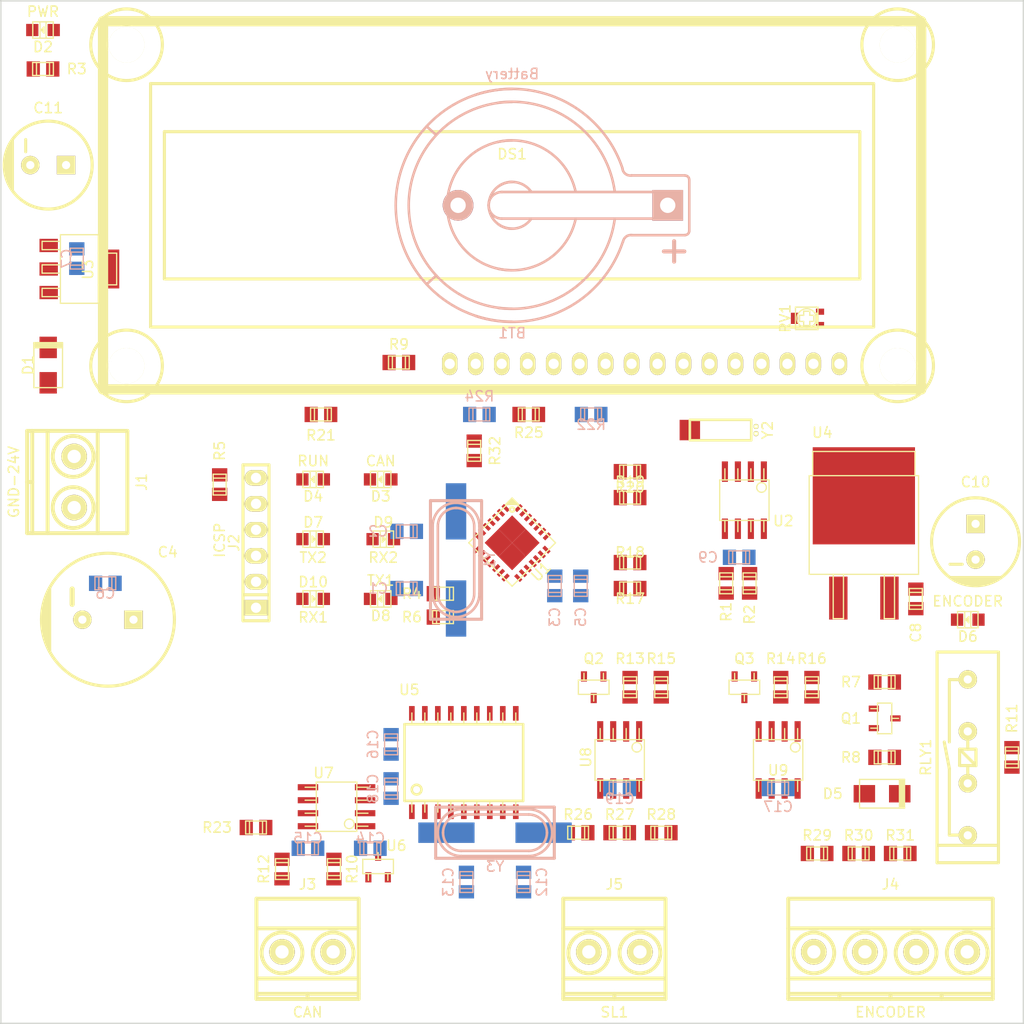
<source format=kicad_pcb>
(kicad_pcb (version 4) (host pcbnew 4.0.6)

  (general
    (links 182)
    (no_connects 182)
    (area 19.924999 19.924999 120.075001 120.075001)
    (thickness 1.6)
    (drawings 4)
    (tracks 0)
    (zones 0)
    (modules 85)
    (nets 84)
  )

  (page A4)
  (layers
    (0 F.Cu signal)
    (31 B.Cu signal)
    (32 B.Adhes user)
    (33 F.Adhes user)
    (34 B.Paste user)
    (35 F.Paste user)
    (36 B.SilkS user)
    (37 F.SilkS user)
    (38 B.Mask user)
    (39 F.Mask user)
    (40 Dwgs.User user)
    (41 Cmts.User user)
    (42 Eco1.User user)
    (43 Eco2.User user)
    (44 Edge.Cuts user)
    (45 Margin user)
    (46 B.CrtYd user)
    (47 F.CrtYd user)
    (48 B.Fab user)
    (49 F.Fab user)
  )

  (setup
    (last_trace_width 0.25)
    (trace_clearance 0.2)
    (zone_clearance 0.508)
    (zone_45_only no)
    (trace_min 0.2)
    (segment_width 0.2)
    (edge_width 0.15)
    (via_size 0.6)
    (via_drill 0.4)
    (via_min_size 0.4)
    (via_min_drill 0.3)
    (uvia_size 0.3)
    (uvia_drill 0.1)
    (uvias_allowed no)
    (uvia_min_size 0.2)
    (uvia_min_drill 0.1)
    (pcb_text_width 0.3)
    (pcb_text_size 1.5 1.5)
    (mod_edge_width 0.15)
    (mod_text_size 1 1)
    (mod_text_width 0.15)
    (pad_size 1.524 1.524)
    (pad_drill 0.762)
    (pad_to_mask_clearance 0.2)
    (aux_axis_origin 0 0)
    (visible_elements FFFFFF7F)
    (pcbplotparams
      (layerselection 0x00030_80000001)
      (usegerberextensions false)
      (excludeedgelayer true)
      (linewidth 0.100000)
      (plotframeref false)
      (viasonmask false)
      (mode 1)
      (useauxorigin false)
      (hpglpennumber 1)
      (hpglpenspeed 20)
      (hpglpendiameter 15)
      (hpglpenoverlay 2)
      (psnegative false)
      (psa4output false)
      (plotreference true)
      (plotvalue true)
      (plotinvisibletext false)
      (padsonsilk false)
      (subtractmaskfromsilk false)
      (outputformat 1)
      (mirror false)
      (drillshape 1)
      (scaleselection 1)
      (outputdirectory ""))
  )

  (net 0 "")
  (net 1 GND)
  (net 2 +BATT)
  (net 3 /XTAL1)
  (net 4 /XTAL2)
  (net 5 +5V)
  (net 6 "Net-(C4-Pad1)")
  (net 7 +5C)
  (net 8 /XTAL5)
  (net 9 /XTAL6)
  (net 10 "Net-(C14-Pad1)")
  (net 11 "Net-(C15-Pad1)")
  (net 12 "Net-(D1-Pad1)")
  (net 13 "Net-(D2-Pad1)")
  (net 14 "Net-(D3-Pad1)")
  (net 15 "Net-(D4-Pad1)")
  (net 16 "Net-(D5-Pad1)")
  (net 17 "Net-(D6-Pad1)")
  (net 18 "Net-(D7-Pad1)")
  (net 19 /TX1)
  (net 20 "Net-(D8-Pad1)")
  (net 21 /TX2)
  (net 22 "Net-(D9-Pad1)")
  (net 23 "Net-(D9-Pad2)")
  (net 24 "Net-(D10-Pad1)")
  (net 25 "Net-(D10-Pad2)")
  (net 26 "Net-(DS1-Pad3)")
  (net 27 /LCD_RS)
  (net 28 /LCD_EN)
  (net 29 "Net-(DS1-Pad7)")
  (net 30 "Net-(DS1-Pad8)")
  (net 31 "Net-(DS1-Pad9)")
  (net 32 "Net-(DS1-Pad10)")
  (net 33 /LCD_D4)
  (net 34 /LCD_D5)
  (net 35 /LCD_D6)
  (net 36 /LCD_D7)
  (net 37 "Net-(DS1-Pad16)")
  (net 38 "Net-(J2-Pad1)")
  (net 39 /RX2)
  (net 40 "Net-(J2-Pad6)")
  (net 41 /CAN_L)
  (net 42 /CAN_H)
  (net 43 "Net-(J4-Pad4)")
  (net 44 "Net-(Q1-Pad1)")
  (net 45 "Net-(Q2-Pad1)")
  (net 46 "Net-(Q2-Pad2)")
  (net 47 "Net-(Q3-Pad1)")
  (net 48 "Net-(Q3-Pad2)")
  (net 49 /SDA)
  (net 50 /SCL)
  (net 51 /HEART_BEAT)
  (net 52 /~MCLR)
  (net 53 /CAN_SCK)
  (net 54 /ENCODER_EN)
  (net 55 /RX1)
  (net 56 "Net-(R18-Pad1)")
  (net 57 "Net-(R20-Pad1)")
  (net 58 "Net-(R23-Pad2)")
  (net 59 /A1)
  (net 60 /B1)
  (net 61 /A2)
  (net 62 /B2)
  (net 63 /CAN_RS)
  (net 64 /CAN_MISO)
  (net 65 /CAN_MOSI)
  (net 66 /CAN_INT)
  (net 67 "Net-(U1-Pad22)")
  (net 68 "Net-(U1-Pad23)")
  (net 69 "Net-(U1-Pad24)")
  (net 70 "Net-(U1-Pad6)")
  (net 71 /CAN_CS)
  (net 72 /XTAL3)
  (net 73 /XTAL4)
  (net 74 "Net-(U2-Pad7)")
  (net 75 /TXD_CAN)
  (net 76 /RXD_CAN)
  (net 77 "Net-(U5-Pad3)")
  (net 78 "Net-(U5-Pad4)")
  (net 79 "Net-(U5-Pad5)")
  (net 80 "Net-(U5-Pad6)")
  (net 81 "Net-(U5-Pad10)")
  (net 82 "Net-(U5-Pad11)")
  (net 83 "Net-(U7-Pad5)")

  (net_class Default "Esta é a classe de net default."
    (clearance 0.2)
    (trace_width 0.25)
    (via_dia 0.6)
    (via_drill 0.4)
    (uvia_dia 0.3)
    (uvia_drill 0.1)
    (add_net +5C)
    (add_net +5V)
    (add_net +BATT)
    (add_net /A1)
    (add_net /A2)
    (add_net /B1)
    (add_net /B2)
    (add_net /CAN_CS)
    (add_net /CAN_H)
    (add_net /CAN_INT)
    (add_net /CAN_L)
    (add_net /CAN_MISO)
    (add_net /CAN_MOSI)
    (add_net /CAN_RS)
    (add_net /CAN_SCK)
    (add_net /ENCODER_EN)
    (add_net /HEART_BEAT)
    (add_net /LCD_D4)
    (add_net /LCD_D5)
    (add_net /LCD_D6)
    (add_net /LCD_D7)
    (add_net /LCD_EN)
    (add_net /LCD_RS)
    (add_net /RX1)
    (add_net /RX2)
    (add_net /RXD_CAN)
    (add_net /SCL)
    (add_net /SDA)
    (add_net /TX1)
    (add_net /TX2)
    (add_net /TXD_CAN)
    (add_net /XTAL1)
    (add_net /XTAL2)
    (add_net /XTAL3)
    (add_net /XTAL4)
    (add_net /XTAL5)
    (add_net /XTAL6)
    (add_net /~MCLR)
    (add_net GND)
    (add_net "Net-(C14-Pad1)")
    (add_net "Net-(C15-Pad1)")
    (add_net "Net-(C4-Pad1)")
    (add_net "Net-(D1-Pad1)")
    (add_net "Net-(D10-Pad1)")
    (add_net "Net-(D10-Pad2)")
    (add_net "Net-(D2-Pad1)")
    (add_net "Net-(D3-Pad1)")
    (add_net "Net-(D4-Pad1)")
    (add_net "Net-(D5-Pad1)")
    (add_net "Net-(D6-Pad1)")
    (add_net "Net-(D7-Pad1)")
    (add_net "Net-(D8-Pad1)")
    (add_net "Net-(D9-Pad1)")
    (add_net "Net-(D9-Pad2)")
    (add_net "Net-(DS1-Pad10)")
    (add_net "Net-(DS1-Pad16)")
    (add_net "Net-(DS1-Pad3)")
    (add_net "Net-(DS1-Pad7)")
    (add_net "Net-(DS1-Pad8)")
    (add_net "Net-(DS1-Pad9)")
    (add_net "Net-(J2-Pad1)")
    (add_net "Net-(J2-Pad6)")
    (add_net "Net-(J4-Pad4)")
    (add_net "Net-(Q1-Pad1)")
    (add_net "Net-(Q2-Pad1)")
    (add_net "Net-(Q2-Pad2)")
    (add_net "Net-(Q3-Pad1)")
    (add_net "Net-(Q3-Pad2)")
    (add_net "Net-(R18-Pad1)")
    (add_net "Net-(R20-Pad1)")
    (add_net "Net-(R23-Pad2)")
    (add_net "Net-(U1-Pad22)")
    (add_net "Net-(U1-Pad23)")
    (add_net "Net-(U1-Pad24)")
    (add_net "Net-(U1-Pad6)")
    (add_net "Net-(U2-Pad7)")
    (add_net "Net-(U5-Pad10)")
    (add_net "Net-(U5-Pad11)")
    (add_net "Net-(U5-Pad3)")
    (add_net "Net-(U5-Pad4)")
    (add_net "Net-(U5-Pad5)")
    (add_net "Net-(U5-Pad6)")
    (add_net "Net-(U7-Pad5)")
  )

  (module w_battery_holders:keystone_103 (layer B.Cu) (tedit 51116C1F) (tstamp 5967107B)
    (at 70 40)
    (descr "Keystone type 103 battery holder")
    (path /5953D8EE)
    (fp_text reference BT1 (at 0 12.4968) (layer B.SilkS)
      (effects (font (size 1 1) (thickness 0.15)) (justify mirror))
    )
    (fp_text value Battery (at 0 -12.8524) (layer B.SilkS)
      (effects (font (size 1 1) (thickness 0.15)) (justify mirror))
    )
    (fp_line (start -8.3566 -7.7216) (end -7.4422 -6.8834) (layer B.SilkS) (width 0.254))
    (fp_line (start -8.3566 7.7216) (end -7.4168 6.858) (layer B.SilkS) (width 0.254))
    (fp_arc (start 0 0) (end -1.3716 1.8288) (angle -90) (layer B.SilkS) (width 0.254))
    (fp_arc (start 0 0) (end 1.8288 -1.3716) (angle -90) (layer B.SilkS) (width 0.254))
    (fp_arc (start 0 0) (end 0 -2.286) (angle -90) (layer B.SilkS) (width 0.254))
    (fp_arc (start 0 0) (end -2.286 0) (angle -90) (layer B.SilkS) (width 0.254))
    (fp_arc (start 0 0) (end 6.1976 -1.3716) (angle -90) (layer B.SilkS) (width 0.254))
    (fp_arc (start 0 0) (end -1.397 6.1976) (angle -90) (layer B.SilkS) (width 0.254))
    (fp_arc (start 0 0) (end 0 -6.35) (angle -90) (layer B.SilkS) (width 0.254))
    (fp_arc (start 0 0) (end -6.35 -0.0254) (angle -90) (layer B.SilkS) (width 0.254))
    (fp_arc (start 0 0) (end -1.3462 10.033) (angle -90) (layer B.SilkS) (width 0.254))
    (fp_arc (start 0 0) (end 10.033 -1.3462) (angle -90) (layer B.SilkS) (width 0.254))
    (fp_arc (start 0 0) (end 0 -10.1092) (angle -90) (layer B.SilkS) (width 0.254))
    (fp_arc (start 0 0) (end -10.1092 0) (angle -90) (layer B.SilkS) (width 0.254))
    (fp_line (start 11.684 2.921) (end 16.891 2.921) (layer B.SilkS) (width 0.254))
    (fp_arc (start 0 0) (end -3.5814 10.8204) (angle -90) (layer B.SilkS) (width 0.254))
    (fp_line (start 16.891 -2.921) (end 11.684 -2.921) (layer B.SilkS) (width 0.254))
    (fp_arc (start 0 0) (end 10.795 -3.6068) (angle -90) (layer B.SilkS) (width 0.254))
    (fp_line (start 17.3228 2.54) (end 17.3228 -2.4892) (layer B.SilkS) (width 0.254))
    (fp_arc (start 0 0) (end 0 -11.3792) (angle -90) (layer B.SilkS) (width 0.254))
    (fp_arc (start 0 0) (end -11.3792 0) (angle -90) (layer B.SilkS) (width 0.254))
    (fp_line (start 15.19936 -1.30048) (end -1.00076 -1.30048) (layer B.SilkS) (width 0.254))
    (fp_line (start -1.00076 1.30048) (end 15.19936 1.30048) (layer B.SilkS) (width 0.254))
    (fp_arc (start 11.6078 3.683) (end 11.7348 2.921) (angle -90) (layer B.SilkS) (width 0.254))
    (fp_arc (start 11.557 -3.683) (end 10.795 -3.556) (angle -90) (layer B.SilkS) (width 0.254))
    (fp_line (start 14.83868 4.5085) (end 16.8402 4.5085) (layer B.SilkS) (width 0.39878))
    (fp_line (start 15.84198 3.5052) (end 15.84198 5.50926) (layer B.SilkS) (width 0.39878))
    (fp_arc (start -1.00076 0) (end -1.00076 -1.30048) (angle -90) (layer B.SilkS) (width 0.254))
    (fp_arc (start -1.00076 0) (end -2.30124 0) (angle -90) (layer B.SilkS) (width 0.254))
    (fp_line (start 15.20698 1.30048) (end 15.20698 -1.30048) (layer B.SilkS) (width 0.254))
    (fp_arc (start 16.91386 -2.50698) (end 17.31518 -2.50698) (angle -90) (layer B.SilkS) (width 0.254))
    (fp_arc (start 16.91386 2.50698) (end 16.91386 2.9083) (angle -90) (layer B.SilkS) (width 0.254))
    (pad 2 thru_hole circle (at -5.2832 0) (size 2.99974 2.99974) (drill 1.4986) (layers *.Cu *.Mask B.SilkS)
      (net 1 GND))
    (pad 1 thru_hole rect (at 15.2146 0) (size 2.9972 2.9972) (drill 1.4986) (layers *.Cu *.Mask B.SilkS)
      (net 2 +BATT))
    (model walter/battery_holders/keystone_103.wrl
      (at (xyz 0 0 0))
      (scale (xyz 1 1 1))
      (rotate (xyz 0 0 0))
    )
  )

  (module w_smd_cap:c_0805 (layer B.Cu) (tedit 596658F4) (tstamp 59671081)
    (at 59.69 77.47)
    (descr "SMT capacitor, 0805")
    (path /5953D896)
    (fp_text reference C1 (at -2.794 0) (layer B.SilkS)
      (effects (font (size 1 1) (thickness 0.15)) (justify mirror))
    )
    (fp_text value 22pF (at 0 -0.9906) (layer B.SilkS) hide
      (effects (font (size 1 1) (thickness 0.15)) (justify mirror))
    )
    (fp_line (start 0.635 0.635) (end 0.635 -0.635) (layer B.SilkS) (width 0.127))
    (fp_line (start -0.635 0.635) (end -0.635 -0.6096) (layer B.SilkS) (width 0.127))
    (fp_line (start -1.016 0.635) (end 1.016 0.635) (layer B.SilkS) (width 0.127))
    (fp_line (start 1.016 0.635) (end 1.016 -0.635) (layer B.SilkS) (width 0.127))
    (fp_line (start 1.016 -0.635) (end -1.016 -0.635) (layer B.SilkS) (width 0.127))
    (fp_line (start -1.016 -0.635) (end -1.016 0.635) (layer B.SilkS) (width 0.127))
    (pad 1 smd rect (at 0.9525 0) (size 1.30048 1.4986) (layers B.Cu B.Paste B.Mask)
      (net 3 /XTAL1))
    (pad 2 smd rect (at -0.9525 0) (size 1.30048 1.4986) (layers B.Cu B.Paste B.Mask)
      (net 1 GND))
    (model walter/smd_cap/c_0805.wrl
      (at (xyz 0 0 0))
      (scale (xyz 1 1 1))
      (rotate (xyz 0 0 0))
    )
  )

  (module w_smd_cap:c_0805 (layer B.Cu) (tedit 596658FA) (tstamp 59671087)
    (at 59.69 71.882)
    (descr "SMT capacitor, 0805")
    (path /5953D977)
    (fp_text reference C2 (at -2.794 0) (layer B.SilkS)
      (effects (font (size 1 1) (thickness 0.15)) (justify mirror))
    )
    (fp_text value 22pF (at 0 -0.9906) (layer B.SilkS) hide
      (effects (font (size 1 1) (thickness 0.15)) (justify mirror))
    )
    (fp_line (start 0.635 0.635) (end 0.635 -0.635) (layer B.SilkS) (width 0.127))
    (fp_line (start -0.635 0.635) (end -0.635 -0.6096) (layer B.SilkS) (width 0.127))
    (fp_line (start -1.016 0.635) (end 1.016 0.635) (layer B.SilkS) (width 0.127))
    (fp_line (start 1.016 0.635) (end 1.016 -0.635) (layer B.SilkS) (width 0.127))
    (fp_line (start 1.016 -0.635) (end -1.016 -0.635) (layer B.SilkS) (width 0.127))
    (fp_line (start -1.016 -0.635) (end -1.016 0.635) (layer B.SilkS) (width 0.127))
    (pad 1 smd rect (at 0.9525 0) (size 1.30048 1.4986) (layers B.Cu B.Paste B.Mask)
      (net 4 /XTAL2))
    (pad 2 smd rect (at -0.9525 0) (size 1.30048 1.4986) (layers B.Cu B.Paste B.Mask)
      (net 1 GND))
    (model walter/smd_cap/c_0805.wrl
      (at (xyz 0 0 0))
      (scale (xyz 1 1 1))
      (rotate (xyz 0 0 0))
    )
  )

  (module w_smd_cap:c_0805 (layer B.Cu) (tedit 596658EC) (tstamp 5967108D)
    (at 74.168 77.216 90)
    (descr "SMT capacitor, 0805")
    (path /5954CB12)
    (fp_text reference C3 (at -3.048 0 90) (layer B.SilkS)
      (effects (font (size 1 1) (thickness 0.15)) (justify mirror))
    )
    (fp_text value "100nF 50V" (at 0 -0.9906 90) (layer B.SilkS) hide
      (effects (font (size 1 1) (thickness 0.15)) (justify mirror))
    )
    (fp_line (start 0.635 0.635) (end 0.635 -0.635) (layer B.SilkS) (width 0.127))
    (fp_line (start -0.635 0.635) (end -0.635 -0.6096) (layer B.SilkS) (width 0.127))
    (fp_line (start -1.016 0.635) (end 1.016 0.635) (layer B.SilkS) (width 0.127))
    (fp_line (start 1.016 0.635) (end 1.016 -0.635) (layer B.SilkS) (width 0.127))
    (fp_line (start 1.016 -0.635) (end -1.016 -0.635) (layer B.SilkS) (width 0.127))
    (fp_line (start -1.016 -0.635) (end -1.016 0.635) (layer B.SilkS) (width 0.127))
    (pad 1 smd rect (at 0.9525 0 90) (size 1.30048 1.4986) (layers B.Cu B.Paste B.Mask)
      (net 5 +5V))
    (pad 2 smd rect (at -0.9525 0 90) (size 1.30048 1.4986) (layers B.Cu B.Paste B.Mask)
      (net 1 GND))
    (model walter/smd_cap/c_0805.wrl
      (at (xyz 0 0 0))
      (scale (xyz 1 1 1))
      (rotate (xyz 0 0 0))
    )
  )

  (module w_capacitors:CP_12.5x25mm (layer F.Cu) (tedit 59663774) (tstamp 59671093)
    (at 30.48 80.518 90)
    (descr "Capacitor, pol, cyl 12.5x25mm")
    (path /5953D720)
    (fp_text reference C4 (at 6.604 5.842 180) (layer F.SilkS)
      (effects (font (size 1 1) (thickness 0.15)))
    )
    (fp_text value "470uF 63V" (at 0 7.8 90) (layer F.SilkS) hide
      (effects (font (size 1 1) (thickness 0.15)))
    )
    (fp_circle (center 0 0) (end -6.5 0) (layer F.SilkS) (width 0.3048))
    (fp_line (start -3.1 -5.7) (end 3.1 -5.7) (layer F.SilkS) (width 0.3048))
    (fp_line (start 2.4 -5.9) (end -2.4 -5.9) (layer F.SilkS) (width 0.3048))
    (fp_line (start 2 -6.1) (end -2 -6.1) (layer F.SilkS) (width 0.3048))
    (fp_line (start -1.4 -6.3) (end 1.4 -6.3) (layer F.SilkS) (width 0.3048))
    (fp_line (start 1.5 -3.5) (end 3 -3.5) (layer F.SilkS) (width 0.5))
    (pad 1 thru_hole rect (at 0 2.5 90) (size 1.8 1.8) (drill 0.8) (layers *.Cu *.Mask F.SilkS)
      (net 6 "Net-(C4-Pad1)"))
    (pad 2 thru_hole circle (at 0 -2.5 90) (size 1.8 1.8) (drill 0.8) (layers *.Cu *.Mask F.SilkS)
      (net 1 GND))
    (model walter/capacitors/cp_12.5x25mm.wrl
      (at (xyz 0 0 0))
      (scale (xyz 1 1 1))
      (rotate (xyz 0 0 0))
    )
  )

  (module w_smd_cap:c_0805 (layer B.Cu) (tedit 596658EE) (tstamp 59671099)
    (at 76.708 77.216 90)
    (descr "SMT capacitor, 0805")
    (path /5953D799)
    (fp_text reference C5 (at -3.048 0 90) (layer B.SilkS)
      (effects (font (size 1 1) (thickness 0.15)) (justify mirror))
    )
    (fp_text value "100nF 50V" (at 0 -0.9906 90) (layer B.SilkS) hide
      (effects (font (size 1 1) (thickness 0.15)) (justify mirror))
    )
    (fp_line (start 0.635 0.635) (end 0.635 -0.635) (layer B.SilkS) (width 0.127))
    (fp_line (start -0.635 0.635) (end -0.635 -0.6096) (layer B.SilkS) (width 0.127))
    (fp_line (start -1.016 0.635) (end 1.016 0.635) (layer B.SilkS) (width 0.127))
    (fp_line (start 1.016 0.635) (end 1.016 -0.635) (layer B.SilkS) (width 0.127))
    (fp_line (start 1.016 -0.635) (end -1.016 -0.635) (layer B.SilkS) (width 0.127))
    (fp_line (start -1.016 -0.635) (end -1.016 0.635) (layer B.SilkS) (width 0.127))
    (pad 1 smd rect (at 0.9525 0 90) (size 1.30048 1.4986) (layers B.Cu B.Paste B.Mask)
      (net 5 +5V))
    (pad 2 smd rect (at -0.9525 0 90) (size 1.30048 1.4986) (layers B.Cu B.Paste B.Mask)
      (net 1 GND))
    (model walter/smd_cap/c_0805.wrl
      (at (xyz 0 0 0))
      (scale (xyz 1 1 1))
      (rotate (xyz 0 0 0))
    )
  )

  (module w_smd_cap:c_0805 (layer B.Cu) (tedit 49047394) (tstamp 5967109F)
    (at 30.226 76.962)
    (descr "SMT capacitor, 0805")
    (path /5953D72F)
    (fp_text reference C6 (at 0 0.9906) (layer B.SilkS)
      (effects (font (size 1 1) (thickness 0.15)) (justify mirror))
    )
    (fp_text value "100nF 50V" (at 0 -0.9906) (layer B.SilkS) hide
      (effects (font (size 1 1) (thickness 0.15)) (justify mirror))
    )
    (fp_line (start 0.635 0.635) (end 0.635 -0.635) (layer B.SilkS) (width 0.127))
    (fp_line (start -0.635 0.635) (end -0.635 -0.6096) (layer B.SilkS) (width 0.127))
    (fp_line (start -1.016 0.635) (end 1.016 0.635) (layer B.SilkS) (width 0.127))
    (fp_line (start 1.016 0.635) (end 1.016 -0.635) (layer B.SilkS) (width 0.127))
    (fp_line (start 1.016 -0.635) (end -1.016 -0.635) (layer B.SilkS) (width 0.127))
    (fp_line (start -1.016 -0.635) (end -1.016 0.635) (layer B.SilkS) (width 0.127))
    (pad 1 smd rect (at 0.9525 0) (size 1.30048 1.4986) (layers B.Cu B.Paste B.Mask)
      (net 6 "Net-(C4-Pad1)"))
    (pad 2 smd rect (at -0.9525 0) (size 1.30048 1.4986) (layers B.Cu B.Paste B.Mask)
      (net 1 GND))
    (model walter/smd_cap/c_0805.wrl
      (at (xyz 0 0 0))
      (scale (xyz 1 1 1))
      (rotate (xyz 0 0 0))
    )
  )

  (module w_smd_cap:c_0805 (layer B.Cu) (tedit 49047394) (tstamp 596710A5)
    (at 27.432 45.212 270)
    (descr "SMT capacitor, 0805")
    (path /595CB80E)
    (fp_text reference C7 (at 0 0.9906 270) (layer B.SilkS)
      (effects (font (size 1 1) (thickness 0.15)) (justify mirror))
    )
    (fp_text value "100nF 50V" (at 0 -0.9906 270) (layer B.SilkS) hide
      (effects (font (size 1 1) (thickness 0.15)) (justify mirror))
    )
    (fp_line (start 0.635 0.635) (end 0.635 -0.635) (layer B.SilkS) (width 0.127))
    (fp_line (start -0.635 0.635) (end -0.635 -0.6096) (layer B.SilkS) (width 0.127))
    (fp_line (start -1.016 0.635) (end 1.016 0.635) (layer B.SilkS) (width 0.127))
    (fp_line (start 1.016 0.635) (end 1.016 -0.635) (layer B.SilkS) (width 0.127))
    (fp_line (start 1.016 -0.635) (end -1.016 -0.635) (layer B.SilkS) (width 0.127))
    (fp_line (start -1.016 -0.635) (end -1.016 0.635) (layer B.SilkS) (width 0.127))
    (pad 1 smd rect (at 0.9525 0 270) (size 1.30048 1.4986) (layers B.Cu B.Paste B.Mask)
      (net 5 +5V))
    (pad 2 smd rect (at -0.9525 0 270) (size 1.30048 1.4986) (layers B.Cu B.Paste B.Mask)
      (net 1 GND))
    (model walter/smd_cap/c_0805.wrl
      (at (xyz 0 0 0))
      (scale (xyz 1 1 1))
      (rotate (xyz 0 0 0))
    )
  )

  (module w_smd_cap:c_0805 (layer F.Cu) (tedit 59665ACB) (tstamp 596710AB)
    (at 109.474 78.486 270)
    (descr "SMT capacitor, 0805")
    (path /5953D755)
    (fp_text reference C8 (at 3.302 0 270) (layer F.SilkS)
      (effects (font (size 1 1) (thickness 0.15)))
    )
    (fp_text value "100nF 50V" (at 0 0.9906 270) (layer F.SilkS) hide
      (effects (font (size 1 1) (thickness 0.15)))
    )
    (fp_line (start 0.635 -0.635) (end 0.635 0.635) (layer F.SilkS) (width 0.127))
    (fp_line (start -0.635 -0.635) (end -0.635 0.6096) (layer F.SilkS) (width 0.127))
    (fp_line (start -1.016 -0.635) (end 1.016 -0.635) (layer F.SilkS) (width 0.127))
    (fp_line (start 1.016 -0.635) (end 1.016 0.635) (layer F.SilkS) (width 0.127))
    (fp_line (start 1.016 0.635) (end -1.016 0.635) (layer F.SilkS) (width 0.127))
    (fp_line (start -1.016 0.635) (end -1.016 -0.635) (layer F.SilkS) (width 0.127))
    (pad 1 smd rect (at 0.9525 0 270) (size 1.30048 1.4986) (layers F.Cu F.Paste F.Mask)
      (net 7 +5C))
    (pad 2 smd rect (at -0.9525 0 270) (size 1.30048 1.4986) (layers F.Cu F.Paste F.Mask)
      (net 1 GND))
    (model walter/smd_cap/c_0805.wrl
      (at (xyz 0 0 0))
      (scale (xyz 1 1 1))
      (rotate (xyz 0 0 0))
    )
  )

  (module w_smd_cap:c_0805 (layer B.Cu) (tedit 5966600D) (tstamp 596710B1)
    (at 92.202 74.422)
    (descr "SMT capacitor, 0805")
    (path /5953D92A)
    (fp_text reference C9 (at -3.048 0) (layer B.SilkS)
      (effects (font (size 1 1) (thickness 0.15)) (justify mirror))
    )
    (fp_text value "100nF 50V" (at 0 -0.9906) (layer B.SilkS) hide
      (effects (font (size 1 1) (thickness 0.15)) (justify mirror))
    )
    (fp_line (start 0.635 0.635) (end 0.635 -0.635) (layer B.SilkS) (width 0.127))
    (fp_line (start -0.635 0.635) (end -0.635 -0.6096) (layer B.SilkS) (width 0.127))
    (fp_line (start -1.016 0.635) (end 1.016 0.635) (layer B.SilkS) (width 0.127))
    (fp_line (start 1.016 0.635) (end 1.016 -0.635) (layer B.SilkS) (width 0.127))
    (fp_line (start 1.016 -0.635) (end -1.016 -0.635) (layer B.SilkS) (width 0.127))
    (fp_line (start -1.016 -0.635) (end -1.016 0.635) (layer B.SilkS) (width 0.127))
    (pad 1 smd rect (at 0.9525 0) (size 1.30048 1.4986) (layers B.Cu B.Paste B.Mask)
      (net 5 +5V))
    (pad 2 smd rect (at -0.9525 0) (size 1.30048 1.4986) (layers B.Cu B.Paste B.Mask)
      (net 1 GND))
    (model walter/smd_cap/c_0805.wrl
      (at (xyz 0 0 0))
      (scale (xyz 1 1 1))
      (rotate (xyz 0 0 0))
    )
  )

  (module w_capacitors:CP_8x11.5mm (layer F.Cu) (tedit 59663802) (tstamp 596710B7)
    (at 115.316 72.898 180)
    (descr "Capacitor, pol, cyl 8x11.5mm")
    (path /5953D767)
    (fp_text reference C10 (at 0 5.842 180) (layer F.SilkS)
      (effects (font (size 1 1) (thickness 0.15)))
    )
    (fp_text value "470uF 10V" (at 0 5.6 180) (layer F.SilkS) hide
      (effects (font (size 1 1) (thickness 0.15)))
    )
    (fp_line (start -2.4 -3.5) (end 2.4 -3.5) (layer F.SilkS) (width 0.3048))
    (fp_circle (center 0 0) (end -4.3 0) (layer F.SilkS) (width 0.3048))
    (fp_line (start -1.8 -3.7) (end 1.8 -3.7) (layer F.SilkS) (width 0.3048))
    (fp_line (start -1.4 -3.9) (end 1.4 -3.9) (layer F.SilkS) (width 0.3048))
    (fp_line (start -0.8 -4.1) (end 0.9 -4.1) (layer F.SilkS) (width 0.3048))
    (fp_line (start 1.3 -2.2) (end 2.5 -2.2) (layer F.SilkS) (width 0.3))
    (pad 1 thru_hole rect (at 0 1.75 180) (size 1.8 1.8) (drill 0.8) (layers *.Cu *.Mask F.SilkS)
      (net 7 +5C))
    (pad 2 thru_hole circle (at 0 -1.75 180) (size 1.8 1.8) (drill 0.8) (layers *.Cu *.Mask F.SilkS)
      (net 1 GND))
    (model walter/capacitors/cp_8x11.5mm.wrl
      (at (xyz 0 0 0))
      (scale (xyz 1 1 1))
      (rotate (xyz 0 0 0))
    )
  )

  (module w_capacitors:CP_8x11.5mm (layer F.Cu) (tedit 59663847) (tstamp 596710BD)
    (at 24.638 36.068 90)
    (descr "Capacitor, pol, cyl 8x11.5mm")
    (path /595CB915)
    (fp_text reference C11 (at 5.588 0 180) (layer F.SilkS)
      (effects (font (size 1 1) (thickness 0.15)))
    )
    (fp_text value "470uF 10V" (at 0 5.6 90) (layer F.SilkS) hide
      (effects (font (size 1 1) (thickness 0.15)))
    )
    (fp_line (start -2.4 -3.5) (end 2.4 -3.5) (layer F.SilkS) (width 0.3048))
    (fp_circle (center 0 0) (end -4.3 0) (layer F.SilkS) (width 0.3048))
    (fp_line (start -1.8 -3.7) (end 1.8 -3.7) (layer F.SilkS) (width 0.3048))
    (fp_line (start -1.4 -3.9) (end 1.4 -3.9) (layer F.SilkS) (width 0.3048))
    (fp_line (start -0.8 -4.1) (end 0.9 -4.1) (layer F.SilkS) (width 0.3048))
    (fp_line (start 1.3 -2.2) (end 2.5 -2.2) (layer F.SilkS) (width 0.3))
    (pad 1 thru_hole rect (at 0 1.75 90) (size 1.8 1.8) (drill 0.8) (layers *.Cu *.Mask F.SilkS)
      (net 5 +5V))
    (pad 2 thru_hole circle (at 0 -1.75 90) (size 1.8 1.8) (drill 0.8) (layers *.Cu *.Mask F.SilkS)
      (net 1 GND))
    (model walter/capacitors/cp_8x11.5mm.wrl
      (at (xyz 0 0 0))
      (scale (xyz 1 1 1))
      (rotate (xyz 0 0 0))
    )
  )

  (module w_smd_cap:c_0805 (layer B.Cu) (tedit 59665B7B) (tstamp 596710C3)
    (at 71.12 106.172 90)
    (descr "SMT capacitor, 0805")
    (path /59673D25)
    (fp_text reference C12 (at 0 1.778 90) (layer B.SilkS)
      (effects (font (size 1 1) (thickness 0.15)) (justify mirror))
    )
    (fp_text value 22pF (at 0 -0.9906 90) (layer B.SilkS) hide
      (effects (font (size 1 1) (thickness 0.15)) (justify mirror))
    )
    (fp_line (start 0.635 0.635) (end 0.635 -0.635) (layer B.SilkS) (width 0.127))
    (fp_line (start -0.635 0.635) (end -0.635 -0.6096) (layer B.SilkS) (width 0.127))
    (fp_line (start -1.016 0.635) (end 1.016 0.635) (layer B.SilkS) (width 0.127))
    (fp_line (start 1.016 0.635) (end 1.016 -0.635) (layer B.SilkS) (width 0.127))
    (fp_line (start 1.016 -0.635) (end -1.016 -0.635) (layer B.SilkS) (width 0.127))
    (fp_line (start -1.016 -0.635) (end -1.016 0.635) (layer B.SilkS) (width 0.127))
    (pad 1 smd rect (at 0.9525 0 90) (size 1.30048 1.4986) (layers B.Cu B.Paste B.Mask)
      (net 8 /XTAL5))
    (pad 2 smd rect (at -0.9525 0 90) (size 1.30048 1.4986) (layers B.Cu B.Paste B.Mask)
      (net 1 GND))
    (model walter/smd_cap/c_0805.wrl
      (at (xyz 0 0 0))
      (scale (xyz 1 1 1))
      (rotate (xyz 0 0 0))
    )
  )

  (module w_smd_cap:c_0805 (layer B.Cu) (tedit 59665B76) (tstamp 596710C9)
    (at 65.532 106.172 90)
    (descr "SMT capacitor, 0805")
    (path /59673D44)
    (fp_text reference C13 (at 0 -1.778 90) (layer B.SilkS)
      (effects (font (size 1 1) (thickness 0.15)) (justify mirror))
    )
    (fp_text value 22pF (at 0 -0.9906 90) (layer B.SilkS) hide
      (effects (font (size 1 1) (thickness 0.15)) (justify mirror))
    )
    (fp_line (start 0.635 0.635) (end 0.635 -0.635) (layer B.SilkS) (width 0.127))
    (fp_line (start -0.635 0.635) (end -0.635 -0.6096) (layer B.SilkS) (width 0.127))
    (fp_line (start -1.016 0.635) (end 1.016 0.635) (layer B.SilkS) (width 0.127))
    (fp_line (start 1.016 0.635) (end 1.016 -0.635) (layer B.SilkS) (width 0.127))
    (fp_line (start 1.016 -0.635) (end -1.016 -0.635) (layer B.SilkS) (width 0.127))
    (fp_line (start -1.016 -0.635) (end -1.016 0.635) (layer B.SilkS) (width 0.127))
    (pad 1 smd rect (at 0.9525 0 90) (size 1.30048 1.4986) (layers B.Cu B.Paste B.Mask)
      (net 9 /XTAL6))
    (pad 2 smd rect (at -0.9525 0 90) (size 1.30048 1.4986) (layers B.Cu B.Paste B.Mask)
      (net 1 GND))
    (model walter/smd_cap/c_0805.wrl
      (at (xyz 0 0 0))
      (scale (xyz 1 1 1))
      (rotate (xyz 0 0 0))
    )
  )

  (module w_smd_cap:c_0805 (layer B.Cu) (tedit 49047394) (tstamp 596710CF)
    (at 56.134 102.87 180)
    (descr "SMT capacitor, 0805")
    (path /59673DCD)
    (fp_text reference C14 (at 0 0.9906 180) (layer B.SilkS)
      (effects (font (size 1 1) (thickness 0.15)) (justify mirror))
    )
    (fp_text value 560pF (at 0 -0.9906 180) (layer B.SilkS) hide
      (effects (font (size 1 1) (thickness 0.15)) (justify mirror))
    )
    (fp_line (start 0.635 0.635) (end 0.635 -0.635) (layer B.SilkS) (width 0.127))
    (fp_line (start -0.635 0.635) (end -0.635 -0.6096) (layer B.SilkS) (width 0.127))
    (fp_line (start -1.016 0.635) (end 1.016 0.635) (layer B.SilkS) (width 0.127))
    (fp_line (start 1.016 0.635) (end 1.016 -0.635) (layer B.SilkS) (width 0.127))
    (fp_line (start 1.016 -0.635) (end -1.016 -0.635) (layer B.SilkS) (width 0.127))
    (fp_line (start -1.016 -0.635) (end -1.016 0.635) (layer B.SilkS) (width 0.127))
    (pad 1 smd rect (at 0.9525 0 180) (size 1.30048 1.4986) (layers B.Cu B.Paste B.Mask)
      (net 10 "Net-(C14-Pad1)"))
    (pad 2 smd rect (at -0.9525 0 180) (size 1.30048 1.4986) (layers B.Cu B.Paste B.Mask)
      (net 1 GND))
    (model walter/smd_cap/c_0805.wrl
      (at (xyz 0 0 0))
      (scale (xyz 1 1 1))
      (rotate (xyz 0 0 0))
    )
  )

  (module w_smd_cap:c_0805 (layer B.Cu) (tedit 49047394) (tstamp 596710D5)
    (at 50.038 102.87 180)
    (descr "SMT capacitor, 0805")
    (path /59673DE7)
    (fp_text reference C15 (at 0 0.9906 180) (layer B.SilkS)
      (effects (font (size 1 1) (thickness 0.15)) (justify mirror))
    )
    (fp_text value 560pF (at 0 -0.9906 180) (layer B.SilkS) hide
      (effects (font (size 1 1) (thickness 0.15)) (justify mirror))
    )
    (fp_line (start 0.635 0.635) (end 0.635 -0.635) (layer B.SilkS) (width 0.127))
    (fp_line (start -0.635 0.635) (end -0.635 -0.6096) (layer B.SilkS) (width 0.127))
    (fp_line (start -1.016 0.635) (end 1.016 0.635) (layer B.SilkS) (width 0.127))
    (fp_line (start 1.016 0.635) (end 1.016 -0.635) (layer B.SilkS) (width 0.127))
    (fp_line (start 1.016 -0.635) (end -1.016 -0.635) (layer B.SilkS) (width 0.127))
    (fp_line (start -1.016 -0.635) (end -1.016 0.635) (layer B.SilkS) (width 0.127))
    (pad 1 smd rect (at 0.9525 0 180) (size 1.30048 1.4986) (layers B.Cu B.Paste B.Mask)
      (net 11 "Net-(C15-Pad1)"))
    (pad 2 smd rect (at -0.9525 0 180) (size 1.30048 1.4986) (layers B.Cu B.Paste B.Mask)
      (net 1 GND))
    (model walter/smd_cap/c_0805.wrl
      (at (xyz 0 0 0))
      (scale (xyz 1 1 1))
      (rotate (xyz 0 0 0))
    )
  )

  (module w_smd_cap:c_0805 (layer B.Cu) (tedit 59665BE3) (tstamp 596710DB)
    (at 58.166 92.71 90)
    (descr "SMT capacitor, 0805")
    (path /59673D05)
    (fp_text reference C16 (at 0 -1.778 90) (layer B.SilkS)
      (effects (font (size 1 1) (thickness 0.15)) (justify mirror))
    )
    (fp_text value "100nF 50V" (at 0 -0.9906 90) (layer B.SilkS) hide
      (effects (font (size 1 1) (thickness 0.15)) (justify mirror))
    )
    (fp_line (start 0.635 0.635) (end 0.635 -0.635) (layer B.SilkS) (width 0.127))
    (fp_line (start -0.635 0.635) (end -0.635 -0.6096) (layer B.SilkS) (width 0.127))
    (fp_line (start -1.016 0.635) (end 1.016 0.635) (layer B.SilkS) (width 0.127))
    (fp_line (start 1.016 0.635) (end 1.016 -0.635) (layer B.SilkS) (width 0.127))
    (fp_line (start 1.016 -0.635) (end -1.016 -0.635) (layer B.SilkS) (width 0.127))
    (fp_line (start -1.016 -0.635) (end -1.016 0.635) (layer B.SilkS) (width 0.127))
    (pad 1 smd rect (at 0.9525 0 90) (size 1.30048 1.4986) (layers B.Cu B.Paste B.Mask)
      (net 5 +5V))
    (pad 2 smd rect (at -0.9525 0 90) (size 1.30048 1.4986) (layers B.Cu B.Paste B.Mask)
      (net 1 GND))
    (model walter/smd_cap/c_0805.wrl
      (at (xyz 0 0 0))
      (scale (xyz 1 1 1))
      (rotate (xyz 0 0 0))
    )
  )

  (module w_smd_cap:c_0805 (layer B.Cu) (tedit 59663C32) (tstamp 596710E1)
    (at 96.012 97.028)
    (descr "SMT capacitor, 0805")
    (path /5953D980)
    (fp_text reference C17 (at 0 1.778) (layer B.SilkS)
      (effects (font (size 1 1) (thickness 0.15)) (justify mirror))
    )
    (fp_text value "100nF 50V" (at 0 -0.9906) (layer B.SilkS) hide
      (effects (font (size 1 1) (thickness 0.15)) (justify mirror))
    )
    (fp_line (start 0.635 0.635) (end 0.635 -0.635) (layer B.SilkS) (width 0.127))
    (fp_line (start -0.635 0.635) (end -0.635 -0.6096) (layer B.SilkS) (width 0.127))
    (fp_line (start -1.016 0.635) (end 1.016 0.635) (layer B.SilkS) (width 0.127))
    (fp_line (start 1.016 0.635) (end 1.016 -0.635) (layer B.SilkS) (width 0.127))
    (fp_line (start 1.016 -0.635) (end -1.016 -0.635) (layer B.SilkS) (width 0.127))
    (fp_line (start -1.016 -0.635) (end -1.016 0.635) (layer B.SilkS) (width 0.127))
    (pad 1 smd rect (at 0.9525 0) (size 1.30048 1.4986) (layers B.Cu B.Paste B.Mask)
      (net 5 +5V))
    (pad 2 smd rect (at -0.9525 0) (size 1.30048 1.4986) (layers B.Cu B.Paste B.Mask)
      (net 1 GND))
    (model walter/smd_cap/c_0805.wrl
      (at (xyz 0 0 0))
      (scale (xyz 1 1 1))
      (rotate (xyz 0 0 0))
    )
  )

  (module w_smd_cap:c_0805 (layer B.Cu) (tedit 59665ED7) (tstamp 596710E7)
    (at 58.166 97.028 270)
    (descr "SMT capacitor, 0805")
    (path /59673E04)
    (fp_text reference C18 (at 0 1.778 270) (layer B.SilkS)
      (effects (font (size 1 1) (thickness 0.15)) (justify mirror))
    )
    (fp_text value "100nF 50V" (at 0 -0.9906 270) (layer B.SilkS) hide
      (effects (font (size 1 1) (thickness 0.15)) (justify mirror))
    )
    (fp_line (start 0.635 0.635) (end 0.635 -0.635) (layer B.SilkS) (width 0.127))
    (fp_line (start -0.635 0.635) (end -0.635 -0.6096) (layer B.SilkS) (width 0.127))
    (fp_line (start -1.016 0.635) (end 1.016 0.635) (layer B.SilkS) (width 0.127))
    (fp_line (start 1.016 0.635) (end 1.016 -0.635) (layer B.SilkS) (width 0.127))
    (fp_line (start 1.016 -0.635) (end -1.016 -0.635) (layer B.SilkS) (width 0.127))
    (fp_line (start -1.016 -0.635) (end -1.016 0.635) (layer B.SilkS) (width 0.127))
    (pad 1 smd rect (at 0.9525 0 270) (size 1.30048 1.4986) (layers B.Cu B.Paste B.Mask)
      (net 5 +5V))
    (pad 2 smd rect (at -0.9525 0 270) (size 1.30048 1.4986) (layers B.Cu B.Paste B.Mask)
      (net 1 GND))
    (model walter/smd_cap/c_0805.wrl
      (at (xyz 0 0 0))
      (scale (xyz 1 1 1))
      (rotate (xyz 0 0 0))
    )
  )

  (module w_smd_cap:c_0805 (layer B.Cu) (tedit 49047394) (tstamp 596710ED)
    (at 80.518 97.028)
    (descr "SMT capacitor, 0805")
    (path /59677DB1)
    (fp_text reference C19 (at 0 0.9906) (layer B.SilkS)
      (effects (font (size 1 1) (thickness 0.15)) (justify mirror))
    )
    (fp_text value "100nF 50V" (at 0 -0.9906) (layer B.SilkS) hide
      (effects (font (size 1 1) (thickness 0.15)) (justify mirror))
    )
    (fp_line (start 0.635 0.635) (end 0.635 -0.635) (layer B.SilkS) (width 0.127))
    (fp_line (start -0.635 0.635) (end -0.635 -0.6096) (layer B.SilkS) (width 0.127))
    (fp_line (start -1.016 0.635) (end 1.016 0.635) (layer B.SilkS) (width 0.127))
    (fp_line (start 1.016 0.635) (end 1.016 -0.635) (layer B.SilkS) (width 0.127))
    (fp_line (start 1.016 -0.635) (end -1.016 -0.635) (layer B.SilkS) (width 0.127))
    (fp_line (start -1.016 -0.635) (end -1.016 0.635) (layer B.SilkS) (width 0.127))
    (pad 1 smd rect (at 0.9525 0) (size 1.30048 1.4986) (layers B.Cu B.Paste B.Mask)
      (net 5 +5V))
    (pad 2 smd rect (at -0.9525 0) (size 1.30048 1.4986) (layers B.Cu B.Paste B.Mask)
      (net 1 GND))
    (model walter/smd_cap/c_0805.wrl
      (at (xyz 0 0 0))
      (scale (xyz 1 1 1))
      (rotate (xyz 0 0 0))
    )
  )

  (module w_smd_diode:do214ac (layer F.Cu) (tedit 51101973) (tstamp 596710F3)
    (at 24.638 55.626 90)
    (descr DO214AC)
    (path /5953D711)
    (fp_text reference D1 (at 0 -1.9685 90) (layer F.SilkS)
      (effects (font (size 1 1) (thickness 0.15)))
    )
    (fp_text value RGF1A (at 0 1.9685 90) (layer F.SilkS) hide
      (effects (font (size 1 1) (thickness 0.15)))
    )
    (fp_line (start 2.10058 1.39954) (end 2.10058 -1.39954) (layer F.SilkS) (width 0.127))
    (fp_line (start 1.99898 -1.39954) (end 1.99898 1.39954) (layer F.SilkS) (width 0.127))
    (fp_line (start 1.89992 1.39954) (end 1.89992 -1.39954) (layer F.SilkS) (width 0.127))
    (fp_line (start 1.80086 -1.39954) (end 1.80086 1.39954) (layer F.SilkS) (width 0.127))
    (fp_line (start 1.69926 -1.39954) (end 1.69926 1.39954) (layer F.SilkS) (width 0.127))
    (fp_line (start 2.19964 -1.39954) (end -2.19964 -1.39954) (layer F.SilkS) (width 0.127))
    (fp_line (start -2.19964 -1.39954) (end -2.19964 1.39954) (layer F.SilkS) (width 0.127))
    (fp_line (start -2.19964 1.39954) (end 2.19964 1.39954) (layer F.SilkS) (width 0.127))
    (fp_line (start 2.19964 1.39954) (end 2.19964 -1.39954) (layer F.SilkS) (width 0.127))
    (pad 2 smd rect (at 1.72974 0 90) (size 2.10058 1.69926) (layers F.Cu F.Paste F.Mask)
      (net 6 "Net-(C4-Pad1)"))
    (pad 1 smd rect (at -1.72974 0 90) (size 2.10058 1.69926) (layers F.Cu F.Paste F.Mask)
      (net 12 "Net-(D1-Pad1)"))
    (model walter/smd_diode/do214ac.wrl
      (at (xyz 0 0 0))
      (scale (xyz 1 1 1))
      (rotate (xyz 0 0 0))
    )
  )

  (module w_smd_leds:Led_0805 (layer F.Cu) (tedit 50CDB2D1) (tstamp 596710F9)
    (at 24.13 22.86 180)
    (descr "SMD LED, 0805")
    (path /5953DA1E)
    (fp_text reference D2 (at 0 -1.651 180) (layer F.SilkS)
      (effects (font (size 1 1) (thickness 0.15)))
    )
    (fp_text value PWR (at 0 1.80086 180) (layer F.SilkS)
      (effects (font (size 1 1) (thickness 0.15)))
    )
    (fp_line (start 0.20066 0) (end -0.09906 -0.29972) (layer F.SilkS) (width 0.127))
    (fp_line (start -0.09906 -0.29972) (end -0.09906 0.29972) (layer F.SilkS) (width 0.127))
    (fp_line (start -0.09906 0.29972) (end 0.20066 0) (layer F.SilkS) (width 0.127))
    (fp_line (start 0.09906 0.09906) (end 0.09906 -0.09906) (layer F.SilkS) (width 0.127))
    (fp_line (start 0 -0.20066) (end 0 0.20066) (layer F.SilkS) (width 0.127))
    (fp_line (start 0.29972 0.8001) (end 0.29972 -0.8001) (layer F.SilkS) (width 0.127))
    (fp_line (start -0.29972 -0.8001) (end -0.29972 0.8001) (layer F.SilkS) (width 0.127))
    (fp_line (start -1.00076 -0.8001) (end 1.00076 -0.8001) (layer F.SilkS) (width 0.127))
    (fp_line (start 1.00076 -0.8001) (end 1.00076 0.8001) (layer F.SilkS) (width 0.127))
    (fp_line (start 1.00076 0.8001) (end -1.00076 0.8001) (layer F.SilkS) (width 0.127))
    (fp_line (start -1.00076 0.8001) (end -1.00076 -0.8001) (layer F.SilkS) (width 0.127))
    (pad 1 smd rect (at -1.04902 0 180) (size 1.19888 1.19888) (layers F.Cu F.Paste F.Mask)
      (net 13 "Net-(D2-Pad1)"))
    (pad 2 smd rect (at 1.04902 0 180) (size 1.19888 1.19888) (layers F.Cu F.Paste F.Mask)
      (net 1 GND))
    (model walter/smd_leds/led_0805.wrl
      (at (xyz 0 0 0))
      (scale (xyz 1 1 1))
      (rotate (xyz 0 0 0))
    )
  )

  (module w_smd_leds:Led_0805 (layer F.Cu) (tedit 50CDB2D1) (tstamp 596710FF)
    (at 57.15 66.802 180)
    (descr "SMD LED, 0805")
    (path /59673E36)
    (fp_text reference D3 (at 0 -1.651 180) (layer F.SilkS)
      (effects (font (size 1 1) (thickness 0.15)))
    )
    (fp_text value CAN (at 0 1.80086 180) (layer F.SilkS)
      (effects (font (size 1 1) (thickness 0.15)))
    )
    (fp_line (start 0.20066 0) (end -0.09906 -0.29972) (layer F.SilkS) (width 0.127))
    (fp_line (start -0.09906 -0.29972) (end -0.09906 0.29972) (layer F.SilkS) (width 0.127))
    (fp_line (start -0.09906 0.29972) (end 0.20066 0) (layer F.SilkS) (width 0.127))
    (fp_line (start 0.09906 0.09906) (end 0.09906 -0.09906) (layer F.SilkS) (width 0.127))
    (fp_line (start 0 -0.20066) (end 0 0.20066) (layer F.SilkS) (width 0.127))
    (fp_line (start 0.29972 0.8001) (end 0.29972 -0.8001) (layer F.SilkS) (width 0.127))
    (fp_line (start -0.29972 -0.8001) (end -0.29972 0.8001) (layer F.SilkS) (width 0.127))
    (fp_line (start -1.00076 -0.8001) (end 1.00076 -0.8001) (layer F.SilkS) (width 0.127))
    (fp_line (start 1.00076 -0.8001) (end 1.00076 0.8001) (layer F.SilkS) (width 0.127))
    (fp_line (start 1.00076 0.8001) (end -1.00076 0.8001) (layer F.SilkS) (width 0.127))
    (fp_line (start -1.00076 0.8001) (end -1.00076 -0.8001) (layer F.SilkS) (width 0.127))
    (pad 1 smd rect (at -1.04902 0 180) (size 1.19888 1.19888) (layers F.Cu F.Paste F.Mask)
      (net 14 "Net-(D3-Pad1)"))
    (pad 2 smd rect (at 1.04902 0 180) (size 1.19888 1.19888) (layers F.Cu F.Paste F.Mask)
      (net 5 +5V))
    (model walter/smd_leds/led_0805.wrl
      (at (xyz 0 0 0))
      (scale (xyz 1 1 1))
      (rotate (xyz 0 0 0))
    )
  )

  (module w_smd_leds:Led_0805 (layer F.Cu) (tedit 50CDB2D1) (tstamp 59671105)
    (at 50.546 66.802 180)
    (descr "SMD LED, 0805")
    (path /595C10CC)
    (fp_text reference D4 (at 0 -1.651 180) (layer F.SilkS)
      (effects (font (size 1 1) (thickness 0.15)))
    )
    (fp_text value RUN (at 0 1.80086 180) (layer F.SilkS)
      (effects (font (size 1 1) (thickness 0.15)))
    )
    (fp_line (start 0.20066 0) (end -0.09906 -0.29972) (layer F.SilkS) (width 0.127))
    (fp_line (start -0.09906 -0.29972) (end -0.09906 0.29972) (layer F.SilkS) (width 0.127))
    (fp_line (start -0.09906 0.29972) (end 0.20066 0) (layer F.SilkS) (width 0.127))
    (fp_line (start 0.09906 0.09906) (end 0.09906 -0.09906) (layer F.SilkS) (width 0.127))
    (fp_line (start 0 -0.20066) (end 0 0.20066) (layer F.SilkS) (width 0.127))
    (fp_line (start 0.29972 0.8001) (end 0.29972 -0.8001) (layer F.SilkS) (width 0.127))
    (fp_line (start -0.29972 -0.8001) (end -0.29972 0.8001) (layer F.SilkS) (width 0.127))
    (fp_line (start -1.00076 -0.8001) (end 1.00076 -0.8001) (layer F.SilkS) (width 0.127))
    (fp_line (start 1.00076 -0.8001) (end 1.00076 0.8001) (layer F.SilkS) (width 0.127))
    (fp_line (start 1.00076 0.8001) (end -1.00076 0.8001) (layer F.SilkS) (width 0.127))
    (fp_line (start -1.00076 0.8001) (end -1.00076 -0.8001) (layer F.SilkS) (width 0.127))
    (pad 1 smd rect (at -1.04902 0 180) (size 1.19888 1.19888) (layers F.Cu F.Paste F.Mask)
      (net 15 "Net-(D4-Pad1)"))
    (pad 2 smd rect (at 1.04902 0 180) (size 1.19888 1.19888) (layers F.Cu F.Paste F.Mask)
      (net 1 GND))
    (model walter/smd_leds/led_0805.wrl
      (at (xyz 0 0 0))
      (scale (xyz 1 1 1))
      (rotate (xyz 0 0 0))
    )
  )

  (module w_smd_diode:do214ac (layer F.Cu) (tedit 5966397F) (tstamp 5967110B)
    (at 106.172 97.536)
    (descr DO214AC)
    (path /59586222)
    (fp_text reference D5 (at -4.826 0) (layer F.SilkS)
      (effects (font (size 1 1) (thickness 0.15)))
    )
    (fp_text value RGF1A (at 0 1.9685) (layer F.SilkS) hide
      (effects (font (size 1 1) (thickness 0.15)))
    )
    (fp_line (start 2.10058 1.39954) (end 2.10058 -1.39954) (layer F.SilkS) (width 0.127))
    (fp_line (start 1.99898 -1.39954) (end 1.99898 1.39954) (layer F.SilkS) (width 0.127))
    (fp_line (start 1.89992 1.39954) (end 1.89992 -1.39954) (layer F.SilkS) (width 0.127))
    (fp_line (start 1.80086 -1.39954) (end 1.80086 1.39954) (layer F.SilkS) (width 0.127))
    (fp_line (start 1.69926 -1.39954) (end 1.69926 1.39954) (layer F.SilkS) (width 0.127))
    (fp_line (start 2.19964 -1.39954) (end -2.19964 -1.39954) (layer F.SilkS) (width 0.127))
    (fp_line (start -2.19964 -1.39954) (end -2.19964 1.39954) (layer F.SilkS) (width 0.127))
    (fp_line (start -2.19964 1.39954) (end 2.19964 1.39954) (layer F.SilkS) (width 0.127))
    (fp_line (start 2.19964 1.39954) (end 2.19964 -1.39954) (layer F.SilkS) (width 0.127))
    (pad 2 smd rect (at 1.72974 0) (size 2.10058 1.69926) (layers F.Cu F.Paste F.Mask)
      (net 5 +5V))
    (pad 1 smd rect (at -1.72974 0) (size 2.10058 1.69926) (layers F.Cu F.Paste F.Mask)
      (net 16 "Net-(D5-Pad1)"))
    (model walter/smd_diode/do214ac.wrl
      (at (xyz 0 0 0))
      (scale (xyz 1 1 1))
      (rotate (xyz 0 0 0))
    )
  )

  (module w_smd_leds:Led_0805 (layer F.Cu) (tedit 50CDB2D1) (tstamp 59671111)
    (at 114.554 80.518 180)
    (descr "SMD LED, 0805")
    (path /595465C1)
    (fp_text reference D6 (at 0 -1.651 180) (layer F.SilkS)
      (effects (font (size 1 1) (thickness 0.15)))
    )
    (fp_text value ENCODER (at 0 1.80086 180) (layer F.SilkS)
      (effects (font (size 1 1) (thickness 0.15)))
    )
    (fp_line (start 0.20066 0) (end -0.09906 -0.29972) (layer F.SilkS) (width 0.127))
    (fp_line (start -0.09906 -0.29972) (end -0.09906 0.29972) (layer F.SilkS) (width 0.127))
    (fp_line (start -0.09906 0.29972) (end 0.20066 0) (layer F.SilkS) (width 0.127))
    (fp_line (start 0.09906 0.09906) (end 0.09906 -0.09906) (layer F.SilkS) (width 0.127))
    (fp_line (start 0 -0.20066) (end 0 0.20066) (layer F.SilkS) (width 0.127))
    (fp_line (start 0.29972 0.8001) (end 0.29972 -0.8001) (layer F.SilkS) (width 0.127))
    (fp_line (start -0.29972 -0.8001) (end -0.29972 0.8001) (layer F.SilkS) (width 0.127))
    (fp_line (start -1.00076 -0.8001) (end 1.00076 -0.8001) (layer F.SilkS) (width 0.127))
    (fp_line (start 1.00076 -0.8001) (end 1.00076 0.8001) (layer F.SilkS) (width 0.127))
    (fp_line (start 1.00076 0.8001) (end -1.00076 0.8001) (layer F.SilkS) (width 0.127))
    (fp_line (start -1.00076 0.8001) (end -1.00076 -0.8001) (layer F.SilkS) (width 0.127))
    (pad 1 smd rect (at -1.04902 0 180) (size 1.19888 1.19888) (layers F.Cu F.Paste F.Mask)
      (net 17 "Net-(D6-Pad1)"))
    (pad 2 smd rect (at 1.04902 0 180) (size 1.19888 1.19888) (layers F.Cu F.Paste F.Mask)
      (net 1 GND))
    (model walter/smd_leds/led_0805.wrl
      (at (xyz 0 0 0))
      (scale (xyz 1 1 1))
      (rotate (xyz 0 0 0))
    )
  )

  (module w_smd_leds:Led_0805 (layer F.Cu) (tedit 50CDB2D1) (tstamp 59671117)
    (at 50.546 72.644)
    (descr "SMD LED, 0805")
    (path /59677E46)
    (fp_text reference D7 (at 0 -1.651) (layer F.SilkS)
      (effects (font (size 1 1) (thickness 0.15)))
    )
    (fp_text value TX2 (at 0 1.80086) (layer F.SilkS)
      (effects (font (size 1 1) (thickness 0.15)))
    )
    (fp_line (start 0.20066 0) (end -0.09906 -0.29972) (layer F.SilkS) (width 0.127))
    (fp_line (start -0.09906 -0.29972) (end -0.09906 0.29972) (layer F.SilkS) (width 0.127))
    (fp_line (start -0.09906 0.29972) (end 0.20066 0) (layer F.SilkS) (width 0.127))
    (fp_line (start 0.09906 0.09906) (end 0.09906 -0.09906) (layer F.SilkS) (width 0.127))
    (fp_line (start 0 -0.20066) (end 0 0.20066) (layer F.SilkS) (width 0.127))
    (fp_line (start 0.29972 0.8001) (end 0.29972 -0.8001) (layer F.SilkS) (width 0.127))
    (fp_line (start -0.29972 -0.8001) (end -0.29972 0.8001) (layer F.SilkS) (width 0.127))
    (fp_line (start -1.00076 -0.8001) (end 1.00076 -0.8001) (layer F.SilkS) (width 0.127))
    (fp_line (start 1.00076 -0.8001) (end 1.00076 0.8001) (layer F.SilkS) (width 0.127))
    (fp_line (start 1.00076 0.8001) (end -1.00076 0.8001) (layer F.SilkS) (width 0.127))
    (fp_line (start -1.00076 0.8001) (end -1.00076 -0.8001) (layer F.SilkS) (width 0.127))
    (pad 1 smd rect (at -1.04902 0) (size 1.19888 1.19888) (layers F.Cu F.Paste F.Mask)
      (net 18 "Net-(D7-Pad1)"))
    (pad 2 smd rect (at 1.04902 0) (size 1.19888 1.19888) (layers F.Cu F.Paste F.Mask)
      (net 19 /TX1))
    (model walter/smd_leds/led_0805.wrl
      (at (xyz 0 0 0))
      (scale (xyz 1 1 1))
      (rotate (xyz 0 0 0))
    )
  )

  (module w_smd_leds:Led_0805 (layer F.Cu) (tedit 50CDB2D1) (tstamp 5967111D)
    (at 57.15 78.486 180)
    (descr "SMD LED, 0805")
    (path /5953DA4E)
    (fp_text reference D8 (at 0 -1.651 180) (layer F.SilkS)
      (effects (font (size 1 1) (thickness 0.15)))
    )
    (fp_text value TX1 (at 0 1.80086 180) (layer F.SilkS)
      (effects (font (size 1 1) (thickness 0.15)))
    )
    (fp_line (start 0.20066 0) (end -0.09906 -0.29972) (layer F.SilkS) (width 0.127))
    (fp_line (start -0.09906 -0.29972) (end -0.09906 0.29972) (layer F.SilkS) (width 0.127))
    (fp_line (start -0.09906 0.29972) (end 0.20066 0) (layer F.SilkS) (width 0.127))
    (fp_line (start 0.09906 0.09906) (end 0.09906 -0.09906) (layer F.SilkS) (width 0.127))
    (fp_line (start 0 -0.20066) (end 0 0.20066) (layer F.SilkS) (width 0.127))
    (fp_line (start 0.29972 0.8001) (end 0.29972 -0.8001) (layer F.SilkS) (width 0.127))
    (fp_line (start -0.29972 -0.8001) (end -0.29972 0.8001) (layer F.SilkS) (width 0.127))
    (fp_line (start -1.00076 -0.8001) (end 1.00076 -0.8001) (layer F.SilkS) (width 0.127))
    (fp_line (start 1.00076 -0.8001) (end 1.00076 0.8001) (layer F.SilkS) (width 0.127))
    (fp_line (start 1.00076 0.8001) (end -1.00076 0.8001) (layer F.SilkS) (width 0.127))
    (fp_line (start -1.00076 0.8001) (end -1.00076 -0.8001) (layer F.SilkS) (width 0.127))
    (pad 1 smd rect (at -1.04902 0 180) (size 1.19888 1.19888) (layers F.Cu F.Paste F.Mask)
      (net 20 "Net-(D8-Pad1)"))
    (pad 2 smd rect (at 1.04902 0 180) (size 1.19888 1.19888) (layers F.Cu F.Paste F.Mask)
      (net 21 /TX2))
    (model walter/smd_leds/led_0805.wrl
      (at (xyz 0 0 0))
      (scale (xyz 1 1 1))
      (rotate (xyz 0 0 0))
    )
  )

  (module w_smd_leds:Led_0805 (layer F.Cu) (tedit 50CDB2D1) (tstamp 59671123)
    (at 57.404 72.644)
    (descr "SMD LED, 0805")
    (path /59677E16)
    (fp_text reference D9 (at 0 -1.651) (layer F.SilkS)
      (effects (font (size 1 1) (thickness 0.15)))
    )
    (fp_text value RX2 (at 0 1.80086) (layer F.SilkS)
      (effects (font (size 1 1) (thickness 0.15)))
    )
    (fp_line (start 0.20066 0) (end -0.09906 -0.29972) (layer F.SilkS) (width 0.127))
    (fp_line (start -0.09906 -0.29972) (end -0.09906 0.29972) (layer F.SilkS) (width 0.127))
    (fp_line (start -0.09906 0.29972) (end 0.20066 0) (layer F.SilkS) (width 0.127))
    (fp_line (start 0.09906 0.09906) (end 0.09906 -0.09906) (layer F.SilkS) (width 0.127))
    (fp_line (start 0 -0.20066) (end 0 0.20066) (layer F.SilkS) (width 0.127))
    (fp_line (start 0.29972 0.8001) (end 0.29972 -0.8001) (layer F.SilkS) (width 0.127))
    (fp_line (start -0.29972 -0.8001) (end -0.29972 0.8001) (layer F.SilkS) (width 0.127))
    (fp_line (start -1.00076 -0.8001) (end 1.00076 -0.8001) (layer F.SilkS) (width 0.127))
    (fp_line (start 1.00076 -0.8001) (end 1.00076 0.8001) (layer F.SilkS) (width 0.127))
    (fp_line (start 1.00076 0.8001) (end -1.00076 0.8001) (layer F.SilkS) (width 0.127))
    (fp_line (start -1.00076 0.8001) (end -1.00076 -0.8001) (layer F.SilkS) (width 0.127))
    (pad 1 smd rect (at -1.04902 0) (size 1.19888 1.19888) (layers F.Cu F.Paste F.Mask)
      (net 22 "Net-(D9-Pad1)"))
    (pad 2 smd rect (at 1.04902 0) (size 1.19888 1.19888) (layers F.Cu F.Paste F.Mask)
      (net 23 "Net-(D9-Pad2)"))
    (model walter/smd_leds/led_0805.wrl
      (at (xyz 0 0 0))
      (scale (xyz 1 1 1))
      (rotate (xyz 0 0 0))
    )
  )

  (module w_smd_leds:Led_0805 (layer F.Cu) (tedit 50CDB2D1) (tstamp 59671129)
    (at 50.546 78.486)
    (descr "SMD LED, 0805")
    (path /5953DA00)
    (fp_text reference D10 (at 0 -1.651) (layer F.SilkS)
      (effects (font (size 1 1) (thickness 0.15)))
    )
    (fp_text value RX1 (at 0 1.80086) (layer F.SilkS)
      (effects (font (size 1 1) (thickness 0.15)))
    )
    (fp_line (start 0.20066 0) (end -0.09906 -0.29972) (layer F.SilkS) (width 0.127))
    (fp_line (start -0.09906 -0.29972) (end -0.09906 0.29972) (layer F.SilkS) (width 0.127))
    (fp_line (start -0.09906 0.29972) (end 0.20066 0) (layer F.SilkS) (width 0.127))
    (fp_line (start 0.09906 0.09906) (end 0.09906 -0.09906) (layer F.SilkS) (width 0.127))
    (fp_line (start 0 -0.20066) (end 0 0.20066) (layer F.SilkS) (width 0.127))
    (fp_line (start 0.29972 0.8001) (end 0.29972 -0.8001) (layer F.SilkS) (width 0.127))
    (fp_line (start -0.29972 -0.8001) (end -0.29972 0.8001) (layer F.SilkS) (width 0.127))
    (fp_line (start -1.00076 -0.8001) (end 1.00076 -0.8001) (layer F.SilkS) (width 0.127))
    (fp_line (start 1.00076 -0.8001) (end 1.00076 0.8001) (layer F.SilkS) (width 0.127))
    (fp_line (start 1.00076 0.8001) (end -1.00076 0.8001) (layer F.SilkS) (width 0.127))
    (fp_line (start -1.00076 0.8001) (end -1.00076 -0.8001) (layer F.SilkS) (width 0.127))
    (pad 1 smd rect (at -1.04902 0) (size 1.19888 1.19888) (layers F.Cu F.Paste F.Mask)
      (net 24 "Net-(D10-Pad1)"))
    (pad 2 smd rect (at 1.04902 0) (size 1.19888 1.19888) (layers F.Cu F.Paste F.Mask)
      (net 25 "Net-(D10-Pad2)"))
    (model walter/smd_leds/led_0805.wrl
      (at (xyz 0 0 0))
      (scale (xyz 1 1 1))
      (rotate (xyz 0 0 0))
    )
  )

  (module w_indicators:lcd_16x2 (layer F.Cu) (tedit 59663714) (tstamp 59671141)
    (at 70 40 180)
    (descr "LCD Module, 16x2")
    (path /5955486C)
    (fp_text reference DS1 (at 0 5.00126 180) (layer F.SilkS)
      (effects (font (size 1 1) (thickness 0.15)))
    )
    (fp_text value LCD-016N002L (at 0 -5.00126 180) (layer F.SilkS) hide
      (effects (font (size 1 1) (thickness 0.15)))
    )
    (fp_circle (center -37.7 -15.7) (end -41.2 -15.7) (layer F.SilkS) (width 0.3048))
    (fp_circle (center 37.7 -15.7) (end 41.2 -15.7) (layer F.SilkS) (width 0.3048))
    (fp_circle (center 37.7 15.7) (end 41.2 15.7) (layer F.SilkS) (width 0.3048))
    (fp_circle (center -37.7 15.7) (end -41.2 15.7) (layer F.SilkS) (width 0.3048))
    (fp_line (start -35.35 -11.9) (end 35.35 -11.9) (layer F.SilkS) (width 0.3048))
    (fp_line (start 35.35 -11.9) (end 35.35 11.9) (layer F.SilkS) (width 0.3048))
    (fp_line (start 35.35 11.9) (end -35.35 11.9) (layer F.SilkS) (width 0.3048))
    (fp_line (start -35.35 11.9) (end -35.35 -11.9) (layer F.SilkS) (width 0.3048))
    (fp_line (start -34 -7.2) (end -34 7.2) (layer F.SilkS) (width 0.3048))
    (fp_line (start -34 7.2) (end 34 7.2) (layer F.SilkS) (width 0.3048))
    (fp_line (start 34 7.2) (end 34 -7.2) (layer F.SilkS) (width 0.3048))
    (fp_line (start 34 -7.2) (end -34 -7.2) (layer F.SilkS) (width 0.3048))
    (fp_line (start -40 -18) (end 40 -18) (layer F.SilkS) (width 1.00076))
    (fp_line (start 40 -18) (end 40 18) (layer F.SilkS) (width 1.00076))
    (fp_line (start 40 18) (end -40 18) (layer F.SilkS) (width 1.00076))
    (fp_line (start -40 18) (end -40 -18) (layer F.SilkS) (width 1.00076))
    (pad "" np_thru_hole circle (at -37.7 -15.7 180) (size 3.5 3.5) (drill 3.5) (layers *.Cu *.Mask F.SilkS))
    (pad "" np_thru_hole circle (at 37.7 -15.7 180) (size 3.5 3.5) (drill 3.5) (layers *.Cu *.Mask F.SilkS))
    (pad "" np_thru_hole circle (at 37.7 15.7 180) (size 3.5 3.5) (drill 3.5) (layers *.Cu *.Mask F.SilkS))
    (pad "" np_thru_hole circle (at -37.7 15.7 180) (size 3.5 3.5) (drill 3.5) (layers *.Cu *.Mask F.SilkS))
    (pad 1 thru_hole oval (at -32 -15.5 180) (size 1.5 2.2) (drill 1) (layers *.Cu *.Mask F.SilkS)
      (net 1 GND))
    (pad 2 thru_hole oval (at -29.46 -15.5 180) (size 1.5 2.2) (drill 1) (layers *.Cu *.Mask F.SilkS)
      (net 5 +5V))
    (pad 3 thru_hole oval (at -26.92 -15.5 180) (size 1.5 2.2) (drill 1) (layers *.Cu *.Mask F.SilkS)
      (net 26 "Net-(DS1-Pad3)"))
    (pad 4 thru_hole oval (at -24.38 -15.5 180) (size 1.5 2.2) (drill 1) (layers *.Cu *.Mask F.SilkS)
      (net 27 /LCD_RS))
    (pad 5 thru_hole oval (at -21.84 -15.5 180) (size 1.5 2.2) (drill 1) (layers *.Cu *.Mask F.SilkS)
      (net 1 GND))
    (pad 6 thru_hole oval (at -19.3 -15.5 180) (size 1.5 2.2) (drill 1) (layers *.Cu *.Mask F.SilkS)
      (net 28 /LCD_EN))
    (pad 7 thru_hole oval (at -16.76 -15.5 180) (size 1.5 2.2) (drill 1) (layers *.Cu *.Mask F.SilkS)
      (net 29 "Net-(DS1-Pad7)"))
    (pad 8 thru_hole oval (at -14.22 -15.5 180) (size 1.5 2.2) (drill 1) (layers *.Cu *.Mask F.SilkS)
      (net 30 "Net-(DS1-Pad8)"))
    (pad 9 thru_hole oval (at -11.68 -15.5 180) (size 1.5 2.2) (drill 1) (layers *.Cu *.Mask F.SilkS)
      (net 31 "Net-(DS1-Pad9)"))
    (pad 10 thru_hole oval (at -9.14 -15.5 180) (size 1.5 2.2) (drill 1) (layers *.Cu *.Mask F.SilkS)
      (net 32 "Net-(DS1-Pad10)"))
    (pad 11 thru_hole oval (at -6.6 -15.5 180) (size 1.5 2.2) (drill 1) (layers *.Cu *.Mask F.SilkS)
      (net 33 /LCD_D4))
    (pad 12 thru_hole oval (at -4.06 -15.5 180) (size 1.5 2.2) (drill 1) (layers *.Cu *.Mask F.SilkS)
      (net 34 /LCD_D5))
    (pad 13 thru_hole oval (at -1.52 -15.5 180) (size 1.5 2.2) (drill 1) (layers *.Cu *.Mask F.SilkS)
      (net 35 /LCD_D6))
    (pad 14 thru_hole oval (at 1.02 -15.5 180) (size 1.5 2.2) (drill 1) (layers *.Cu *.Mask F.SilkS)
      (net 36 /LCD_D7))
    (pad 15 thru_hole oval (at 3.56 -15.5 180) (size 1.5 2.2) (drill 1) (layers *.Cu *.Mask F.SilkS)
      (net 5 +5V))
    (pad 16 thru_hole oval (at 6.1 -15.5 180) (size 1.5 2.2) (drill 1) (layers *.Cu *.Mask F.SilkS)
      (net 37 "Net-(DS1-Pad16)"))
    (model walter/indicators/lcd_16x2.wrl
      (at (xyz 0 0 0))
      (scale (xyz 1 1 1))
      (rotate (xyz 0 0 0))
    )
  )

  (module w_conn_mkds:mkds_1,5-2 (layer F.Cu) (tedit 532D8FC0) (tstamp 59671147)
    (at 27.178 67.056 270)
    (descr "2-way 5mm pitch terminal block, Phoenix MKDS series")
    (path /5953ECED)
    (fp_text reference J1 (at 0 -6.6 270) (layer F.SilkS)
      (effects (font (size 1 1) (thickness 0.15)))
    )
    (fp_text value GND-24V (at 0 5.9 270) (layer F.SilkS)
      (effects (font (size 1 1) (thickness 0.15)))
    )
    (fp_line (start 0 4.1) (end 0 4.6) (layer F.SilkS) (width 0.381))
    (fp_circle (center 2.5 0.1) (end 0.5 0.1) (layer F.SilkS) (width 0.381))
    (fp_circle (center -2.5 0.1) (end -0.5 0.1) (layer F.SilkS) (width 0.381))
    (fp_line (start -5 2.6) (end 5 2.6) (layer F.SilkS) (width 0.381))
    (fp_line (start -5 -2.3) (end 5 -2.3) (layer F.SilkS) (width 0.381))
    (fp_line (start -5 4.1) (end 5 4.1) (layer F.SilkS) (width 0.381))
    (fp_line (start -5 4.6) (end 5 4.6) (layer F.SilkS) (width 0.381))
    (fp_line (start 5 4.6) (end 5 -5.2) (layer F.SilkS) (width 0.381))
    (fp_line (start 5 -5.2) (end -5 -5.2) (layer F.SilkS) (width 0.381))
    (fp_line (start -5 -5.2) (end -5 4.6) (layer F.SilkS) (width 0.381))
    (pad 1 thru_hole circle (at -2.5 0 270) (size 2.5 2.5) (drill 1.3) (layers *.Cu *.Mask F.SilkS)
      (net 12 "Net-(D1-Pad1)"))
    (pad 2 thru_hole circle (at 2.5 0 270) (size 2.5 2.5) (drill 1.3) (layers *.Cu *.Mask F.SilkS)
      (net 1 GND))
    (model walter/conn_mkds/mkds_1,5-2.wrl
      (at (xyz 0 0 0))
      (scale (xyz 1 1 1))
      (rotate (xyz 0 0 0))
    )
  )

  (module w_pin_strip:pin_strip_6 (layer F.Cu) (tedit 5966583C) (tstamp 59671156)
    (at 44.958 73 90)
    (descr "Pin strip 6pin")
    (tags "CONN DEV")
    (path /596A1D11)
    (fp_text reference J2 (at 0 -2.159 90) (layer F.SilkS)
      (effects (font (size 1 1) (thickness 0.15)))
    )
    (fp_text value ICSP (at 0.254 -3.556 90) (layer F.SilkS)
      (effects (font (size 1 1) (thickness 0.15)))
    )
    (fp_line (start -5.08 -1.27) (end -5.08 1.27) (layer F.SilkS) (width 0.3048))
    (fp_line (start -7.62 1.27) (end -7.62 -1.27) (layer F.SilkS) (width 0.3048))
    (fp_line (start -7.62 -1.27) (end 7.62 -1.27) (layer F.SilkS) (width 0.3048))
    (fp_line (start 7.62 -1.27) (end 7.62 1.27) (layer F.SilkS) (width 0.3048))
    (fp_line (start 7.62 1.27) (end -7.62 1.27) (layer F.SilkS) (width 0.3048))
    (pad 1 thru_hole rect (at -6.35 0 90) (size 1.524 2.19964) (drill 1.00076) (layers *.Cu *.Mask F.SilkS)
      (net 38 "Net-(J2-Pad1)"))
    (pad 2 thru_hole oval (at -3.81 0 90) (size 1.524 2.19964) (drill 1.00076) (layers *.Cu *.Mask F.SilkS)
      (net 5 +5V))
    (pad 3 thru_hole oval (at -1.27 0 90) (size 1.524 2.19964) (drill 1.00076) (layers *.Cu *.Mask F.SilkS)
      (net 1 GND))
    (pad 4 thru_hole oval (at 1.27 0 90) (size 1.524 2.19964) (drill 1.00076) (layers *.Cu *.Mask F.SilkS)
      (net 21 /TX2))
    (pad 5 thru_hole oval (at 3.81 0 90) (size 1.524 2.19964) (drill 1.00076) (layers *.Cu *.Mask F.SilkS)
      (net 39 /RX2))
    (pad 6 thru_hole oval (at 6.35 0 90) (size 1.524 2.19964) (drill 1.00076) (layers *.Cu *.Mask F.SilkS)
      (net 40 "Net-(J2-Pad6)"))
    (model walter/pin_strip/pin_strip_6.wrl
      (at (xyz 0 0 0))
      (scale (xyz 1 1 1))
      (rotate (xyz 0 0 0))
    )
  )

  (module w_conn_mkds:mkds_1,5-2 (layer F.Cu) (tedit 532D8FC0) (tstamp 5967115C)
    (at 50 113)
    (descr "2-way 5mm pitch terminal block, Phoenix MKDS series")
    (path /59673DAB)
    (fp_text reference J3 (at 0 -6.6) (layer F.SilkS)
      (effects (font (size 1 1) (thickness 0.15)))
    )
    (fp_text value CAN (at 0 5.9) (layer F.SilkS)
      (effects (font (size 1 1) (thickness 0.15)))
    )
    (fp_line (start 0 4.1) (end 0 4.6) (layer F.SilkS) (width 0.381))
    (fp_circle (center 2.5 0.1) (end 0.5 0.1) (layer F.SilkS) (width 0.381))
    (fp_circle (center -2.5 0.1) (end -0.5 0.1) (layer F.SilkS) (width 0.381))
    (fp_line (start -5 2.6) (end 5 2.6) (layer F.SilkS) (width 0.381))
    (fp_line (start -5 -2.3) (end 5 -2.3) (layer F.SilkS) (width 0.381))
    (fp_line (start -5 4.1) (end 5 4.1) (layer F.SilkS) (width 0.381))
    (fp_line (start -5 4.6) (end 5 4.6) (layer F.SilkS) (width 0.381))
    (fp_line (start 5 4.6) (end 5 -5.2) (layer F.SilkS) (width 0.381))
    (fp_line (start 5 -5.2) (end -5 -5.2) (layer F.SilkS) (width 0.381))
    (fp_line (start -5 -5.2) (end -5 4.6) (layer F.SilkS) (width 0.381))
    (pad 1 thru_hole circle (at -2.5 0) (size 2.5 2.5) (drill 1.3) (layers *.Cu *.Mask F.SilkS)
      (net 41 /CAN_L))
    (pad 2 thru_hole circle (at 2.5 0) (size 2.5 2.5) (drill 1.3) (layers *.Cu *.Mask F.SilkS)
      (net 42 /CAN_H))
    (model walter/conn_mkds/mkds_1,5-2.wrl
      (at (xyz 0 0 0))
      (scale (xyz 1 1 1))
      (rotate (xyz 0 0 0))
    )
  )

  (module w_conn_mkds:mkds_1,5-4 (layer F.Cu) (tedit 532D9233) (tstamp 59671164)
    (at 107 113)
    (descr "4-way 5mm pitch terminal block, Phoenix MKDS series")
    (path /59587ED8)
    (fp_text reference J4 (at 0 -6.6) (layer F.SilkS)
      (effects (font (size 1 1) (thickness 0.15)))
    )
    (fp_text value ENCODER (at 0 5.9) (layer F.SilkS)
      (effects (font (size 1 1) (thickness 0.15)))
    )
    (fp_line (start 5 4.1) (end 5 4.6) (layer F.SilkS) (width 0.381))
    (fp_circle (center 7.5 0.1) (end 5.5 0.1) (layer F.SilkS) (width 0.381))
    (fp_circle (center 2.5 0.1) (end 0.5 0.1) (layer F.SilkS) (width 0.381))
    (fp_line (start 0 4.1) (end 0 4.6) (layer F.SilkS) (width 0.381))
    (fp_line (start -5 4.1) (end -5 4.6) (layer F.SilkS) (width 0.381))
    (fp_circle (center -2.5 0.1) (end -4.5 0.1) (layer F.SilkS) (width 0.381))
    (fp_circle (center -7.5 0.1) (end -5.5 0.1) (layer F.SilkS) (width 0.381))
    (fp_line (start -10 2.6) (end 10 2.6) (layer F.SilkS) (width 0.381))
    (fp_line (start -10 -2.3) (end 10 -2.3) (layer F.SilkS) (width 0.381))
    (fp_line (start -10 4.1) (end 10 4.1) (layer F.SilkS) (width 0.381))
    (fp_line (start -10 4.6) (end 10 4.6) (layer F.SilkS) (width 0.381))
    (fp_line (start 10 4.6) (end 10 -5.2) (layer F.SilkS) (width 0.381))
    (fp_line (start 10 -5.2) (end -10 -5.2) (layer F.SilkS) (width 0.381))
    (fp_line (start -10 -5.2) (end -10 4.6) (layer F.SilkS) (width 0.381))
    (pad 4 thru_hole circle (at 7.5 0) (size 2.5 2.5) (drill 1.3) (layers *.Cu *.Mask F.SilkS)
      (net 43 "Net-(J4-Pad4)"))
    (pad 3 thru_hole circle (at 2.5 0) (size 2.5 2.5) (drill 1.3) (layers *.Cu *.Mask F.SilkS)
      (net 1 GND))
    (pad 1 thru_hole circle (at -7.5 0) (size 2.5 2.5) (drill 1.3) (layers *.Cu *.Mask F.SilkS)
      (net 61 /A2))
    (pad 2 thru_hole circle (at -2.5 0) (size 2.5 2.5) (drill 1.3) (layers *.Cu *.Mask F.SilkS)
      (net 62 /B2))
    (model walter/conn_mkds/mkds_1,5-4.wrl
      (at (xyz 0 0 0))
      (scale (xyz 1 1 1))
      (rotate (xyz 0 0 0))
    )
  )

  (module w_smd_trans:sot23 (layer F.Cu) (tedit 59663987) (tstamp 5967116B)
    (at 106.426 90.17 270)
    (descr SOT23)
    (path /5959330E)
    (fp_text reference Q1 (at 0 3.302 360) (layer F.SilkS)
      (effects (font (size 1 1) (thickness 0.15)))
    )
    (fp_text value BC817 (at 0 0.3302 270) (layer F.SilkS) hide
      (effects (font (size 1 1) (thickness 0.15)))
    )
    (fp_line (start 0.9525 0.6985) (end 0.9525 1.3589) (layer F.SilkS) (width 0.127))
    (fp_line (start -0.9525 0.6985) (end -0.9525 1.3589) (layer F.SilkS) (width 0.127))
    (fp_line (start 0 -0.6985) (end 0 -1.3589) (layer F.SilkS) (width 0.127))
    (fp_line (start -1.4986 -0.6985) (end 1.4986 -0.6985) (layer F.SilkS) (width 0.127))
    (fp_line (start 1.4986 -0.6985) (end 1.4986 0.6985) (layer F.SilkS) (width 0.127))
    (fp_line (start 1.4986 0.6985) (end -1.4986 0.6985) (layer F.SilkS) (width 0.127))
    (fp_line (start -1.4986 0.6985) (end -1.4986 -0.6985) (layer F.SilkS) (width 0.127))
    (pad 1 smd rect (at -0.9525 1.05664 270) (size 0.59944 1.00076) (layers F.Cu F.Paste F.Mask)
      (net 44 "Net-(Q1-Pad1)"))
    (pad 2 smd rect (at 0 -1.05664 270) (size 0.59944 1.00076) (layers F.Cu F.Paste F.Mask)
      (net 16 "Net-(D5-Pad1)"))
    (pad 3 smd rect (at 0.9525 1.05664 270) (size 0.59944 1.00076) (layers F.Cu F.Paste F.Mask)
      (net 1 GND))
    (model walter/smd_trans/sot23.wrl
      (at (xyz 0 0 0))
      (scale (xyz 1 1 1))
      (rotate (xyz 0 0 0))
    )
  )

  (module w_smd_trans:sot23 (layer F.Cu) (tedit 59663A9D) (tstamp 59671172)
    (at 77.978 87.122 180)
    (descr SOT23)
    (path /59677D7E)
    (fp_text reference Q2 (at 0 2.794 360) (layer F.SilkS)
      (effects (font (size 1 1) (thickness 0.15)))
    )
    (fp_text value MMBT2222A (at 0 0.3302 180) (layer F.SilkS) hide
      (effects (font (size 1 1) (thickness 0.15)))
    )
    (fp_line (start 0.9525 0.6985) (end 0.9525 1.3589) (layer F.SilkS) (width 0.127))
    (fp_line (start -0.9525 0.6985) (end -0.9525 1.3589) (layer F.SilkS) (width 0.127))
    (fp_line (start 0 -0.6985) (end 0 -1.3589) (layer F.SilkS) (width 0.127))
    (fp_line (start -1.4986 -0.6985) (end 1.4986 -0.6985) (layer F.SilkS) (width 0.127))
    (fp_line (start 1.4986 -0.6985) (end 1.4986 0.6985) (layer F.SilkS) (width 0.127))
    (fp_line (start 1.4986 0.6985) (end -1.4986 0.6985) (layer F.SilkS) (width 0.127))
    (fp_line (start -1.4986 0.6985) (end -1.4986 -0.6985) (layer F.SilkS) (width 0.127))
    (pad 1 smd rect (at -0.9525 1.05664 180) (size 0.59944 1.00076) (layers F.Cu F.Paste F.Mask)
      (net 45 "Net-(Q2-Pad1)"))
    (pad 2 smd rect (at 0 -1.05664 180) (size 0.59944 1.00076) (layers F.Cu F.Paste F.Mask)
      (net 46 "Net-(Q2-Pad2)"))
    (pad 3 smd rect (at 0.9525 1.05664 180) (size 0.59944 1.00076) (layers F.Cu F.Paste F.Mask)
      (net 1 GND))
    (model walter/smd_trans/sot23.wrl
      (at (xyz 0 0 0))
      (scale (xyz 1 1 1))
      (rotate (xyz 0 0 0))
    )
  )

  (module w_smd_trans:sot23 (layer F.Cu) (tedit 59663B96) (tstamp 59671179)
    (at 92.71 87.122 180)
    (descr SOT23)
    (path /5953D941)
    (fp_text reference Q3 (at 0 2.794 180) (layer F.SilkS)
      (effects (font (size 1 1) (thickness 0.15)))
    )
    (fp_text value MMBT2222A (at 0 0.3302 180) (layer F.SilkS) hide
      (effects (font (size 1 1) (thickness 0.15)))
    )
    (fp_line (start 0.9525 0.6985) (end 0.9525 1.3589) (layer F.SilkS) (width 0.127))
    (fp_line (start -0.9525 0.6985) (end -0.9525 1.3589) (layer F.SilkS) (width 0.127))
    (fp_line (start 0 -0.6985) (end 0 -1.3589) (layer F.SilkS) (width 0.127))
    (fp_line (start -1.4986 -0.6985) (end 1.4986 -0.6985) (layer F.SilkS) (width 0.127))
    (fp_line (start 1.4986 -0.6985) (end 1.4986 0.6985) (layer F.SilkS) (width 0.127))
    (fp_line (start 1.4986 0.6985) (end -1.4986 0.6985) (layer F.SilkS) (width 0.127))
    (fp_line (start -1.4986 0.6985) (end -1.4986 -0.6985) (layer F.SilkS) (width 0.127))
    (pad 1 smd rect (at -0.9525 1.05664 180) (size 0.59944 1.00076) (layers F.Cu F.Paste F.Mask)
      (net 47 "Net-(Q3-Pad1)"))
    (pad 2 smd rect (at 0 -1.05664 180) (size 0.59944 1.00076) (layers F.Cu F.Paste F.Mask)
      (net 48 "Net-(Q3-Pad2)"))
    (pad 3 smd rect (at 0.9525 1.05664 180) (size 0.59944 1.00076) (layers F.Cu F.Paste F.Mask)
      (net 1 GND))
    (model walter/smd_trans/sot23.wrl
      (at (xyz 0 0 0))
      (scale (xyz 1 1 1))
      (rotate (xyz 0 0 0))
    )
  )

  (module w_smd_resistors:r_0805 (layer F.Cu) (tedit 59666036) (tstamp 5967117F)
    (at 90.932 76.962 90)
    (descr "SMT resistor, 0805")
    (path /5953DA57)
    (fp_text reference R1 (at -2.794 0 90) (layer F.SilkS)
      (effects (font (size 1 1) (thickness 0.15)))
    )
    (fp_text value 4k7 (at 0 0.9906 90) (layer F.SilkS) hide
      (effects (font (size 1 1) (thickness 0.15)))
    )
    (fp_line (start 0.635 -0.635) (end 0.635 0.635) (layer F.SilkS) (width 0.127))
    (fp_line (start -0.635 -0.635) (end -0.635 0.6096) (layer F.SilkS) (width 0.127))
    (fp_line (start -1.016 -0.635) (end 1.016 -0.635) (layer F.SilkS) (width 0.127))
    (fp_line (start 1.016 -0.635) (end 1.016 0.635) (layer F.SilkS) (width 0.127))
    (fp_line (start 1.016 0.635) (end -1.016 0.635) (layer F.SilkS) (width 0.127))
    (fp_line (start -1.016 0.635) (end -1.016 -0.635) (layer F.SilkS) (width 0.127))
    (pad 1 smd rect (at 0.9525 0 90) (size 1.30048 1.4986) (layers F.Cu F.Paste F.Mask)
      (net 49 /SDA))
    (pad 2 smd rect (at -0.9525 0 90) (size 1.30048 1.4986) (layers F.Cu F.Paste F.Mask)
      (net 5 +5V))
    (model walter/smd_resistors/r_0805.wrl
      (at (xyz 0 0 0))
      (scale (xyz 1 1 1))
      (rotate (xyz 0 0 0))
    )
  )

  (module w_smd_resistors:r_0805 (layer F.Cu) (tedit 59666034) (tstamp 59671185)
    (at 93.218 76.962 90)
    (descr "SMT resistor, 0805")
    (path /5953DA67)
    (fp_text reference R2 (at -3.048 0 90) (layer F.SilkS)
      (effects (font (size 1 1) (thickness 0.15)))
    )
    (fp_text value 4k7 (at 0 0.9906 90) (layer F.SilkS) hide
      (effects (font (size 1 1) (thickness 0.15)))
    )
    (fp_line (start 0.635 -0.635) (end 0.635 0.635) (layer F.SilkS) (width 0.127))
    (fp_line (start -0.635 -0.635) (end -0.635 0.6096) (layer F.SilkS) (width 0.127))
    (fp_line (start -1.016 -0.635) (end 1.016 -0.635) (layer F.SilkS) (width 0.127))
    (fp_line (start 1.016 -0.635) (end 1.016 0.635) (layer F.SilkS) (width 0.127))
    (fp_line (start 1.016 0.635) (end -1.016 0.635) (layer F.SilkS) (width 0.127))
    (fp_line (start -1.016 0.635) (end -1.016 -0.635) (layer F.SilkS) (width 0.127))
    (pad 1 smd rect (at 0.9525 0 90) (size 1.30048 1.4986) (layers F.Cu F.Paste F.Mask)
      (net 50 /SCL))
    (pad 2 smd rect (at -0.9525 0 90) (size 1.30048 1.4986) (layers F.Cu F.Paste F.Mask)
      (net 5 +5V))
    (model walter/smd_resistors/r_0805.wrl
      (at (xyz 0 0 0))
      (scale (xyz 1 1 1))
      (rotate (xyz 0 0 0))
    )
  )

  (module w_smd_resistors:r_0805 (layer F.Cu) (tedit 59663820) (tstamp 5967118B)
    (at 24.13 26.67)
    (descr "SMT resistor, 0805")
    (path /5953DA3C)
    (fp_text reference R3 (at 3.302 0) (layer F.SilkS)
      (effects (font (size 1 1) (thickness 0.15)))
    )
    (fp_text value 1k (at 0 0.9906) (layer F.SilkS) hide
      (effects (font (size 1 1) (thickness 0.15)))
    )
    (fp_line (start 0.635 -0.635) (end 0.635 0.635) (layer F.SilkS) (width 0.127))
    (fp_line (start -0.635 -0.635) (end -0.635 0.6096) (layer F.SilkS) (width 0.127))
    (fp_line (start -1.016 -0.635) (end 1.016 -0.635) (layer F.SilkS) (width 0.127))
    (fp_line (start 1.016 -0.635) (end 1.016 0.635) (layer F.SilkS) (width 0.127))
    (fp_line (start 1.016 0.635) (end -1.016 0.635) (layer F.SilkS) (width 0.127))
    (fp_line (start -1.016 0.635) (end -1.016 -0.635) (layer F.SilkS) (width 0.127))
    (pad 1 smd rect (at 0.9525 0) (size 1.30048 1.4986) (layers F.Cu F.Paste F.Mask)
      (net 13 "Net-(D2-Pad1)"))
    (pad 2 smd rect (at -0.9525 0) (size 1.30048 1.4986) (layers F.Cu F.Paste F.Mask)
      (net 5 +5V))
    (model walter/smd_resistors/r_0805.wrl
      (at (xyz 0 0 0))
      (scale (xyz 1 1 1))
      (rotate (xyz 0 0 0))
    )
  )

  (module w_smd_resistors:r_0805 (layer F.Cu) (tedit 59666376) (tstamp 59671191)
    (at 63.246 77.978 180)
    (descr "SMT resistor, 0805")
    (path /595BF765)
    (fp_text reference R4 (at 3.048 0 180) (layer F.SilkS)
      (effects (font (size 1 1) (thickness 0.15)))
    )
    (fp_text value 1k (at 0 0.9906 180) (layer F.SilkS) hide
      (effects (font (size 1 1) (thickness 0.15)))
    )
    (fp_line (start 0.635 -0.635) (end 0.635 0.635) (layer F.SilkS) (width 0.127))
    (fp_line (start -0.635 -0.635) (end -0.635 0.6096) (layer F.SilkS) (width 0.127))
    (fp_line (start -1.016 -0.635) (end 1.016 -0.635) (layer F.SilkS) (width 0.127))
    (fp_line (start 1.016 -0.635) (end 1.016 0.635) (layer F.SilkS) (width 0.127))
    (fp_line (start 1.016 0.635) (end -1.016 0.635) (layer F.SilkS) (width 0.127))
    (fp_line (start -1.016 0.635) (end -1.016 -0.635) (layer F.SilkS) (width 0.127))
    (pad 1 smd rect (at 0.9525 0 180) (size 1.30048 1.4986) (layers F.Cu F.Paste F.Mask)
      (net 15 "Net-(D4-Pad1)"))
    (pad 2 smd rect (at -0.9525 0 180) (size 1.30048 1.4986) (layers F.Cu F.Paste F.Mask)
      (net 51 /HEART_BEAT))
    (model walter/smd_resistors/r_0805.wrl
      (at (xyz 0 0 0))
      (scale (xyz 1 1 1))
      (rotate (xyz 0 0 0))
    )
  )

  (module w_smd_resistors:r_0805 (layer F.Cu) (tedit 59665863) (tstamp 59671197)
    (at 41.402 67.31 270)
    (descr "SMT resistor, 0805")
    (path /596A23B2)
    (fp_text reference R5 (at -3.302 0 270) (layer F.SilkS)
      (effects (font (size 1 1) (thickness 0.15)))
    )
    (fp_text value 100R (at 0 0.9906 270) (layer F.SilkS) hide
      (effects (font (size 1 1) (thickness 0.15)))
    )
    (fp_line (start 0.635 -0.635) (end 0.635 0.635) (layer F.SilkS) (width 0.127))
    (fp_line (start -0.635 -0.635) (end -0.635 0.6096) (layer F.SilkS) (width 0.127))
    (fp_line (start -1.016 -0.635) (end 1.016 -0.635) (layer F.SilkS) (width 0.127))
    (fp_line (start 1.016 -0.635) (end 1.016 0.635) (layer F.SilkS) (width 0.127))
    (fp_line (start 1.016 0.635) (end -1.016 0.635) (layer F.SilkS) (width 0.127))
    (fp_line (start -1.016 0.635) (end -1.016 -0.635) (layer F.SilkS) (width 0.127))
    (pad 1 smd rect (at 0.9525 0 270) (size 1.30048 1.4986) (layers F.Cu F.Paste F.Mask)
      (net 38 "Net-(J2-Pad1)"))
    (pad 2 smd rect (at -0.9525 0 270) (size 1.30048 1.4986) (layers F.Cu F.Paste F.Mask)
      (net 52 /~MCLR))
    (model walter/smd_resistors/r_0805.wrl
      (at (xyz 0 0 0))
      (scale (xyz 1 1 1))
      (rotate (xyz 0 0 0))
    )
  )

  (module w_smd_resistors:r_0805 (layer F.Cu) (tedit 5966637B) (tstamp 5967119D)
    (at 63.246 80.264 180)
    (descr "SMT resistor, 0805")
    (path /59673E3F)
    (fp_text reference R6 (at 3.048 0 180) (layer F.SilkS)
      (effects (font (size 1 1) (thickness 0.15)))
    )
    (fp_text value 1k (at 0 0.9906 180) (layer F.SilkS) hide
      (effects (font (size 1 1) (thickness 0.15)))
    )
    (fp_line (start 0.635 -0.635) (end 0.635 0.635) (layer F.SilkS) (width 0.127))
    (fp_line (start -0.635 -0.635) (end -0.635 0.6096) (layer F.SilkS) (width 0.127))
    (fp_line (start -1.016 -0.635) (end 1.016 -0.635) (layer F.SilkS) (width 0.127))
    (fp_line (start 1.016 -0.635) (end 1.016 0.635) (layer F.SilkS) (width 0.127))
    (fp_line (start 1.016 0.635) (end -1.016 0.635) (layer F.SilkS) (width 0.127))
    (fp_line (start -1.016 0.635) (end -1.016 -0.635) (layer F.SilkS) (width 0.127))
    (pad 1 smd rect (at 0.9525 0 180) (size 1.30048 1.4986) (layers F.Cu F.Paste F.Mask)
      (net 14 "Net-(D3-Pad1)"))
    (pad 2 smd rect (at -0.9525 0 180) (size 1.30048 1.4986) (layers F.Cu F.Paste F.Mask)
      (net 53 /CAN_SCK))
    (model walter/smd_resistors/r_0805.wrl
      (at (xyz 0 0 0))
      (scale (xyz 1 1 1))
      (rotate (xyz 0 0 0))
    )
  )

  (module w_smd_resistors:r_0805 (layer F.Cu) (tedit 5966398C) (tstamp 596711A3)
    (at 106.426 86.614)
    (descr "SMT resistor, 0805")
    (path /59597BE6)
    (fp_text reference R7 (at -3.302 0) (layer F.SilkS)
      (effects (font (size 1 1) (thickness 0.15)))
    )
    (fp_text value 1k (at 0 0.9906) (layer F.SilkS) hide
      (effects (font (size 1 1) (thickness 0.15)))
    )
    (fp_line (start 0.635 -0.635) (end 0.635 0.635) (layer F.SilkS) (width 0.127))
    (fp_line (start -0.635 -0.635) (end -0.635 0.6096) (layer F.SilkS) (width 0.127))
    (fp_line (start -1.016 -0.635) (end 1.016 -0.635) (layer F.SilkS) (width 0.127))
    (fp_line (start 1.016 -0.635) (end 1.016 0.635) (layer F.SilkS) (width 0.127))
    (fp_line (start 1.016 0.635) (end -1.016 0.635) (layer F.SilkS) (width 0.127))
    (fp_line (start -1.016 0.635) (end -1.016 -0.635) (layer F.SilkS) (width 0.127))
    (pad 1 smd rect (at 0.9525 0) (size 1.30048 1.4986) (layers F.Cu F.Paste F.Mask)
      (net 54 /ENCODER_EN))
    (pad 2 smd rect (at -0.9525 0) (size 1.30048 1.4986) (layers F.Cu F.Paste F.Mask)
      (net 44 "Net-(Q1-Pad1)"))
    (model walter/smd_resistors/r_0805.wrl
      (at (xyz 0 0 0))
      (scale (xyz 1 1 1))
      (rotate (xyz 0 0 0))
    )
  )

  (module w_smd_resistors:r_0805 (layer F.Cu) (tedit 59663981) (tstamp 596711A9)
    (at 106.426 93.98 180)
    (descr "SMT resistor, 0805")
    (path /595970F3)
    (fp_text reference R8 (at 3.302 0 180) (layer F.SilkS)
      (effects (font (size 1 1) (thickness 0.15)))
    )
    (fp_text value 10k (at 0 0.9906 180) (layer F.SilkS) hide
      (effects (font (size 1 1) (thickness 0.15)))
    )
    (fp_line (start 0.635 -0.635) (end 0.635 0.635) (layer F.SilkS) (width 0.127))
    (fp_line (start -0.635 -0.635) (end -0.635 0.6096) (layer F.SilkS) (width 0.127))
    (fp_line (start -1.016 -0.635) (end 1.016 -0.635) (layer F.SilkS) (width 0.127))
    (fp_line (start 1.016 -0.635) (end 1.016 0.635) (layer F.SilkS) (width 0.127))
    (fp_line (start 1.016 0.635) (end -1.016 0.635) (layer F.SilkS) (width 0.127))
    (fp_line (start -1.016 0.635) (end -1.016 -0.635) (layer F.SilkS) (width 0.127))
    (pad 1 smd rect (at 0.9525 0 180) (size 1.30048 1.4986) (layers F.Cu F.Paste F.Mask)
      (net 16 "Net-(D5-Pad1)"))
    (pad 2 smd rect (at -0.9525 0 180) (size 1.30048 1.4986) (layers F.Cu F.Paste F.Mask)
      (net 5 +5V))
    (model walter/smd_resistors/r_0805.wrl
      (at (xyz 0 0 0))
      (scale (xyz 1 1 1))
      (rotate (xyz 0 0 0))
    )
  )

  (module w_smd_resistors:r_0805 (layer F.Cu) (tedit 59666342) (tstamp 596711AF)
    (at 58.928 55.372)
    (descr "SMT resistor, 0805")
    (path /5955C159)
    (fp_text reference R9 (at 0 -1.778) (layer F.SilkS)
      (effects (font (size 1 1) (thickness 0.15)))
    )
    (fp_text value 560R (at 0 0.9906) (layer F.SilkS) hide
      (effects (font (size 1 1) (thickness 0.15)))
    )
    (fp_line (start 0.635 -0.635) (end 0.635 0.635) (layer F.SilkS) (width 0.127))
    (fp_line (start -0.635 -0.635) (end -0.635 0.6096) (layer F.SilkS) (width 0.127))
    (fp_line (start -1.016 -0.635) (end 1.016 -0.635) (layer F.SilkS) (width 0.127))
    (fp_line (start 1.016 -0.635) (end 1.016 0.635) (layer F.SilkS) (width 0.127))
    (fp_line (start 1.016 0.635) (end -1.016 0.635) (layer F.SilkS) (width 0.127))
    (fp_line (start -1.016 0.635) (end -1.016 -0.635) (layer F.SilkS) (width 0.127))
    (pad 1 smd rect (at 0.9525 0) (size 1.30048 1.4986) (layers F.Cu F.Paste F.Mask)
      (net 37 "Net-(DS1-Pad16)"))
    (pad 2 smd rect (at -0.9525 0) (size 1.30048 1.4986) (layers F.Cu F.Paste F.Mask)
      (net 1 GND))
    (model walter/smd_resistors/r_0805.wrl
      (at (xyz 0 0 0))
      (scale (xyz 1 1 1))
      (rotate (xyz 0 0 0))
    )
  )

  (module w_smd_resistors:r_0805 (layer F.Cu) (tedit 59665FA6) (tstamp 596711B5)
    (at 52.578 104.902 90)
    (descr "SMT resistor, 0805")
    (path /59673DC4)
    (fp_text reference R10 (at 0 1.778 90) (layer F.SilkS)
      (effects (font (size 1 1) (thickness 0.15)))
    )
    (fp_text value 100R (at 0 0.9906 90) (layer F.SilkS) hide
      (effects (font (size 1 1) (thickness 0.15)))
    )
    (fp_line (start 0.635 -0.635) (end 0.635 0.635) (layer F.SilkS) (width 0.127))
    (fp_line (start -0.635 -0.635) (end -0.635 0.6096) (layer F.SilkS) (width 0.127))
    (fp_line (start -1.016 -0.635) (end 1.016 -0.635) (layer F.SilkS) (width 0.127))
    (fp_line (start 1.016 -0.635) (end 1.016 0.635) (layer F.SilkS) (width 0.127))
    (fp_line (start 1.016 0.635) (end -1.016 0.635) (layer F.SilkS) (width 0.127))
    (fp_line (start -1.016 0.635) (end -1.016 -0.635) (layer F.SilkS) (width 0.127))
    (pad 1 smd rect (at 0.9525 0 90) (size 1.30048 1.4986) (layers F.Cu F.Paste F.Mask)
      (net 10 "Net-(C14-Pad1)"))
    (pad 2 smd rect (at -0.9525 0 90) (size 1.30048 1.4986) (layers F.Cu F.Paste F.Mask)
      (net 42 /CAN_H))
    (model walter/smd_resistors/r_0805.wrl
      (at (xyz 0 0 0))
      (scale (xyz 1 1 1))
      (rotate (xyz 0 0 0))
    )
  )

  (module w_smd_resistors:r_0805 (layer F.Cu) (tedit 596638BC) (tstamp 596711BB)
    (at 118.872 93.98 90)
    (descr "SMT resistor, 0805")
    (path /5954727F)
    (fp_text reference R11 (at 3.81 0 90) (layer F.SilkS)
      (effects (font (size 1 1) (thickness 0.15)))
    )
    (fp_text value 1k (at 0 0.9906 90) (layer F.SilkS) hide
      (effects (font (size 1 1) (thickness 0.15)))
    )
    (fp_line (start 0.635 -0.635) (end 0.635 0.635) (layer F.SilkS) (width 0.127))
    (fp_line (start -0.635 -0.635) (end -0.635 0.6096) (layer F.SilkS) (width 0.127))
    (fp_line (start -1.016 -0.635) (end 1.016 -0.635) (layer F.SilkS) (width 0.127))
    (fp_line (start 1.016 -0.635) (end 1.016 0.635) (layer F.SilkS) (width 0.127))
    (fp_line (start 1.016 0.635) (end -1.016 0.635) (layer F.SilkS) (width 0.127))
    (fp_line (start -1.016 0.635) (end -1.016 -0.635) (layer F.SilkS) (width 0.127))
    (pad 1 smd rect (at 0.9525 0 90) (size 1.30048 1.4986) (layers F.Cu F.Paste F.Mask)
      (net 17 "Net-(D6-Pad1)"))
    (pad 2 smd rect (at -0.9525 0 90) (size 1.30048 1.4986) (layers F.Cu F.Paste F.Mask)
      (net 43 "Net-(J4-Pad4)"))
    (model walter/smd_resistors/r_0805.wrl
      (at (xyz 0 0 0))
      (scale (xyz 1 1 1))
      (rotate (xyz 0 0 0))
    )
  )

  (module w_smd_resistors:r_0805 (layer F.Cu) (tedit 59665FB0) (tstamp 596711C1)
    (at 47.498 104.902 90)
    (descr "SMT resistor, 0805")
    (path /59673DDE)
    (fp_text reference R12 (at 0 -1.778 90) (layer F.SilkS)
      (effects (font (size 1 1) (thickness 0.15)))
    )
    (fp_text value 100R (at 0 0.9906 90) (layer F.SilkS) hide
      (effects (font (size 1 1) (thickness 0.15)))
    )
    (fp_line (start 0.635 -0.635) (end 0.635 0.635) (layer F.SilkS) (width 0.127))
    (fp_line (start -0.635 -0.635) (end -0.635 0.6096) (layer F.SilkS) (width 0.127))
    (fp_line (start -1.016 -0.635) (end 1.016 -0.635) (layer F.SilkS) (width 0.127))
    (fp_line (start 1.016 -0.635) (end 1.016 0.635) (layer F.SilkS) (width 0.127))
    (fp_line (start 1.016 0.635) (end -1.016 0.635) (layer F.SilkS) (width 0.127))
    (fp_line (start -1.016 0.635) (end -1.016 -0.635) (layer F.SilkS) (width 0.127))
    (pad 1 smd rect (at 0.9525 0 90) (size 1.30048 1.4986) (layers F.Cu F.Paste F.Mask)
      (net 11 "Net-(C15-Pad1)"))
    (pad 2 smd rect (at -0.9525 0 90) (size 1.30048 1.4986) (layers F.Cu F.Paste F.Mask)
      (net 41 /CAN_L))
    (model walter/smd_resistors/r_0805.wrl
      (at (xyz 0 0 0))
      (scale (xyz 1 1 1))
      (rotate (xyz 0 0 0))
    )
  )

  (module w_smd_resistors:r_0805 (layer F.Cu) (tedit 59663A99) (tstamp 596711C7)
    (at 81.534 87.122 90)
    (descr "SMT resistor, 0805")
    (path /59677D8D)
    (fp_text reference R13 (at 2.794 0 180) (layer F.SilkS)
      (effects (font (size 1 1) (thickness 0.15)))
    )
    (fp_text value 1k (at 0 0.9906 90) (layer F.SilkS) hide
      (effects (font (size 1 1) (thickness 0.15)))
    )
    (fp_line (start 0.635 -0.635) (end 0.635 0.635) (layer F.SilkS) (width 0.127))
    (fp_line (start -0.635 -0.635) (end -0.635 0.6096) (layer F.SilkS) (width 0.127))
    (fp_line (start -1.016 -0.635) (end 1.016 -0.635) (layer F.SilkS) (width 0.127))
    (fp_line (start 1.016 -0.635) (end 1.016 0.635) (layer F.SilkS) (width 0.127))
    (fp_line (start 1.016 0.635) (end -1.016 0.635) (layer F.SilkS) (width 0.127))
    (fp_line (start -1.016 0.635) (end -1.016 -0.635) (layer F.SilkS) (width 0.127))
    (pad 1 smd rect (at 0.9525 0 90) (size 1.30048 1.4986) (layers F.Cu F.Paste F.Mask)
      (net 45 "Net-(Q2-Pad1)"))
    (pad 2 smd rect (at -0.9525 0 90) (size 1.30048 1.4986) (layers F.Cu F.Paste F.Mask)
      (net 19 /TX1))
    (model walter/smd_resistors/r_0805.wrl
      (at (xyz 0 0 0))
      (scale (xyz 1 1 1))
      (rotate (xyz 0 0 0))
    )
  )

  (module w_smd_resistors:r_0805 (layer F.Cu) (tedit 59663B9A) (tstamp 596711CD)
    (at 96.266 87.122 90)
    (descr "SMT resistor, 0805")
    (path /5953D951)
    (fp_text reference R14 (at 2.794 0 180) (layer F.SilkS)
      (effects (font (size 1 1) (thickness 0.15)))
    )
    (fp_text value 1k (at 0 0.9906 90) (layer F.SilkS) hide
      (effects (font (size 1 1) (thickness 0.15)))
    )
    (fp_line (start 0.635 -0.635) (end 0.635 0.635) (layer F.SilkS) (width 0.127))
    (fp_line (start -0.635 -0.635) (end -0.635 0.6096) (layer F.SilkS) (width 0.127))
    (fp_line (start -1.016 -0.635) (end 1.016 -0.635) (layer F.SilkS) (width 0.127))
    (fp_line (start 1.016 -0.635) (end 1.016 0.635) (layer F.SilkS) (width 0.127))
    (fp_line (start 1.016 0.635) (end -1.016 0.635) (layer F.SilkS) (width 0.127))
    (fp_line (start -1.016 0.635) (end -1.016 -0.635) (layer F.SilkS) (width 0.127))
    (pad 1 smd rect (at 0.9525 0 90) (size 1.30048 1.4986) (layers F.Cu F.Paste F.Mask)
      (net 47 "Net-(Q3-Pad1)"))
    (pad 2 smd rect (at -0.9525 0 90) (size 1.30048 1.4986) (layers F.Cu F.Paste F.Mask)
      (net 21 /TX2))
    (model walter/smd_resistors/r_0805.wrl
      (at (xyz 0 0 0))
      (scale (xyz 1 1 1))
      (rotate (xyz 0 0 0))
    )
  )

  (module w_smd_resistors:r_0805 (layer F.Cu) (tedit 59663A81) (tstamp 596711D3)
    (at 84.582 87.122 270)
    (descr "SMT resistor, 0805")
    (path /59677D98)
    (fp_text reference R15 (at -2.794 0 360) (layer F.SilkS)
      (effects (font (size 1 1) (thickness 0.15)))
    )
    (fp_text value 10k (at 0 0.9906 270) (layer F.SilkS) hide
      (effects (font (size 1 1) (thickness 0.15)))
    )
    (fp_line (start 0.635 -0.635) (end 0.635 0.635) (layer F.SilkS) (width 0.127))
    (fp_line (start -0.635 -0.635) (end -0.635 0.6096) (layer F.SilkS) (width 0.127))
    (fp_line (start -1.016 -0.635) (end 1.016 -0.635) (layer F.SilkS) (width 0.127))
    (fp_line (start 1.016 -0.635) (end 1.016 0.635) (layer F.SilkS) (width 0.127))
    (fp_line (start 1.016 0.635) (end -1.016 0.635) (layer F.SilkS) (width 0.127))
    (fp_line (start -1.016 0.635) (end -1.016 -0.635) (layer F.SilkS) (width 0.127))
    (pad 1 smd rect (at 0.9525 0 270) (size 1.30048 1.4986) (layers F.Cu F.Paste F.Mask)
      (net 46 "Net-(Q2-Pad2)"))
    (pad 2 smd rect (at -0.9525 0 270) (size 1.30048 1.4986) (layers F.Cu F.Paste F.Mask)
      (net 5 +5V))
    (model walter/smd_resistors/r_0805.wrl
      (at (xyz 0 0 0))
      (scale (xyz 1 1 1))
      (rotate (xyz 0 0 0))
    )
  )

  (module w_smd_resistors:r_0805 (layer F.Cu) (tedit 59663B9D) (tstamp 596711D9)
    (at 99.314 87.122 270)
    (descr "SMT resistor, 0805")
    (path /5953D95D)
    (fp_text reference R16 (at -2.794 0 360) (layer F.SilkS)
      (effects (font (size 1 1) (thickness 0.15)))
    )
    (fp_text value 10k (at 0 0.9906 270) (layer F.SilkS) hide
      (effects (font (size 1 1) (thickness 0.15)))
    )
    (fp_line (start 0.635 -0.635) (end 0.635 0.635) (layer F.SilkS) (width 0.127))
    (fp_line (start -0.635 -0.635) (end -0.635 0.6096) (layer F.SilkS) (width 0.127))
    (fp_line (start -1.016 -0.635) (end 1.016 -0.635) (layer F.SilkS) (width 0.127))
    (fp_line (start 1.016 -0.635) (end 1.016 0.635) (layer F.SilkS) (width 0.127))
    (fp_line (start 1.016 0.635) (end -1.016 0.635) (layer F.SilkS) (width 0.127))
    (fp_line (start -1.016 0.635) (end -1.016 -0.635) (layer F.SilkS) (width 0.127))
    (pad 1 smd rect (at 0.9525 0 270) (size 1.30048 1.4986) (layers F.Cu F.Paste F.Mask)
      (net 48 "Net-(Q3-Pad2)"))
    (pad 2 smd rect (at -0.9525 0 270) (size 1.30048 1.4986) (layers F.Cu F.Paste F.Mask)
      (net 5 +5V))
    (model walter/smd_resistors/r_0805.wrl
      (at (xyz 0 0 0))
      (scale (xyz 1 1 1))
      (rotate (xyz 0 0 0))
    )
  )

  (module w_smd_resistors:r_0805 (layer F.Cu) (tedit 49047384) (tstamp 596711DF)
    (at 81.534 77.47 180)
    (descr "SMT resistor, 0805")
    (path /59677E5C)
    (fp_text reference R17 (at 0 -0.9906 180) (layer F.SilkS)
      (effects (font (size 1 1) (thickness 0.15)))
    )
    (fp_text value 560R (at 0 0.9906 180) (layer F.SilkS) hide
      (effects (font (size 1 1) (thickness 0.15)))
    )
    (fp_line (start 0.635 -0.635) (end 0.635 0.635) (layer F.SilkS) (width 0.127))
    (fp_line (start -0.635 -0.635) (end -0.635 0.6096) (layer F.SilkS) (width 0.127))
    (fp_line (start -1.016 -0.635) (end 1.016 -0.635) (layer F.SilkS) (width 0.127))
    (fp_line (start 1.016 -0.635) (end 1.016 0.635) (layer F.SilkS) (width 0.127))
    (fp_line (start 1.016 0.635) (end -1.016 0.635) (layer F.SilkS) (width 0.127))
    (fp_line (start -1.016 0.635) (end -1.016 -0.635) (layer F.SilkS) (width 0.127))
    (pad 1 smd rect (at 0.9525 0 180) (size 1.30048 1.4986) (layers F.Cu F.Paste F.Mask)
      (net 55 /RX1))
    (pad 2 smd rect (at -0.9525 0 180) (size 1.30048 1.4986) (layers F.Cu F.Paste F.Mask)
      (net 23 "Net-(D9-Pad2)"))
    (model walter/smd_resistors/r_0805.wrl
      (at (xyz 0 0 0))
      (scale (xyz 1 1 1))
      (rotate (xyz 0 0 0))
    )
  )

  (module w_smd_resistors:r_0805 (layer F.Cu) (tedit 49047384) (tstamp 596711E5)
    (at 81.534 74.93)
    (descr "SMT resistor, 0805")
    (path /59677E54)
    (fp_text reference R18 (at 0 -0.9906) (layer F.SilkS)
      (effects (font (size 1 1) (thickness 0.15)))
    )
    (fp_text value 560R (at 0 0.9906) (layer F.SilkS) hide
      (effects (font (size 1 1) (thickness 0.15)))
    )
    (fp_line (start 0.635 -0.635) (end 0.635 0.635) (layer F.SilkS) (width 0.127))
    (fp_line (start -0.635 -0.635) (end -0.635 0.6096) (layer F.SilkS) (width 0.127))
    (fp_line (start -1.016 -0.635) (end 1.016 -0.635) (layer F.SilkS) (width 0.127))
    (fp_line (start 1.016 -0.635) (end 1.016 0.635) (layer F.SilkS) (width 0.127))
    (fp_line (start 1.016 0.635) (end -1.016 0.635) (layer F.SilkS) (width 0.127))
    (fp_line (start -1.016 0.635) (end -1.016 -0.635) (layer F.SilkS) (width 0.127))
    (pad 1 smd rect (at 0.9525 0) (size 1.30048 1.4986) (layers F.Cu F.Paste F.Mask)
      (net 56 "Net-(R18-Pad1)"))
    (pad 2 smd rect (at -0.9525 0) (size 1.30048 1.4986) (layers F.Cu F.Paste F.Mask)
      (net 19 /TX1))
    (model walter/smd_resistors/r_0805.wrl
      (at (xyz 0 0 0))
      (scale (xyz 1 1 1))
      (rotate (xyz 0 0 0))
    )
  )

  (module w_smd_resistors:r_0805 (layer F.Cu) (tedit 49047384) (tstamp 596711EB)
    (at 81.534 66.04 180)
    (descr "SMT resistor, 0805")
    (path /59671DC2)
    (fp_text reference R19 (at 0 -0.9906 180) (layer F.SilkS)
      (effects (font (size 1 1) (thickness 0.15)))
    )
    (fp_text value 560R (at 0 0.9906 180) (layer F.SilkS) hide
      (effects (font (size 1 1) (thickness 0.15)))
    )
    (fp_line (start 0.635 -0.635) (end 0.635 0.635) (layer F.SilkS) (width 0.127))
    (fp_line (start -0.635 -0.635) (end -0.635 0.6096) (layer F.SilkS) (width 0.127))
    (fp_line (start -1.016 -0.635) (end 1.016 -0.635) (layer F.SilkS) (width 0.127))
    (fp_line (start 1.016 -0.635) (end 1.016 0.635) (layer F.SilkS) (width 0.127))
    (fp_line (start 1.016 0.635) (end -1.016 0.635) (layer F.SilkS) (width 0.127))
    (fp_line (start -1.016 0.635) (end -1.016 -0.635) (layer F.SilkS) (width 0.127))
    (pad 1 smd rect (at 0.9525 0 180) (size 1.30048 1.4986) (layers F.Cu F.Paste F.Mask)
      (net 39 /RX2))
    (pad 2 smd rect (at -0.9525 0 180) (size 1.30048 1.4986) (layers F.Cu F.Paste F.Mask)
      (net 25 "Net-(D10-Pad2)"))
    (model walter/smd_resistors/r_0805.wrl
      (at (xyz 0 0 0))
      (scale (xyz 1 1 1))
      (rotate (xyz 0 0 0))
    )
  )

  (module w_smd_resistors:r_0805 (layer F.Cu) (tedit 49047384) (tstamp 596711F1)
    (at 81.534 68.58)
    (descr "SMT resistor, 0805")
    (path /59671CC8)
    (fp_text reference R20 (at 0 -0.9906) (layer F.SilkS)
      (effects (font (size 1 1) (thickness 0.15)))
    )
    (fp_text value 560R (at 0 0.9906) (layer F.SilkS) hide
      (effects (font (size 1 1) (thickness 0.15)))
    )
    (fp_line (start 0.635 -0.635) (end 0.635 0.635) (layer F.SilkS) (width 0.127))
    (fp_line (start -0.635 -0.635) (end -0.635 0.6096) (layer F.SilkS) (width 0.127))
    (fp_line (start -1.016 -0.635) (end 1.016 -0.635) (layer F.SilkS) (width 0.127))
    (fp_line (start 1.016 -0.635) (end 1.016 0.635) (layer F.SilkS) (width 0.127))
    (fp_line (start 1.016 0.635) (end -1.016 0.635) (layer F.SilkS) (width 0.127))
    (fp_line (start -1.016 0.635) (end -1.016 -0.635) (layer F.SilkS) (width 0.127))
    (pad 1 smd rect (at 0.9525 0) (size 1.30048 1.4986) (layers F.Cu F.Paste F.Mask)
      (net 57 "Net-(R20-Pad1)"))
    (pad 2 smd rect (at -0.9525 0) (size 1.30048 1.4986) (layers F.Cu F.Paste F.Mask)
      (net 21 /TX2))
    (model walter/smd_resistors/r_0805.wrl
      (at (xyz 0 0 0))
      (scale (xyz 1 1 1))
      (rotate (xyz 0 0 0))
    )
  )

  (module w_smd_resistors:r_0805 (layer F.Cu) (tedit 5966623E) (tstamp 596711F7)
    (at 51.308 60.452)
    (descr "SMT resistor, 0805")
    (path /59677E3E)
    (fp_text reference R21 (at 0 2.032) (layer F.SilkS)
      (effects (font (size 1 1) (thickness 0.15)))
    )
    (fp_text value 560R (at 0 0.9906) (layer F.SilkS) hide
      (effects (font (size 1 1) (thickness 0.15)))
    )
    (fp_line (start 0.635 -0.635) (end 0.635 0.635) (layer F.SilkS) (width 0.127))
    (fp_line (start -0.635 -0.635) (end -0.635 0.6096) (layer F.SilkS) (width 0.127))
    (fp_line (start -1.016 -0.635) (end 1.016 -0.635) (layer F.SilkS) (width 0.127))
    (fp_line (start 1.016 -0.635) (end 1.016 0.635) (layer F.SilkS) (width 0.127))
    (fp_line (start 1.016 0.635) (end -1.016 0.635) (layer F.SilkS) (width 0.127))
    (fp_line (start -1.016 0.635) (end -1.016 -0.635) (layer F.SilkS) (width 0.127))
    (pad 1 smd rect (at 0.9525 0) (size 1.30048 1.4986) (layers F.Cu F.Paste F.Mask)
      (net 18 "Net-(D7-Pad1)"))
    (pad 2 smd rect (at -0.9525 0) (size 1.30048 1.4986) (layers F.Cu F.Paste F.Mask)
      (net 5 +5V))
    (model walter/smd_resistors/r_0805.wrl
      (at (xyz 0 0 0))
      (scale (xyz 1 1 1))
      (rotate (xyz 0 0 0))
    )
  )

  (module w_smd_resistors:r_0805 (layer B.Cu) (tedit 49047384) (tstamp 596711FD)
    (at 77.724 60.452)
    (descr "SMT resistor, 0805")
    (path /5953DA33)
    (fp_text reference R22 (at 0 0.9906) (layer B.SilkS)
      (effects (font (size 1 1) (thickness 0.15)) (justify mirror))
    )
    (fp_text value 560R (at 0 -0.9906) (layer B.SilkS) hide
      (effects (font (size 1 1) (thickness 0.15)) (justify mirror))
    )
    (fp_line (start 0.635 0.635) (end 0.635 -0.635) (layer B.SilkS) (width 0.127))
    (fp_line (start -0.635 0.635) (end -0.635 -0.6096) (layer B.SilkS) (width 0.127))
    (fp_line (start -1.016 0.635) (end 1.016 0.635) (layer B.SilkS) (width 0.127))
    (fp_line (start 1.016 0.635) (end 1.016 -0.635) (layer B.SilkS) (width 0.127))
    (fp_line (start 1.016 -0.635) (end -1.016 -0.635) (layer B.SilkS) (width 0.127))
    (fp_line (start -1.016 -0.635) (end -1.016 0.635) (layer B.SilkS) (width 0.127))
    (pad 1 smd rect (at 0.9525 0) (size 1.30048 1.4986) (layers B.Cu B.Paste B.Mask)
      (net 20 "Net-(D8-Pad1)"))
    (pad 2 smd rect (at -0.9525 0) (size 1.30048 1.4986) (layers B.Cu B.Paste B.Mask)
      (net 5 +5V))
    (model walter/smd_resistors/r_0805.wrl
      (at (xyz 0 0 0))
      (scale (xyz 1 1 1))
      (rotate (xyz 0 0 0))
    )
  )

  (module w_smd_resistors:r_0805 (layer F.Cu) (tedit 59665EC2) (tstamp 59671203)
    (at 44.958 100.838 180)
    (descr "SMT resistor, 0805")
    (path /59673D94)
    (fp_text reference R23 (at 3.81 0 180) (layer F.SilkS)
      (effects (font (size 1 1) (thickness 0.15)))
    )
    (fp_text value 4k7 (at 0 0.9906 180) (layer F.SilkS) hide
      (effects (font (size 1 1) (thickness 0.15)))
    )
    (fp_line (start 0.635 -0.635) (end 0.635 0.635) (layer F.SilkS) (width 0.127))
    (fp_line (start -0.635 -0.635) (end -0.635 0.6096) (layer F.SilkS) (width 0.127))
    (fp_line (start -1.016 -0.635) (end 1.016 -0.635) (layer F.SilkS) (width 0.127))
    (fp_line (start 1.016 -0.635) (end 1.016 0.635) (layer F.SilkS) (width 0.127))
    (fp_line (start 1.016 0.635) (end -1.016 0.635) (layer F.SilkS) (width 0.127))
    (fp_line (start -1.016 0.635) (end -1.016 -0.635) (layer F.SilkS) (width 0.127))
    (pad 1 smd rect (at 0.9525 0 180) (size 1.30048 1.4986) (layers F.Cu F.Paste F.Mask)
      (net 1 GND))
    (pad 2 smd rect (at -0.9525 0 180) (size 1.30048 1.4986) (layers F.Cu F.Paste F.Mask)
      (net 58 "Net-(R23-Pad2)"))
    (model walter/smd_resistors/r_0805.wrl
      (at (xyz 0 0 0))
      (scale (xyz 1 1 1))
      (rotate (xyz 0 0 0))
    )
  )

  (module w_smd_resistors:r_0805 (layer B.Cu) (tedit 59666243) (tstamp 59671209)
    (at 66.802 60.452 180)
    (descr "SMT resistor, 0805")
    (path /59677E21)
    (fp_text reference R24 (at 0 1.778 180) (layer B.SilkS)
      (effects (font (size 1 1) (thickness 0.15)) (justify mirror))
    )
    (fp_text value 1k (at 0 -0.9906 180) (layer B.SilkS) hide
      (effects (font (size 1 1) (thickness 0.15)) (justify mirror))
    )
    (fp_line (start 0.635 0.635) (end 0.635 -0.635) (layer B.SilkS) (width 0.127))
    (fp_line (start -0.635 0.635) (end -0.635 -0.6096) (layer B.SilkS) (width 0.127))
    (fp_line (start -1.016 0.635) (end 1.016 0.635) (layer B.SilkS) (width 0.127))
    (fp_line (start 1.016 0.635) (end 1.016 -0.635) (layer B.SilkS) (width 0.127))
    (fp_line (start 1.016 -0.635) (end -1.016 -0.635) (layer B.SilkS) (width 0.127))
    (fp_line (start -1.016 -0.635) (end -1.016 0.635) (layer B.SilkS) (width 0.127))
    (pad 1 smd rect (at 0.9525 0 180) (size 1.30048 1.4986) (layers B.Cu B.Paste B.Mask)
      (net 22 "Net-(D9-Pad1)"))
    (pad 2 smd rect (at -0.9525 0 180) (size 1.30048 1.4986) (layers B.Cu B.Paste B.Mask)
      (net 5 +5V))
    (model walter/smd_resistors/r_0805.wrl
      (at (xyz 0 0 0))
      (scale (xyz 1 1 1))
      (rotate (xyz 0 0 0))
    )
  )

  (module w_smd_resistors:r_0805 (layer F.Cu) (tedit 59666052) (tstamp 5967120F)
    (at 71.628 60.452)
    (descr "SMT resistor, 0805")
    (path /5953DA0C)
    (fp_text reference R25 (at 0 1.778) (layer F.SilkS)
      (effects (font (size 1 1) (thickness 0.15)))
    )
    (fp_text value 1k (at 0 0.9906) (layer F.SilkS) hide
      (effects (font (size 1 1) (thickness 0.15)))
    )
    (fp_line (start 0.635 -0.635) (end 0.635 0.635) (layer F.SilkS) (width 0.127))
    (fp_line (start -0.635 -0.635) (end -0.635 0.6096) (layer F.SilkS) (width 0.127))
    (fp_line (start -1.016 -0.635) (end 1.016 -0.635) (layer F.SilkS) (width 0.127))
    (fp_line (start 1.016 -0.635) (end 1.016 0.635) (layer F.SilkS) (width 0.127))
    (fp_line (start 1.016 0.635) (end -1.016 0.635) (layer F.SilkS) (width 0.127))
    (fp_line (start -1.016 0.635) (end -1.016 -0.635) (layer F.SilkS) (width 0.127))
    (pad 1 smd rect (at 0.9525 0) (size 1.30048 1.4986) (layers F.Cu F.Paste F.Mask)
      (net 24 "Net-(D10-Pad1)"))
    (pad 2 smd rect (at -0.9525 0) (size 1.30048 1.4986) (layers F.Cu F.Paste F.Mask)
      (net 5 +5V))
    (model walter/smd_resistors/r_0805.wrl
      (at (xyz 0 0 0))
      (scale (xyz 1 1 1))
      (rotate (xyz 0 0 0))
    )
  )

  (module w_smd_resistors:r_0805 (layer F.Cu) (tedit 59663AD6) (tstamp 59671215)
    (at 76.454 101.346)
    (descr "SMT resistor, 0805")
    (path /59677DEC)
    (fp_text reference R26 (at 0 -1.778) (layer F.SilkS)
      (effects (font (size 1 1) (thickness 0.15)))
    )
    (fp_text value 560R (at 0 0.9906) (layer F.SilkS) hide
      (effects (font (size 1 1) (thickness 0.15)))
    )
    (fp_line (start 0.635 -0.635) (end 0.635 0.635) (layer F.SilkS) (width 0.127))
    (fp_line (start -0.635 -0.635) (end -0.635 0.6096) (layer F.SilkS) (width 0.127))
    (fp_line (start -1.016 -0.635) (end 1.016 -0.635) (layer F.SilkS) (width 0.127))
    (fp_line (start 1.016 -0.635) (end 1.016 0.635) (layer F.SilkS) (width 0.127))
    (fp_line (start 1.016 0.635) (end -1.016 0.635) (layer F.SilkS) (width 0.127))
    (fp_line (start -1.016 0.635) (end -1.016 -0.635) (layer F.SilkS) (width 0.127))
    (pad 1 smd rect (at 0.9525 0) (size 1.30048 1.4986) (layers F.Cu F.Paste F.Mask)
      (net 59 /A1))
    (pad 2 smd rect (at -0.9525 0) (size 1.30048 1.4986) (layers F.Cu F.Paste F.Mask)
      (net 5 +5V))
    (model walter/smd_resistors/r_0805.wrl
      (at (xyz 0 0 0))
      (scale (xyz 1 1 1))
      (rotate (xyz 0 0 0))
    )
  )

  (module w_smd_resistors:r_0805 (layer F.Cu) (tedit 59663AD2) (tstamp 5967121B)
    (at 80.518 101.346)
    (descr "SMT resistor, 0805")
    (path /59677DF4)
    (fp_text reference R27 (at 0 -1.778) (layer F.SilkS)
      (effects (font (size 1 1) (thickness 0.15)))
    )
    (fp_text value 120R (at 0 0.9906) (layer F.SilkS) hide
      (effects (font (size 1 1) (thickness 0.15)))
    )
    (fp_line (start 0.635 -0.635) (end 0.635 0.635) (layer F.SilkS) (width 0.127))
    (fp_line (start -0.635 -0.635) (end -0.635 0.6096) (layer F.SilkS) (width 0.127))
    (fp_line (start -1.016 -0.635) (end 1.016 -0.635) (layer F.SilkS) (width 0.127))
    (fp_line (start 1.016 -0.635) (end 1.016 0.635) (layer F.SilkS) (width 0.127))
    (fp_line (start 1.016 0.635) (end -1.016 0.635) (layer F.SilkS) (width 0.127))
    (fp_line (start -1.016 0.635) (end -1.016 -0.635) (layer F.SilkS) (width 0.127))
    (pad 1 smd rect (at 0.9525 0) (size 1.30048 1.4986) (layers F.Cu F.Paste F.Mask)
      (net 60 /B1))
    (pad 2 smd rect (at -0.9525 0) (size 1.30048 1.4986) (layers F.Cu F.Paste F.Mask)
      (net 59 /A1))
    (model walter/smd_resistors/r_0805.wrl
      (at (xyz 0 0 0))
      (scale (xyz 1 1 1))
      (rotate (xyz 0 0 0))
    )
  )

  (module w_smd_resistors:r_0805 (layer F.Cu) (tedit 59663AD1) (tstamp 59671221)
    (at 84.582 101.346)
    (descr "SMT resistor, 0805")
    (path /59677DFC)
    (fp_text reference R28 (at 0 -1.778) (layer F.SilkS)
      (effects (font (size 1 1) (thickness 0.15)))
    )
    (fp_text value 560R (at 0 0.9906) (layer F.SilkS) hide
      (effects (font (size 1 1) (thickness 0.15)))
    )
    (fp_line (start 0.635 -0.635) (end 0.635 0.635) (layer F.SilkS) (width 0.127))
    (fp_line (start -0.635 -0.635) (end -0.635 0.6096) (layer F.SilkS) (width 0.127))
    (fp_line (start -1.016 -0.635) (end 1.016 -0.635) (layer F.SilkS) (width 0.127))
    (fp_line (start 1.016 -0.635) (end 1.016 0.635) (layer F.SilkS) (width 0.127))
    (fp_line (start 1.016 0.635) (end -1.016 0.635) (layer F.SilkS) (width 0.127))
    (fp_line (start -1.016 0.635) (end -1.016 -0.635) (layer F.SilkS) (width 0.127))
    (pad 1 smd rect (at 0.9525 0) (size 1.30048 1.4986) (layers F.Cu F.Paste F.Mask)
      (net 1 GND))
    (pad 2 smd rect (at -0.9525 0) (size 1.30048 1.4986) (layers F.Cu F.Paste F.Mask)
      (net 60 /B1))
    (model walter/smd_resistors/r_0805.wrl
      (at (xyz 0 0 0))
      (scale (xyz 1 1 1))
      (rotate (xyz 0 0 0))
    )
  )

  (module w_smd_resistors:r_0805 (layer F.Cu) (tedit 59663C20) (tstamp 59671227)
    (at 99.822 103.378)
    (descr "SMT resistor, 0805")
    (path /5953D9CB)
    (fp_text reference R29 (at 0 -1.778) (layer F.SilkS)
      (effects (font (size 1 1) (thickness 0.15)))
    )
    (fp_text value 560R (at 0 0.9906) (layer F.SilkS) hide
      (effects (font (size 1 1) (thickness 0.15)))
    )
    (fp_line (start 0.635 -0.635) (end 0.635 0.635) (layer F.SilkS) (width 0.127))
    (fp_line (start -0.635 -0.635) (end -0.635 0.6096) (layer F.SilkS) (width 0.127))
    (fp_line (start -1.016 -0.635) (end 1.016 -0.635) (layer F.SilkS) (width 0.127))
    (fp_line (start 1.016 -0.635) (end 1.016 0.635) (layer F.SilkS) (width 0.127))
    (fp_line (start 1.016 0.635) (end -1.016 0.635) (layer F.SilkS) (width 0.127))
    (fp_line (start -1.016 0.635) (end -1.016 -0.635) (layer F.SilkS) (width 0.127))
    (pad 1 smd rect (at 0.9525 0) (size 1.30048 1.4986) (layers F.Cu F.Paste F.Mask)
      (net 61 /A2))
    (pad 2 smd rect (at -0.9525 0) (size 1.30048 1.4986) (layers F.Cu F.Paste F.Mask)
      (net 5 +5V))
    (model walter/smd_resistors/r_0805.wrl
      (at (xyz 0 0 0))
      (scale (xyz 1 1 1))
      (rotate (xyz 0 0 0))
    )
  )

  (module w_smd_resistors:r_0805 (layer F.Cu) (tedit 59663C22) (tstamp 5967122D)
    (at 103.886 103.378)
    (descr "SMT resistor, 0805")
    (path /5953D9D4)
    (fp_text reference R30 (at 0 -1.778) (layer F.SilkS)
      (effects (font (size 1 1) (thickness 0.15)))
    )
    (fp_text value 120R (at 0 0.9906) (layer F.SilkS) hide
      (effects (font (size 1 1) (thickness 0.15)))
    )
    (fp_line (start 0.635 -0.635) (end 0.635 0.635) (layer F.SilkS) (width 0.127))
    (fp_line (start -0.635 -0.635) (end -0.635 0.6096) (layer F.SilkS) (width 0.127))
    (fp_line (start -1.016 -0.635) (end 1.016 -0.635) (layer F.SilkS) (width 0.127))
    (fp_line (start 1.016 -0.635) (end 1.016 0.635) (layer F.SilkS) (width 0.127))
    (fp_line (start 1.016 0.635) (end -1.016 0.635) (layer F.SilkS) (width 0.127))
    (fp_line (start -1.016 0.635) (end -1.016 -0.635) (layer F.SilkS) (width 0.127))
    (pad 1 smd rect (at 0.9525 0) (size 1.30048 1.4986) (layers F.Cu F.Paste F.Mask)
      (net 62 /B2))
    (pad 2 smd rect (at -0.9525 0) (size 1.30048 1.4986) (layers F.Cu F.Paste F.Mask)
      (net 61 /A2))
    (model walter/smd_resistors/r_0805.wrl
      (at (xyz 0 0 0))
      (scale (xyz 1 1 1))
      (rotate (xyz 0 0 0))
    )
  )

  (module w_smd_resistors:r_0805 (layer F.Cu) (tedit 59663C23) (tstamp 59671233)
    (at 107.95 103.378)
    (descr "SMT resistor, 0805")
    (path /5953D9DD)
    (fp_text reference R31 (at 0 -1.778) (layer F.SilkS)
      (effects (font (size 1 1) (thickness 0.15)))
    )
    (fp_text value 560R (at 0 0.9906) (layer F.SilkS) hide
      (effects (font (size 1 1) (thickness 0.15)))
    )
    (fp_line (start 0.635 -0.635) (end 0.635 0.635) (layer F.SilkS) (width 0.127))
    (fp_line (start -0.635 -0.635) (end -0.635 0.6096) (layer F.SilkS) (width 0.127))
    (fp_line (start -1.016 -0.635) (end 1.016 -0.635) (layer F.SilkS) (width 0.127))
    (fp_line (start 1.016 -0.635) (end 1.016 0.635) (layer F.SilkS) (width 0.127))
    (fp_line (start 1.016 0.635) (end -1.016 0.635) (layer F.SilkS) (width 0.127))
    (fp_line (start -1.016 0.635) (end -1.016 -0.635) (layer F.SilkS) (width 0.127))
    (pad 1 smd rect (at 0.9525 0) (size 1.30048 1.4986) (layers F.Cu F.Paste F.Mask)
      (net 1 GND))
    (pad 2 smd rect (at -0.9525 0) (size 1.30048 1.4986) (layers F.Cu F.Paste F.Mask)
      (net 62 /B2))
    (model walter/smd_resistors/r_0805.wrl
      (at (xyz 0 0 0))
      (scale (xyz 1 1 1))
      (rotate (xyz 0 0 0))
    )
  )

  (module w_relay:relay_9001 (layer F.Cu) (tedit 596638B9) (tstamp 5967123B)
    (at 114.554 93.98 90)
    (descr "relay, Coto 9001 series Reed")
    (path /5958477D)
    (fp_text reference RLY1 (at 0 -4.1 90) (layer F.SilkS)
      (effects (font (size 1 1) (thickness 0.15)))
    )
    (fp_text value SH1NAC-5V (at 0 4.3 90) (layer F.SilkS) hide
      (effects (font (size 1 1) (thickness 0.15)))
    )
    (fp_line (start -8.6 -3) (end -8.6 3) (layer F.SilkS) (width 0.3048))
    (fp_line (start 0.8 0) (end 2.5 0) (layer F.SilkS) (width 0.3048))
    (fp_line (start -2.5 0) (end -0.8 0) (layer F.SilkS) (width 0.3048))
    (fp_line (start -0.8 0.8) (end 0.8 -0.8) (layer F.SilkS) (width 0.3048))
    (fp_line (start -0.8 -0.8) (end 0.8 -0.8) (layer F.SilkS) (width 0.3048))
    (fp_line (start 0.8 -0.8) (end 0.8 0.8) (layer F.SilkS) (width 0.3048))
    (fp_line (start -0.8 0.8) (end 0.8 0.8) (layer F.SilkS) (width 0.3048))
    (fp_line (start -0.8 0.8) (end -0.8 -0.8) (layer F.SilkS) (width 0.3048))
    (fp_line (start 1.5 -1.8) (end 7.6 -1.8) (layer F.SilkS) (width 0.3048))
    (fp_line (start 7.6 -1.8) (end 7.6 0) (layer F.SilkS) (width 0.3048))
    (fp_line (start -7.6 -1.8) (end -7.6 0) (layer F.SilkS) (width 0.3048))
    (fp_line (start -7.6 -1.8) (end -1.1 -1.8) (layer F.SilkS) (width 0.3048))
    (fp_line (start -1.1 -1.8) (end 1.5 -2.3) (layer F.SilkS) (width 0.3048))
    (fp_line (start 10.3 -3) (end 10.3 3) (layer F.SilkS) (width 0.3048))
    (fp_line (start -10.3 -3) (end -10.3 3) (layer F.SilkS) (width 0.3048))
    (fp_line (start -10.3 3) (end 10.3 3) (layer F.SilkS) (width 0.3048))
    (fp_line (start -10.3 -3) (end 10.3 -3) (layer F.SilkS) (width 0.3048))
    (pad 3 thru_hole circle (at -2.54 0 90) (size 1.8 1.8) (drill 0.8) (layers *.Cu *.Mask F.SilkS)
      (net 16 "Net-(D5-Pad1)"))
    (pad 5 thru_hole circle (at 2.54 0 90) (size 1.8 1.8) (drill 0.8) (layers *.Cu *.Mask F.SilkS)
      (net 5 +5V))
    (pad 7 thru_hole circle (at 7.62 0 90) (size 1.8 1.8) (drill 0.8) (layers *.Cu *.Mask F.SilkS)
      (net 7 +5C))
    (pad 1 thru_hole circle (at -7.62 0 90) (size 1.8 1.8) (drill 0.8) (layers *.Cu *.Mask F.SilkS)
      (net 43 "Net-(J4-Pad4)"))
    (model walter/relay/relay_9001.wrl
      (at (xyz 0 0 0))
      (scale (xyz 1 1 1))
      (rotate (xyz 0 0 0))
    )
  )

  (module w_smd_resistors:trim_murata_pva2a (layer F.Cu) (tedit 4EAD60E2) (tstamp 59671242)
    (at 98.806 51.054 90)
    (descr "SMT trimmer, Murata PVA2A")
    (path /59557075)
    (fp_text reference RV1 (at 0 -2.10058 90) (layer F.SilkS)
      (effects (font (size 1 1) (thickness 0.15)))
    )
    (fp_text value POT (at 0 2.19964 90) (layer F.SilkS) hide
      (effects (font (size 1 1) (thickness 0.15)))
    )
    (fp_line (start 0.50038 1.00076) (end 0.50038 0.8001) (layer F.SilkS) (width 0.127))
    (fp_line (start -0.50038 0.89916) (end 0.50038 0.89916) (layer F.SilkS) (width 0.127))
    (fp_line (start 0.50038 1.00076) (end -0.50038 1.00076) (layer F.SilkS) (width 0.127))
    (fp_line (start -0.50038 1.00076) (end -0.50038 0.8001) (layer F.SilkS) (width 0.127))
    (fp_line (start -0.70104 -0.29972) (end -0.70104 0.29972) (layer F.SilkS) (width 0.127))
    (fp_line (start -0.70104 0.29972) (end -0.29972 0.29972) (layer F.SilkS) (width 0.127))
    (fp_line (start -0.29972 0.29972) (end -0.29972 0.70104) (layer F.SilkS) (width 0.127))
    (fp_line (start -0.29972 0.70104) (end 0.29972 0.70104) (layer F.SilkS) (width 0.127))
    (fp_line (start 0.29972 0.70104) (end 0.29972 0.29972) (layer F.SilkS) (width 0.127))
    (fp_line (start 0.29972 0.29972) (end 0.70104 0.29972) (layer F.SilkS) (width 0.127))
    (fp_line (start 0.70104 0.29972) (end 0.70104 -0.29972) (layer F.SilkS) (width 0.127))
    (fp_line (start 0.70104 -0.29972) (end 0.29972 -0.29972) (layer F.SilkS) (width 0.127))
    (fp_line (start 0.29972 -0.29972) (end 0.29972 -0.70104) (layer F.SilkS) (width 0.127))
    (fp_line (start 0.29972 -0.70104) (end -0.20066 -0.70104) (layer F.SilkS) (width 0.127))
    (fp_line (start -0.20066 -0.70104) (end -0.29972 -0.70104) (layer F.SilkS) (width 0.127))
    (fp_line (start -0.29972 -0.70104) (end -0.29972 -0.29972) (layer F.SilkS) (width 0.127))
    (fp_line (start -0.29972 -0.29972) (end -0.70104 -0.29972) (layer F.SilkS) (width 0.127))
    (fp_circle (center 0 0) (end -0.8001 0.50038) (layer F.SilkS) (width 0.127))
    (fp_line (start -1.09982 -1.09982) (end 1.09982 -1.09982) (layer F.SilkS) (width 0.127))
    (fp_line (start 1.09982 -1.09982) (end 1.09982 1.09982) (layer F.SilkS) (width 0.127))
    (fp_line (start 1.09982 1.09982) (end -1.09982 1.09982) (layer F.SilkS) (width 0.127))
    (fp_line (start -1.09982 1.09982) (end -1.09982 -1.09982) (layer F.SilkS) (width 0.127))
    (pad 1 smd rect (at -0.65024 1.30048 90) (size 0.59944 0.8001) (layers F.Cu F.Paste F.Mask)
      (net 1 GND))
    (pad 2 smd rect (at 0 -1.19888 90) (size 1.09982 0.70104) (layers F.Cu F.Paste F.Mask)
      (net 26 "Net-(DS1-Pad3)"))
    (pad 3 smd rect (at 0.65024 1.30048 90) (size 0.59944 0.8001) (layers F.Cu F.Paste F.Mask)
      (net 5 +5V))
    (model walter/smd_resistors/trim_murata_pva2a.wrl
      (at (xyz 0 0 0))
      (scale (xyz 1 1 1))
      (rotate (xyz 0 0 0))
    )
  )

  (module w_smd_qfn:qfn-28 (layer F.Cu) (tedit 596657F0) (tstamp 59671277)
    (at 70 73 225)
    (descr "Plastic QFP, Microchip QFN-28")
    (path /59650A37)
    (fp_text reference U1 (at 0 -4.0005 225) (layer F.SilkS)
      (effects (font (size 1 1) (thickness 0.15)))
    )
    (fp_text value "PIC18(L)F2X/4XK22-P" (at 0 4.0005 225) (layer F.SilkS) hide
      (effects (font (size 1 1) (thickness 0.15)))
    )
    (fp_line (start -3.0988 2.19964) (end -2.19964 3.0988) (layer F.SilkS) (width 0.127))
    (fp_line (start -2.19964 3.0988) (end -3.0988 3.0988) (layer F.SilkS) (width 0.127))
    (fp_line (start -3.0988 3.0988) (end -3.0988 2.19964) (layer F.SilkS) (width 0.127))
    (fp_line (start -2.4003 2.99974) (end -2.99974 2.4003) (layer F.SilkS) (width 0.127))
    (fp_line (start -2.99974 2.4003) (end -2.99974 2.49936) (layer F.SilkS) (width 0.127))
    (fp_line (start -2.99974 2.49936) (end -2.49936 2.99974) (layer F.SilkS) (width 0.127))
    (fp_line (start -2.49936 2.99974) (end -2.60096 2.99974) (layer F.SilkS) (width 0.127))
    (fp_line (start -2.60096 2.99974) (end -2.99974 2.60096) (layer F.SilkS) (width 0.127))
    (fp_line (start -2.99974 2.60096) (end -2.99974 2.70002) (layer F.SilkS) (width 0.127))
    (fp_line (start -2.99974 2.70002) (end -2.70002 2.99974) (layer F.SilkS) (width 0.127))
    (fp_line (start -2.70002 2.99974) (end -2.79908 2.99974) (layer F.SilkS) (width 0.127))
    (fp_line (start -2.79908 2.99974) (end -2.99974 2.79908) (layer F.SilkS) (width 0.127))
    (fp_line (start -2.99974 -2.99974) (end 2.99974 -2.99974) (layer F.SilkS) (width 0.127))
    (fp_line (start 2.99974 -2.99974) (end 2.99974 2.99974) (layer F.SilkS) (width 0.127))
    (fp_line (start 2.99974 2.99974) (end -2.99974 2.99974) (layer F.SilkS) (width 0.127))
    (fp_line (start -2.99974 2.99974) (end -2.99974 -2.99974) (layer F.SilkS) (width 0.127))
    (fp_circle (center -2.30124 2.2987) (end -2.10312 2.4003) (layer F.SilkS) (width 0.20066))
    (pad 2 smd rect (at -1.30048 2.84988 225) (size 0.35052 0.8001) (layers F.Cu F.Paste F.Mask)
      (net 36 /LCD_D7) (solder_mask_margin 0.07112))
    (pad 3 smd rect (at -0.65024 2.84988 225) (size 0.35052 0.8001) (layers F.Cu F.Paste F.Mask)
      (net 35 /LCD_D6) (solder_mask_margin 0.07112))
    (pad 4 smd rect (at 0 2.84988 225) (size 0.35052 0.8001) (layers F.Cu F.Paste F.Mask)
      (net 34 /LCD_D5) (solder_mask_margin 0.07112))
    (pad 5 smd rect (at 0.65024 2.84988 225) (size 0.35052 0.8001) (layers F.Cu F.Paste F.Mask)
      (net 33 /LCD_D4) (solder_mask_margin 0.07112))
    (pad 8 smd rect (at 2.85242 1.95072 225) (size 0.8001 0.35052) (layers F.Cu F.Paste F.Mask)
      (net 1 GND) (solder_mask_margin 0.07112))
    (pad 9 smd rect (at 2.85242 1.30048 225) (size 0.8001 0.35052) (layers F.Cu F.Paste F.Mask)
      (net 4 /XTAL2) (solder_mask_margin 0.07112))
    (pad 10 smd rect (at 2.85242 0.65024 225) (size 0.8001 0.35052) (layers F.Cu F.Paste F.Mask)
      (net 3 /XTAL1) (solder_mask_margin 0.07112))
    (pad 11 smd rect (at 2.85242 0 225) (size 0.8001 0.35052) (layers F.Cu F.Paste F.Mask)
      (net 63 /CAN_RS) (solder_mask_margin 0.07112))
    (pad 12 smd rect (at 2.85242 -0.65024 225) (size 0.8001 0.35052) (layers F.Cu F.Paste F.Mask)
      (net 54 /ENCODER_EN) (solder_mask_margin 0.07112))
    (pad 13 smd rect (at 2.85242 -1.30048 225) (size 0.8001 0.35052) (layers F.Cu F.Paste F.Mask)
      (net 51 /HEART_BEAT) (solder_mask_margin 0.07112))
    (pad 14 smd rect (at 2.85242 -1.95072 225) (size 0.8001 0.35052) (layers F.Cu F.Paste F.Mask)
      (net 53 /CAN_SCK) (solder_mask_margin 0.07112))
    (pad 1 smd rect (at -1.95072 2.84988 225) (size 0.35052 0.8001) (layers F.Cu F.Paste F.Mask)
      (net 52 /~MCLR) (solder_mask_margin 0.07112))
    (pad 29 smd rect (at 0.94996 0.94996 225) (size 1.89992 1.89992) (layers F.Cu F.Paste F.Mask)
      (solder_mask_margin 0.07112) (solder_paste_margin -0.09906))
    (pad 29 smd rect (at -0.94996 0.94996 225) (size 1.89992 1.89992) (layers F.Cu F.Paste F.Mask)
      (solder_mask_margin 0.07112) (solder_paste_margin -0.09906))
    (pad 29 smd rect (at -0.94996 -0.94996 225) (size 1.89992 1.89992) (layers F.Cu F.Paste F.Mask)
      (solder_mask_margin 0.07112) (solder_paste_margin -0.09906))
    (pad 29 smd rect (at 0.94996 -0.94996 225) (size 1.89992 1.89992) (layers F.Cu F.Paste F.Mask)
      (solder_mask_margin 0.07112) (solder_paste_margin -0.09906))
    (pad 15 smd rect (at 2.00152 -2.85242 225) (size 0.35052 0.8001) (layers F.Cu F.Paste F.Mask)
      (net 64 /CAN_MISO) (solder_mask_margin 0.07112))
    (pad 16 smd rect (at 1.35128 -2.85242 225) (size 0.35052 0.8001) (layers F.Cu F.Paste F.Mask)
      (net 65 /CAN_MOSI) (solder_mask_margin 0.07112))
    (pad 17 smd rect (at 0.70104 -2.85242 225) (size 0.35052 0.8001) (layers F.Cu F.Paste F.Mask)
      (net 19 /TX1) (solder_mask_margin 0.07112))
    (pad 18 smd rect (at 0 -2.85242 225) (size 0.35052 0.8001) (layers F.Cu F.Paste F.Mask)
      (net 55 /RX1) (solder_mask_margin 0.07112))
    (pad 19 smd rect (at -0.59944 -2.85242 225) (size 0.35052 0.8001) (layers F.Cu F.Paste F.Mask)
      (net 1 GND) (solder_mask_margin 0.07112))
    (pad 20 smd rect (at -1.24968 -2.85242 225) (size 0.35052 0.8001) (layers F.Cu F.Paste F.Mask)
      (net 5 +5V) (solder_mask_margin 0.07112))
    (pad 21 smd rect (at -1.89992 -2.85242 225) (size 0.35052 0.8001) (layers F.Cu F.Paste F.Mask)
      (net 66 /CAN_INT) (solder_mask_margin 0.07112))
    (pad 22 smd rect (at -2.84988 -1.95072 225) (size 0.8001 0.35052) (layers F.Cu F.Paste F.Mask)
      (net 67 "Net-(U1-Pad22)") (solder_mask_margin 0.07112))
    (pad 23 smd rect (at -2.84988 -1.30048 225) (size 0.8001 0.35052) (layers F.Cu F.Paste F.Mask)
      (net 68 "Net-(U1-Pad23)") (solder_mask_margin 0.07112))
    (pad 24 smd rect (at -2.84988 -0.65024 225) (size 0.8001 0.35052) (layers F.Cu F.Paste F.Mask)
      (net 69 "Net-(U1-Pad24)") (solder_mask_margin 0.07112))
    (pad 25 smd rect (at -2.84988 0 225) (size 0.8001 0.35052) (layers F.Cu F.Paste F.Mask)
      (net 27 /LCD_RS) (solder_mask_margin 0.07112))
    (pad 26 smd rect (at -2.84988 0.65024 225) (size 0.8001 0.35052) (layers F.Cu F.Paste F.Mask)
      (net 28 /LCD_EN) (solder_mask_margin 0.07112))
    (pad 27 smd rect (at -2.84988 1.30048 225) (size 0.8001 0.35052) (layers F.Cu F.Paste F.Mask)
      (net 21 /TX2) (solder_mask_margin 0.07112))
    (pad 28 smd rect (at -2.84988 1.95072 225) (size 0.8001 0.35052) (layers F.Cu F.Paste F.Mask)
      (net 39 /RX2) (solder_mask_margin 0.07112))
    (pad 6 smd rect (at 1.30048 2.84988 225) (size 0.35052 0.8001) (layers F.Cu F.Paste F.Mask)
      (net 70 "Net-(U1-Pad6)") (solder_mask_margin 0.07112))
    (pad 7 smd rect (at 1.95072 2.84988 225) (size 0.35052 0.8001) (layers F.Cu F.Paste F.Mask)
      (net 71 /CAN_CS) (solder_mask_margin 0.07112))
    (model walter/smd_qfn/qfn-28.wrl
      (at (xyz 0 0 0))
      (scale (xyz 1 1 1))
      (rotate (xyz 0 0 0))
    )
  )

  (module w_smd_dil:so-8 (layer F.Cu) (tedit 59665FFF) (tstamp 59671283)
    (at 92.71 68.834 180)
    (descr SO-8)
    (path /5953D8D6)
    (fp_text reference U2 (at -3.81 -2.032 180) (layer F.SilkS)
      (effects (font (size 1 1) (thickness 0.15)))
    )
    (fp_text value DS1307 (at 0 1.016 180) (layer F.SilkS) hide
      (effects (font (size 1 1) (thickness 0.15)))
    )
    (fp_line (start -2.413 -1.9812) (end -2.413 1.9812) (layer F.SilkS) (width 0.127))
    (fp_line (start -2.413 1.9812) (end 2.413 1.9812) (layer F.SilkS) (width 0.127))
    (fp_line (start 2.413 1.9812) (end 2.413 -1.9812) (layer F.SilkS) (width 0.127))
    (fp_line (start 2.413 -1.9812) (end -2.413 -1.9812) (layer F.SilkS) (width 0.127))
    (fp_line (start -1.905 -1.9812) (end -1.905 -3.0734) (layer F.SilkS) (width 0.127))
    (fp_line (start -0.635 -1.9812) (end -0.635 -3.0734) (layer F.SilkS) (width 0.127))
    (fp_line (start 0.635 -1.9812) (end 0.635 -3.0734) (layer F.SilkS) (width 0.127))
    (fp_line (start 1.905 -3.0734) (end 1.905 -1.9812) (layer F.SilkS) (width 0.127))
    (fp_line (start 1.905 1.9812) (end 1.905 3.0734) (layer F.SilkS) (width 0.127))
    (fp_line (start 0.635 3.0734) (end 0.635 1.9812) (layer F.SilkS) (width 0.127))
    (fp_line (start -0.635 3.0734) (end -0.635 1.9812) (layer F.SilkS) (width 0.127))
    (fp_line (start -1.905 3.0734) (end -1.905 1.9812) (layer F.SilkS) (width 0.127))
    (fp_circle (center -1.6764 1.2446) (end -1.9558 1.6256) (layer F.SilkS) (width 0.127))
    (pad 1 smd rect (at -1.905 2.794 180) (size 0.59944 1.99898) (layers F.Cu F.Paste F.Mask)
      (net 72 /XTAL3))
    (pad 2 smd rect (at -0.635 2.794 180) (size 0.59944 1.99898) (layers F.Cu F.Paste F.Mask)
      (net 73 /XTAL4))
    (pad 3 smd rect (at 0.635 2.794 180) (size 0.59944 1.99898) (layers F.Cu F.Paste F.Mask)
      (net 2 +BATT))
    (pad 4 smd rect (at 1.905 2.794 180) (size 0.59944 1.99898) (layers F.Cu F.Paste F.Mask)
      (net 1 GND))
    (pad 5 smd rect (at 1.905 -2.794 180) (size 0.59944 1.99898) (layers F.Cu F.Paste F.Mask)
      (net 49 /SDA))
    (pad 6 smd rect (at 0.635 -2.794 180) (size 0.59944 1.99898) (layers F.Cu F.Paste F.Mask)
      (net 50 /SCL))
    (pad 7 smd rect (at -0.635 -2.794 180) (size 0.59944 1.99898) (layers F.Cu F.Paste F.Mask)
      (net 74 "Net-(U2-Pad7)"))
    (pad 8 smd rect (at -1.905 -2.794 180) (size 0.59944 1.99898) (layers F.Cu F.Paste F.Mask)
      (net 5 +5V))
    (model walter/smd_dil/so-8.wrl
      (at (xyz 0 0 0))
      (scale (xyz 1 1 1))
      (rotate (xyz 0 0 0))
    )
  )

  (module w_smd_trans:sot223 (layer F.Cu) (tedit 49047669) (tstamp 5967128B)
    (at 27.686 46.228 270)
    (descr SOT223)
    (path /595C4ACC)
    (fp_text reference U3 (at 0.0508 -0.8382 270) (layer F.SilkS)
      (effects (font (size 1 1) (thickness 0.15)))
    )
    (fp_text value LD1117S50TR (at 0 1.0414 270) (layer F.SilkS) hide
      (effects (font (size 1 1) (thickness 0.15)))
    )
    (fp_line (start -1.5494 -3.6449) (end 1.5494 -3.6449) (layer F.SilkS) (width 0.127))
    (fp_line (start 1.5494 -3.6449) (end 1.5494 -1.8542) (layer F.SilkS) (width 0.127))
    (fp_line (start -1.5494 -3.6449) (end -1.5494 -1.8542) (layer F.SilkS) (width 0.127))
    (fp_line (start 1.8923 3.6449) (end 2.7051 3.6449) (layer F.SilkS) (width 0.127))
    (fp_line (start 2.7051 3.6449) (end 2.7051 1.8542) (layer F.SilkS) (width 0.127))
    (fp_line (start 1.8923 3.6449) (end 1.8923 1.8542) (layer F.SilkS) (width 0.127))
    (fp_line (start -0.4064 3.6449) (end -0.4064 1.8542) (layer F.SilkS) (width 0.127))
    (fp_line (start 0.4064 3.6449) (end 0.4064 1.8542) (layer F.SilkS) (width 0.127))
    (fp_line (start -0.4064 3.6449) (end 0.4064 3.6449) (layer F.SilkS) (width 0.127))
    (fp_line (start -2.7051 3.6449) (end -1.8923 3.6449) (layer F.SilkS) (width 0.127))
    (fp_line (start -1.8923 3.6449) (end -1.8923 1.8542) (layer F.SilkS) (width 0.127))
    (fp_line (start -2.7051 3.6449) (end -2.7051 1.8542) (layer F.SilkS) (width 0.127))
    (fp_line (start 3.3528 1.8542) (end -3.3528 1.8542) (layer F.SilkS) (width 0.127))
    (fp_line (start -3.3528 1.8542) (end -3.3528 -1.8542) (layer F.SilkS) (width 0.127))
    (fp_line (start -3.3528 -1.8542) (end 3.3528 -1.8542) (layer F.SilkS) (width 0.127))
    (fp_line (start 3.3528 -1.8542) (end 3.3528 1.8542) (layer F.SilkS) (width 0.127))
    (pad 1 smd rect (at -2.30124 2.99974 270) (size 1.30048 1.80086) (layers F.Cu F.Paste F.Mask)
      (net 1 GND))
    (pad 2 smd rect (at 0 2.99974 270) (size 1.30048 1.80086) (layers F.Cu F.Paste F.Mask)
      (net 5 +5V))
    (pad 3 smd rect (at 2.30124 2.99974 270) (size 1.30048 1.80086) (layers F.Cu F.Paste F.Mask)
      (net 6 "Net-(C4-Pad1)"))
    (pad 4 smd rect (at 0 -2.99974 270) (size 3.79984 1.80086) (layers F.Cu F.Paste F.Mask))
    (model walter/smd_trans/sot223.wrl
      (at (xyz 0 0 0))
      (scale (xyz 1 1 1))
      (rotate (xyz 0 0 0))
    )
  )

  (module w_smd_trans:d2-pak (layer F.Cu) (tedit 59665AD1) (tstamp 59671292)
    (at 104.394 73.406)
    (descr D2-pak)
    (path /5953D744)
    (fp_text reference U4 (at -4.064 -11.176) (layer F.SilkS)
      (effects (font (size 1 1) (thickness 0.15)))
    )
    (fp_text value L7805CD2T (at 0 5.9944) (layer F.SilkS) hide
      (effects (font (size 1 1) (thickness 0.15)))
    )
    (fp_line (start -5.0038 -6.9723) (end -5.0038 -9.3345) (layer F.SilkS) (width 0.127))
    (fp_line (start -5.0038 -9.3345) (end 5.0038 -9.3345) (layer F.SilkS) (width 0.127))
    (fp_line (start 5.0038 -9.3345) (end 5.0038 -6.9723) (layer F.SilkS) (width 0.127))
    (fp_line (start 2.9972 7.0104) (end 2.9972 2.6797) (layer F.SilkS) (width 0.127))
    (fp_line (start 1.9939 7.0104) (end 2.9972 7.0104) (layer F.SilkS) (width 0.127))
    (fp_line (start 1.9939 2.6797) (end 1.9939 7.0104) (layer F.SilkS) (width 0.127))
    (fp_line (start -2.9972 2.6797) (end -2.9972 7.0104) (layer F.SilkS) (width 0.127))
    (fp_line (start -2.9972 7.0104) (end -1.9939 7.0104) (layer F.SilkS) (width 0.127))
    (fp_line (start -1.9939 7.0104) (end -1.9939 2.6797) (layer F.SilkS) (width 0.127))
    (fp_line (start -5.3467 -6.9723) (end 5.3467 -6.9723) (layer F.SilkS) (width 0.127))
    (fp_line (start 5.3467 -6.9723) (end 5.3467 2.6797) (layer F.SilkS) (width 0.127))
    (fp_line (start 5.3467 2.6797) (end -5.3467 2.6797) (layer F.SilkS) (width 0.127))
    (fp_line (start -5.3467 2.6797) (end -5.3467 -6.9723) (layer F.SilkS) (width 0.127))
    (pad 1 smd rect (at -2.49936 5.00126) (size 1.80086 4.20116) (layers F.Cu F.Paste F.Mask)
      (net 6 "Net-(C4-Pad1)"))
    (pad 3 smd rect (at 2.49936 5.00126) (size 1.80086 4.20116) (layers F.Cu F.Paste F.Mask)
      (net 7 +5C))
    (pad 2 smd rect (at 0 -5.00126) (size 9.99998 9.4996) (layers F.Cu F.Paste F.Mask)
      (net 1 GND))
    (model walter/smd_trans/d2-pak.wrl
      (at (xyz 0 0 0))
      (scale (xyz 1 1 1))
      (rotate (xyz 0 0 0))
    )
  )

  (module w_smd_dil:soic-18 (layer F.Cu) (tedit 59665B3F) (tstamp 596712A8)
    (at 65.278 94.488)
    (descr "SOIC Wide, 18 pins")
    (path /59673CFC)
    (fp_text reference U5 (at -5.334 -7.112) (layer F.SilkS)
      (effects (font (size 1 1) (thickness 0.15)))
    )
    (fp_text value MCP2515-E/SO (at 0 1.016) (layer F.SilkS) hide
      (effects (font (size 1 1) (thickness 0.15)))
    )
    (fp_line (start 5.79882 -3.74904) (end -5.79882 -3.74904) (layer F.SilkS) (width 0.254))
    (fp_line (start -5.79882 3.74904) (end 5.79882 3.74904) (layer F.SilkS) (width 0.254))
    (fp_line (start 5.08 -3.7592) (end 5.08 -4.8514) (layer F.SilkS) (width 0.127))
    (fp_line (start 3.81 -3.7592) (end 3.81 -4.8514) (layer F.SilkS) (width 0.127))
    (fp_line (start 2.54 -3.7592) (end 2.54 -4.8514) (layer F.SilkS) (width 0.127))
    (fp_line (start -5.08 4.8514) (end -5.08 3.7592) (layer F.SilkS) (width 0.127))
    (fp_line (start 5.79882 3.74904) (end 5.79882 -3.74904) (layer F.SilkS) (width 0.254))
    (fp_line (start -5.79882 -3.74904) (end -5.79882 3.74904) (layer F.SilkS) (width 0.254))
    (fp_line (start -5.08 -3.7592) (end -5.08 -4.8514) (layer F.SilkS) (width 0.127))
    (fp_line (start -3.81 -3.7592) (end -3.81 -4.8514) (layer F.SilkS) (width 0.127))
    (fp_line (start -2.54 -3.7592) (end -2.54 -4.8514) (layer F.SilkS) (width 0.127))
    (fp_line (start -1.27 -4.8514) (end -1.27 -3.7592) (layer F.SilkS) (width 0.127))
    (fp_line (start 0 -4.8514) (end 0 -3.7592) (layer F.SilkS) (width 0.127))
    (fp_line (start 1.27 -4.8514) (end 1.27 -3.7592) (layer F.SilkS) (width 0.127))
    (fp_line (start 5.08 3.7592) (end 5.08 4.8514) (layer F.SilkS) (width 0.127))
    (fp_line (start 3.81 3.7592) (end 3.81 4.8514) (layer F.SilkS) (width 0.127))
    (fp_line (start 2.54 3.7592) (end 2.54 4.8514) (layer F.SilkS) (width 0.127))
    (fp_line (start -3.81 3.7592) (end -3.81 4.8514) (layer F.SilkS) (width 0.127))
    (fp_line (start -2.54 4.8514) (end -2.54 3.7592) (layer F.SilkS) (width 0.127))
    (fp_line (start 1.27 4.8514) (end 1.27 3.7592) (layer F.SilkS) (width 0.127))
    (fp_line (start 0 4.8514) (end 0 3.7592) (layer F.SilkS) (width 0.127))
    (fp_line (start -1.27 4.8514) (end -1.27 3.7592) (layer F.SilkS) (width 0.127))
    (fp_circle (center -4.61518 2.64668) (end -4.89458 3.02768) (layer F.SilkS) (width 0.254))
    (pad 1 smd rect (at -5.08 4.81076) (size 0.55118 1.43002) (layers F.Cu F.Paste F.Mask)
      (net 75 /TXD_CAN))
    (pad 2 smd rect (at -3.81 4.81076) (size 0.55118 1.43002) (layers F.Cu F.Paste F.Mask)
      (net 76 /RXD_CAN))
    (pad 3 smd rect (at -2.54 4.81076) (size 0.55118 1.43002) (layers F.Cu F.Paste F.Mask)
      (net 77 "Net-(U5-Pad3)"))
    (pad 4 smd rect (at -1.27 4.81076) (size 0.55118 1.43002) (layers F.Cu F.Paste F.Mask)
      (net 78 "Net-(U5-Pad4)"))
    (pad 5 smd rect (at 0 4.81076) (size 0.55118 1.43002) (layers F.Cu F.Paste F.Mask)
      (net 79 "Net-(U5-Pad5)"))
    (pad 6 smd rect (at 1.27 4.81076) (size 0.55118 1.43002) (layers F.Cu F.Paste F.Mask)
      (net 80 "Net-(U5-Pad6)"))
    (pad 7 smd rect (at 2.54 4.81076) (size 0.55118 1.43002) (layers F.Cu F.Paste F.Mask)
      (net 8 /XTAL5))
    (pad 8 smd rect (at 3.81 4.81076) (size 0.55118 1.43002) (layers F.Cu F.Paste F.Mask)
      (net 9 /XTAL6))
    (pad 9 smd rect (at 5.08 4.81076) (size 0.55118 1.43002) (layers F.Cu F.Paste F.Mask)
      (net 1 GND))
    (pad 10 smd rect (at 5.08 -4.81076) (size 0.55118 1.43002) (layers F.Cu F.Paste F.Mask)
      (net 81 "Net-(U5-Pad10)"))
    (pad 11 smd rect (at 3.81 -4.81076) (size 0.55118 1.43002) (layers F.Cu F.Paste F.Mask)
      (net 82 "Net-(U5-Pad11)"))
    (pad 12 smd rect (at 2.54 -4.81076) (size 0.55118 1.43002) (layers F.Cu F.Paste F.Mask)
      (net 66 /CAN_INT))
    (pad 13 smd rect (at 1.27 -4.81076) (size 0.55118 1.43002) (layers F.Cu F.Paste F.Mask)
      (net 53 /CAN_SCK))
    (pad 14 smd rect (at 0 -4.81076) (size 0.55118 1.43002) (layers F.Cu F.Paste F.Mask)
      (net 65 /CAN_MOSI))
    (pad 15 smd rect (at -1.27 -4.81076) (size 0.55118 1.43002) (layers F.Cu F.Paste F.Mask)
      (net 64 /CAN_MISO))
    (pad 16 smd rect (at -2.54 -4.81076) (size 0.55118 1.43002) (layers F.Cu F.Paste F.Mask)
      (net 71 /CAN_CS))
    (pad 17 smd rect (at -3.81 -4.81076) (size 0.55118 1.43002) (layers F.Cu F.Paste F.Mask)
      (net 63 /CAN_RS))
    (pad 18 smd rect (at -5.08 -4.81076) (size 0.55118 1.43002) (layers F.Cu F.Paste F.Mask)
      (net 5 +5V))
    (model walter/smd_dil/soic-18.wrl
      (at (xyz 0 0 0))
      (scale (xyz 1 1 1))
      (rotate (xyz 0 0 0))
    )
  )

  (module w_smd_trans:sot23 (layer F.Cu) (tedit 59665FA4) (tstamp 596712AF)
    (at 56.896 104.648)
    (descr SOT23)
    (path /59673DB3)
    (fp_text reference U6 (at 1.778 -2.032) (layer F.SilkS)
      (effects (font (size 1 1) (thickness 0.15)))
    )
    (fp_text value PESD1CAN (at 0 0.3302) (layer F.SilkS) hide
      (effects (font (size 1 1) (thickness 0.15)))
    )
    (fp_line (start 0.9525 0.6985) (end 0.9525 1.3589) (layer F.SilkS) (width 0.127))
    (fp_line (start -0.9525 0.6985) (end -0.9525 1.3589) (layer F.SilkS) (width 0.127))
    (fp_line (start 0 -0.6985) (end 0 -1.3589) (layer F.SilkS) (width 0.127))
    (fp_line (start -1.4986 -0.6985) (end 1.4986 -0.6985) (layer F.SilkS) (width 0.127))
    (fp_line (start 1.4986 -0.6985) (end 1.4986 0.6985) (layer F.SilkS) (width 0.127))
    (fp_line (start 1.4986 0.6985) (end -1.4986 0.6985) (layer F.SilkS) (width 0.127))
    (fp_line (start -1.4986 0.6985) (end -1.4986 -0.6985) (layer F.SilkS) (width 0.127))
    (pad 1 smd rect (at -0.9525 1.05664) (size 0.59944 1.00076) (layers F.Cu F.Paste F.Mask)
      (net 42 /CAN_H))
    (pad 2 smd rect (at 0 -1.05664) (size 0.59944 1.00076) (layers F.Cu F.Paste F.Mask)
      (net 1 GND))
    (pad 3 smd rect (at 0.9525 1.05664) (size 0.59944 1.00076) (layers F.Cu F.Paste F.Mask)
      (net 41 /CAN_L))
    (model walter/smd_trans/sot23.wrl
      (at (xyz 0 0 0))
      (scale (xyz 1 1 1))
      (rotate (xyz 0 0 0))
    )
  )

  (module w_smd_dil:so-8 (layer F.Cu) (tedit 59665EB7) (tstamp 596712BB)
    (at 52.832 98.806 90)
    (descr SO-8)
    (path /59673D77)
    (fp_text reference U7 (at 3.302 -1.27 180) (layer F.SilkS)
      (effects (font (size 1 1) (thickness 0.15)))
    )
    (fp_text value MPC2551 (at 0 1.016 90) (layer F.SilkS) hide
      (effects (font (size 1 1) (thickness 0.15)))
    )
    (fp_line (start -2.413 -1.9812) (end -2.413 1.9812) (layer F.SilkS) (width 0.127))
    (fp_line (start -2.413 1.9812) (end 2.413 1.9812) (layer F.SilkS) (width 0.127))
    (fp_line (start 2.413 1.9812) (end 2.413 -1.9812) (layer F.SilkS) (width 0.127))
    (fp_line (start 2.413 -1.9812) (end -2.413 -1.9812) (layer F.SilkS) (width 0.127))
    (fp_line (start -1.905 -1.9812) (end -1.905 -3.0734) (layer F.SilkS) (width 0.127))
    (fp_line (start -0.635 -1.9812) (end -0.635 -3.0734) (layer F.SilkS) (width 0.127))
    (fp_line (start 0.635 -1.9812) (end 0.635 -3.0734) (layer F.SilkS) (width 0.127))
    (fp_line (start 1.905 -3.0734) (end 1.905 -1.9812) (layer F.SilkS) (width 0.127))
    (fp_line (start 1.905 1.9812) (end 1.905 3.0734) (layer F.SilkS) (width 0.127))
    (fp_line (start 0.635 3.0734) (end 0.635 1.9812) (layer F.SilkS) (width 0.127))
    (fp_line (start -0.635 3.0734) (end -0.635 1.9812) (layer F.SilkS) (width 0.127))
    (fp_line (start -1.905 3.0734) (end -1.905 1.9812) (layer F.SilkS) (width 0.127))
    (fp_circle (center -1.6764 1.2446) (end -1.9558 1.6256) (layer F.SilkS) (width 0.127))
    (pad 1 smd rect (at -1.905 2.794 90) (size 0.59944 1.99898) (layers F.Cu F.Paste F.Mask)
      (net 75 /TXD_CAN))
    (pad 2 smd rect (at -0.635 2.794 90) (size 0.59944 1.99898) (layers F.Cu F.Paste F.Mask)
      (net 1 GND))
    (pad 3 smd rect (at 0.635 2.794 90) (size 0.59944 1.99898) (layers F.Cu F.Paste F.Mask)
      (net 5 +5V))
    (pad 4 smd rect (at 1.905 2.794 90) (size 0.59944 1.99898) (layers F.Cu F.Paste F.Mask)
      (net 76 /RXD_CAN))
    (pad 5 smd rect (at 1.905 -2.794 90) (size 0.59944 1.99898) (layers F.Cu F.Paste F.Mask)
      (net 83 "Net-(U7-Pad5)"))
    (pad 6 smd rect (at 0.635 -2.794 90) (size 0.59944 1.99898) (layers F.Cu F.Paste F.Mask)
      (net 41 /CAN_L))
    (pad 7 smd rect (at -0.635 -2.794 90) (size 0.59944 1.99898) (layers F.Cu F.Paste F.Mask)
      (net 42 /CAN_H))
    (pad 8 smd rect (at -1.905 -2.794 90) (size 0.59944 1.99898) (layers F.Cu F.Paste F.Mask)
      (net 58 "Net-(R23-Pad2)"))
    (model walter/smd_dil/so-8.wrl
      (at (xyz 0 0 0))
      (scale (xyz 1 1 1))
      (rotate (xyz 0 0 0))
    )
  )

  (module w_smd_dil:so-8 (layer F.Cu) (tedit 59663AA8) (tstamp 596712C7)
    (at 80.518 94.234 180)
    (descr SO-8)
    (path /59677DA9)
    (fp_text reference U8 (at 3.302 0.254 450) (layer F.SilkS)
      (effects (font (size 1 1) (thickness 0.15)))
    )
    (fp_text value MAX485CSA (at 0 1.016 180) (layer F.SilkS) hide
      (effects (font (size 1 1) (thickness 0.15)))
    )
    (fp_line (start -2.413 -1.9812) (end -2.413 1.9812) (layer F.SilkS) (width 0.127))
    (fp_line (start -2.413 1.9812) (end 2.413 1.9812) (layer F.SilkS) (width 0.127))
    (fp_line (start 2.413 1.9812) (end 2.413 -1.9812) (layer F.SilkS) (width 0.127))
    (fp_line (start 2.413 -1.9812) (end -2.413 -1.9812) (layer F.SilkS) (width 0.127))
    (fp_line (start -1.905 -1.9812) (end -1.905 -3.0734) (layer F.SilkS) (width 0.127))
    (fp_line (start -0.635 -1.9812) (end -0.635 -3.0734) (layer F.SilkS) (width 0.127))
    (fp_line (start 0.635 -1.9812) (end 0.635 -3.0734) (layer F.SilkS) (width 0.127))
    (fp_line (start 1.905 -3.0734) (end 1.905 -1.9812) (layer F.SilkS) (width 0.127))
    (fp_line (start 1.905 1.9812) (end 1.905 3.0734) (layer F.SilkS) (width 0.127))
    (fp_line (start 0.635 3.0734) (end 0.635 1.9812) (layer F.SilkS) (width 0.127))
    (fp_line (start -0.635 3.0734) (end -0.635 1.9812) (layer F.SilkS) (width 0.127))
    (fp_line (start -1.905 3.0734) (end -1.905 1.9812) (layer F.SilkS) (width 0.127))
    (fp_circle (center -1.6764 1.2446) (end -1.9558 1.6256) (layer F.SilkS) (width 0.127))
    (pad 1 smd rect (at -1.905 2.794 180) (size 0.59944 1.99898) (layers F.Cu F.Paste F.Mask)
      (net 23 "Net-(D9-Pad2)"))
    (pad 2 smd rect (at -0.635 2.794 180) (size 0.59944 1.99898) (layers F.Cu F.Paste F.Mask)
      (net 46 "Net-(Q2-Pad2)"))
    (pad 3 smd rect (at 0.635 2.794 180) (size 0.59944 1.99898) (layers F.Cu F.Paste F.Mask)
      (net 46 "Net-(Q2-Pad2)"))
    (pad 4 smd rect (at 1.905 2.794 180) (size 0.59944 1.99898) (layers F.Cu F.Paste F.Mask)
      (net 56 "Net-(R18-Pad1)"))
    (pad 5 smd rect (at 1.905 -2.794 180) (size 0.59944 1.99898) (layers F.Cu F.Paste F.Mask)
      (net 1 GND))
    (pad 6 smd rect (at 0.635 -2.794 180) (size 0.59944 1.99898) (layers F.Cu F.Paste F.Mask)
      (net 59 /A1))
    (pad 7 smd rect (at -0.635 -2.794 180) (size 0.59944 1.99898) (layers F.Cu F.Paste F.Mask)
      (net 60 /B1))
    (pad 8 smd rect (at -1.905 -2.794 180) (size 0.59944 1.99898) (layers F.Cu F.Paste F.Mask)
      (net 5 +5V))
    (model walter/smd_dil/so-8.wrl
      (at (xyz 0 0 0))
      (scale (xyz 1 1 1))
      (rotate (xyz 0 0 0))
    )
  )

  (module w_smd_dil:so-8 (layer F.Cu) (tedit 59663BC2) (tstamp 596712D3)
    (at 96.012 94.234 180)
    (descr SO-8)
    (path /5953D96E)
    (fp_text reference U9 (at 0 -1.016 180) (layer F.SilkS)
      (effects (font (size 1 1) (thickness 0.15)))
    )
    (fp_text value MAX485CSA (at 0 1.016 180) (layer F.SilkS) hide
      (effects (font (size 1 1) (thickness 0.15)))
    )
    (fp_line (start -2.413 -1.9812) (end -2.413 1.9812) (layer F.SilkS) (width 0.127))
    (fp_line (start -2.413 1.9812) (end 2.413 1.9812) (layer F.SilkS) (width 0.127))
    (fp_line (start 2.413 1.9812) (end 2.413 -1.9812) (layer F.SilkS) (width 0.127))
    (fp_line (start 2.413 -1.9812) (end -2.413 -1.9812) (layer F.SilkS) (width 0.127))
    (fp_line (start -1.905 -1.9812) (end -1.905 -3.0734) (layer F.SilkS) (width 0.127))
    (fp_line (start -0.635 -1.9812) (end -0.635 -3.0734) (layer F.SilkS) (width 0.127))
    (fp_line (start 0.635 -1.9812) (end 0.635 -3.0734) (layer F.SilkS) (width 0.127))
    (fp_line (start 1.905 -3.0734) (end 1.905 -1.9812) (layer F.SilkS) (width 0.127))
    (fp_line (start 1.905 1.9812) (end 1.905 3.0734) (layer F.SilkS) (width 0.127))
    (fp_line (start 0.635 3.0734) (end 0.635 1.9812) (layer F.SilkS) (width 0.127))
    (fp_line (start -0.635 3.0734) (end -0.635 1.9812) (layer F.SilkS) (width 0.127))
    (fp_line (start -1.905 3.0734) (end -1.905 1.9812) (layer F.SilkS) (width 0.127))
    (fp_circle (center -1.6764 1.2446) (end -1.9558 1.6256) (layer F.SilkS) (width 0.127))
    (pad 1 smd rect (at -1.905 2.794 180) (size 0.59944 1.99898) (layers F.Cu F.Paste F.Mask)
      (net 25 "Net-(D10-Pad2)"))
    (pad 2 smd rect (at -0.635 2.794 180) (size 0.59944 1.99898) (layers F.Cu F.Paste F.Mask)
      (net 48 "Net-(Q3-Pad2)"))
    (pad 3 smd rect (at 0.635 2.794 180) (size 0.59944 1.99898) (layers F.Cu F.Paste F.Mask)
      (net 48 "Net-(Q3-Pad2)"))
    (pad 4 smd rect (at 1.905 2.794 180) (size 0.59944 1.99898) (layers F.Cu F.Paste F.Mask)
      (net 57 "Net-(R20-Pad1)"))
    (pad 5 smd rect (at 1.905 -2.794 180) (size 0.59944 1.99898) (layers F.Cu F.Paste F.Mask)
      (net 1 GND))
    (pad 6 smd rect (at 0.635 -2.794 180) (size 0.59944 1.99898) (layers F.Cu F.Paste F.Mask)
      (net 61 /A2))
    (pad 7 smd rect (at -0.635 -2.794 180) (size 0.59944 1.99898) (layers F.Cu F.Paste F.Mask)
      (net 62 /B2))
    (pad 8 smd rect (at -1.905 -2.794 180) (size 0.59944 1.99898) (layers F.Cu F.Paste F.Mask)
      (net 5 +5V))
    (model walter/smd_dil/so-8.wrl
      (at (xyz 0 0 0))
      (scale (xyz 1 1 1))
      (rotate (xyz 0 0 0))
    )
  )

  (module w_crystal:crystal_hc-49%2fsmd (layer B.Cu) (tedit 5966589B) (tstamp 596712D9)
    (at 64.516 74.676 90)
    (descr "Crystal, HC-49/SMD")
    (tags QUARTZ)
    (path /5953D88D)
    (autoplace_cost180 10)
    (fp_text reference Y1 (at 0 3.302 90) (layer B.SilkS)
      (effects (font (size 1 1) (thickness 0.15)) (justify mirror))
    )
    (fp_text value 16MHz (at 0 -3.302 90) (layer B.SilkS) hide
      (effects (font (size 1 1) (thickness 0.15)) (justify mirror))
    )
    (fp_line (start -5.79882 2.49936) (end -5.79882 -2.49936) (layer B.SilkS) (width 0.29972))
    (fp_line (start -5.79882 -2.49936) (end 5.79882 -2.49936) (layer B.SilkS) (width 0.29972))
    (fp_line (start 5.79882 -2.49936) (end 5.79882 2.49936) (layer B.SilkS) (width 0.29972))
    (fp_line (start 5.79882 2.49936) (end -5.79882 2.49936) (layer B.SilkS) (width 0.29972))
    (fp_arc (start 3.302 0) (end 3.302 2.286) (angle -90) (layer B.SilkS) (width 0.254))
    (fp_line (start -3.302 -1.778) (end 3.302 -1.778) (layer B.SilkS) (width 0.254))
    (fp_line (start 3.302 1.778) (end -3.302 1.778) (layer B.SilkS) (width 0.254))
    (fp_arc (start 3.302 0) (end 5.08 0) (angle -90) (layer B.SilkS) (width 0.254))
    (fp_arc (start 3.302 0) (end 3.302 1.778) (angle -90) (layer B.SilkS) (width 0.254))
    (fp_arc (start -3.302 0) (end -3.302 -1.778) (angle -90) (layer B.SilkS) (width 0.254))
    (fp_arc (start -3.302 0) (end -5.08 0) (angle -90) (layer B.SilkS) (width 0.254))
    (fp_arc (start 3.302 0) (end 5.588 0) (angle -90) (layer B.SilkS) (width 0.254))
    (fp_line (start 3.302 -2.286) (end -3.302 -2.286) (layer B.SilkS) (width 0.254))
    (fp_line (start -3.302 2.286) (end 3.302 2.286) (layer B.SilkS) (width 0.254))
    (fp_arc (start -3.302 0) (end -3.302 -2.286) (angle -90) (layer B.SilkS) (width 0.254))
    (fp_arc (start -3.302 0) (end -5.588 0) (angle -90) (layer B.SilkS) (width 0.254))
    (pad 1 smd rect (at -4.7498 0 90) (size 5.4991 1.99898) (layers B.Cu B.Paste B.Mask)
      (net 3 /XTAL1))
    (pad 2 smd rect (at 4.7498 0 90) (size 5.4991 1.99898) (layers B.Cu B.Paste B.Mask)
      (net 4 /XTAL2))
    (model walter/crystal/crystal_hc-49-smd.wrl
      (at (xyz 0 0 0))
      (scale (xyz 1 1 1))
      (rotate (xyz 0 0 0))
    )
  )

  (module w_crystal:crystal_tc-26_horiz (layer F.Cu) (tedit 59665FFC) (tstamp 596712E0)
    (at 90.678 61.976 270)
    (descr "Crystal, TC-26, horizontal")
    (tags QUARTZ)
    (path /5953D8DF)
    (autoplace_cost180 10)
    (clearance 0.2)
    (fp_text reference Y2 (at 0 -4.3 270) (layer F.SilkS)
      (effects (font (size 1 1) (thickness 0.15)))
    )
    (fp_text value 32.768KHz (at 0 5.3 270) (layer F.SilkS) hide
      (effects (font (size 1 1) (thickness 0.15)))
    )
    (fp_line (start -1 -2.7) (end -1 3.3) (layer F.SilkS) (width 0.254))
    (fp_line (start -1 -2.7) (end 1 -2.7) (layer F.SilkS) (width 0.254))
    (fp_line (start 1 -2.7) (end 1 3.3) (layer F.SilkS) (width 0.254))
    (fp_line (start -1 3.3) (end 1 3.3) (layer F.SilkS) (width 0.254))
    (pad 1 thru_hole oval (at -0.35 -3.17 270) (size 0.5 0.5) (drill 0.25) (layers *.Cu *.Mask F.SilkS)
      (net 72 /XTAL3))
    (pad 2 thru_hole oval (at 0.35 -3.17 270) (size 0.5 0.5) (drill 0.25) (layers *.Cu *.Mask F.SilkS)
      (net 73 /XTAL4))
    (pad "" smd rect (at 0 3.3 270) (size 2 2) (layers F.Cu F.Paste F.Mask))
    (model walter/crystal/crystal_tc-26_horiz.wrl
      (at (xyz 0 0 0))
      (scale (xyz 1 1 1))
      (rotate (xyz 0 0 0))
    )
  )

  (module w_crystal:crystal_hc-49%2fsmd (layer B.Cu) (tedit 59665B53) (tstamp 596712E6)
    (at 68.326 101.346)
    (descr "Crystal, HC-49/SMD")
    (tags QUARTZ)
    (path /59673D1C)
    (autoplace_cost180 10)
    (fp_text reference Y3 (at 0 3.302) (layer B.SilkS)
      (effects (font (size 1 1) (thickness 0.15)) (justify mirror))
    )
    (fp_text value 16MHz (at 0 -3.302) (layer B.SilkS) hide
      (effects (font (size 1 1) (thickness 0.15)) (justify mirror))
    )
    (fp_line (start -5.79882 2.49936) (end -5.79882 -2.49936) (layer B.SilkS) (width 0.29972))
    (fp_line (start -5.79882 -2.49936) (end 5.79882 -2.49936) (layer B.SilkS) (width 0.29972))
    (fp_line (start 5.79882 -2.49936) (end 5.79882 2.49936) (layer B.SilkS) (width 0.29972))
    (fp_line (start 5.79882 2.49936) (end -5.79882 2.49936) (layer B.SilkS) (width 0.29972))
    (fp_arc (start 3.302 0) (end 3.302 2.286) (angle -90) (layer B.SilkS) (width 0.254))
    (fp_line (start -3.302 -1.778) (end 3.302 -1.778) (layer B.SilkS) (width 0.254))
    (fp_line (start 3.302 1.778) (end -3.302 1.778) (layer B.SilkS) (width 0.254))
    (fp_arc (start 3.302 0) (end 5.08 0) (angle -90) (layer B.SilkS) (width 0.254))
    (fp_arc (start 3.302 0) (end 3.302 1.778) (angle -90) (layer B.SilkS) (width 0.254))
    (fp_arc (start -3.302 0) (end -3.302 -1.778) (angle -90) (layer B.SilkS) (width 0.254))
    (fp_arc (start -3.302 0) (end -5.08 0) (angle -90) (layer B.SilkS) (width 0.254))
    (fp_arc (start 3.302 0) (end 5.588 0) (angle -90) (layer B.SilkS) (width 0.254))
    (fp_line (start 3.302 -2.286) (end -3.302 -2.286) (layer B.SilkS) (width 0.254))
    (fp_line (start -3.302 2.286) (end 3.302 2.286) (layer B.SilkS) (width 0.254))
    (fp_arc (start -3.302 0) (end -3.302 -2.286) (angle -90) (layer B.SilkS) (width 0.254))
    (fp_arc (start -3.302 0) (end -5.588 0) (angle -90) (layer B.SilkS) (width 0.254))
    (pad 1 smd rect (at -4.7498 0) (size 5.4991 1.99898) (layers B.Cu B.Paste B.Mask)
      (net 8 /XTAL5))
    (pad 2 smd rect (at 4.7498 0) (size 5.4991 1.99898) (layers B.Cu B.Paste B.Mask)
      (net 9 /XTAL6))
    (model walter/crystal/crystal_hc-49-smd.wrl
      (at (xyz 0 0 0))
      (scale (xyz 1 1 1))
      (rotate (xyz 0 0 0))
    )
  )

  (module w_conn_mkds:mkds_1,5-2 (layer F.Cu) (tedit 532D8FC0) (tstamp 59671B02)
    (at 80 113)
    (descr "2-way 5mm pitch terminal block, Phoenix MKDS series")
    (path /596BD0DA)
    (fp_text reference J5 (at 0 -6.6) (layer F.SilkS)
      (effects (font (size 1 1) (thickness 0.15)))
    )
    (fp_text value SL1 (at 0 5.9) (layer F.SilkS)
      (effects (font (size 1 1) (thickness 0.15)))
    )
    (fp_line (start 0 4.1) (end 0 4.6) (layer F.SilkS) (width 0.381))
    (fp_circle (center 2.5 0.1) (end 0.5 0.1) (layer F.SilkS) (width 0.381))
    (fp_circle (center -2.5 0.1) (end -0.5 0.1) (layer F.SilkS) (width 0.381))
    (fp_line (start -5 2.6) (end 5 2.6) (layer F.SilkS) (width 0.381))
    (fp_line (start -5 -2.3) (end 5 -2.3) (layer F.SilkS) (width 0.381))
    (fp_line (start -5 4.1) (end 5 4.1) (layer F.SilkS) (width 0.381))
    (fp_line (start -5 4.6) (end 5 4.6) (layer F.SilkS) (width 0.381))
    (fp_line (start 5 4.6) (end 5 -5.2) (layer F.SilkS) (width 0.381))
    (fp_line (start 5 -5.2) (end -5 -5.2) (layer F.SilkS) (width 0.381))
    (fp_line (start -5 -5.2) (end -5 4.6) (layer F.SilkS) (width 0.381))
    (pad 1 thru_hole circle (at -2.5 0) (size 2.5 2.5) (drill 1.3) (layers *.Cu *.Mask F.SilkS)
      (net 59 /A1))
    (pad 2 thru_hole circle (at 2.5 0) (size 2.5 2.5) (drill 1.3) (layers *.Cu *.Mask F.SilkS)
      (net 60 /B1))
    (model walter/conn_mkds/mkds_1,5-2.wrl
      (at (xyz 0 0 0))
      (scale (xyz 1 1 1))
      (rotate (xyz 0 0 0))
    )
  )

  (module w_smd_resistors:r_0805 (layer F.Cu) (tedit 5966624D) (tstamp 59671F09)
    (at 66.294 64.008 270)
    (descr "SMT resistor, 0805")
    (path /596D328D)
    (fp_text reference R32 (at 0 -2.032 270) (layer F.SilkS)
      (effects (font (size 1 1) (thickness 0.15)))
    )
    (fp_text value 10k (at 0 0.9906 270) (layer F.SilkS) hide
      (effects (font (size 1 1) (thickness 0.15)))
    )
    (fp_line (start 0.635 -0.635) (end 0.635 0.635) (layer F.SilkS) (width 0.127))
    (fp_line (start -0.635 -0.635) (end -0.635 0.6096) (layer F.SilkS) (width 0.127))
    (fp_line (start -1.016 -0.635) (end 1.016 -0.635) (layer F.SilkS) (width 0.127))
    (fp_line (start 1.016 -0.635) (end 1.016 0.635) (layer F.SilkS) (width 0.127))
    (fp_line (start 1.016 0.635) (end -1.016 0.635) (layer F.SilkS) (width 0.127))
    (fp_line (start -1.016 0.635) (end -1.016 -0.635) (layer F.SilkS) (width 0.127))
    (pad 1 smd rect (at 0.9525 0 270) (size 1.30048 1.4986) (layers F.Cu F.Paste F.Mask)
      (net 52 /~MCLR))
    (pad 2 smd rect (at -0.9525 0 270) (size 1.30048 1.4986) (layers F.Cu F.Paste F.Mask)
      (net 5 +5V))
    (model walter/smd_resistors/r_0805.wrl
      (at (xyz 0 0 0))
      (scale (xyz 1 1 1))
      (rotate (xyz 0 0 0))
    )
  )

  (gr_line (start 20 120) (end 120 120) (angle 90) (layer Edge.Cuts) (width 0.15))
  (gr_line (start 120 20) (end 120 120) (angle 90) (layer Edge.Cuts) (width 0.15))
  (gr_line (start 20 20) (end 120 20) (angle 90) (layer Edge.Cuts) (width 0.15))
  (gr_line (start 20 20) (end 20 120) (angle 90) (layer Edge.Cuts) (width 0.15))

)

</source>
